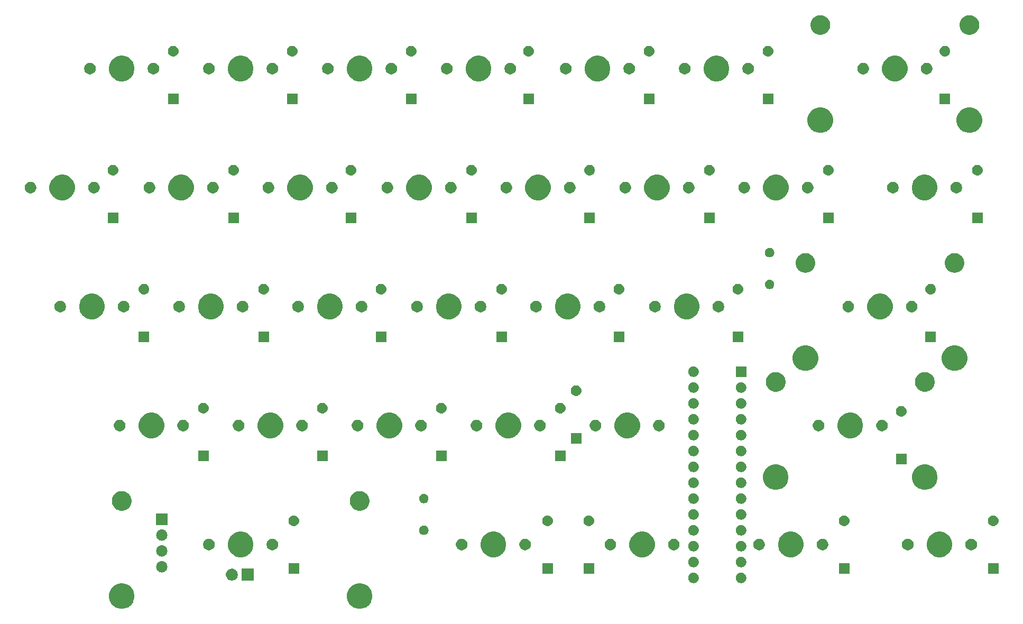
<source format=gts>
G04 #@! TF.GenerationSoftware,KiCad,Pcbnew,(5.1.4-0-10_14)*
G04 #@! TF.CreationDate,2020-10-01T04:07:51-07:00*
G04 #@! TF.ProjectId,mpm62-kb-right,6d706d36-322d-46b6-922d-72696768742e,rev?*
G04 #@! TF.SameCoordinates,Original*
G04 #@! TF.FileFunction,Soldermask,Top*
G04 #@! TF.FilePolarity,Negative*
%FSLAX46Y46*%
G04 Gerber Fmt 4.6, Leading zero omitted, Abs format (unit mm)*
G04 Created by KiCad (PCBNEW (5.1.4-0-10_14)) date 2020-10-01 04:07:51*
%MOMM*%
%LPD*%
G04 APERTURE LIST*
%ADD10C,0.100000*%
G04 APERTURE END LIST*
D10*
G36*
X105371474Y-139638684D02*
G01*
X105589474Y-139728983D01*
X105743623Y-139792833D01*
X106078548Y-140016623D01*
X106363377Y-140301452D01*
X106587167Y-140636377D01*
X106587167Y-140636378D01*
X106741316Y-141008526D01*
X106819900Y-141403594D01*
X106819900Y-141806406D01*
X106741316Y-142201474D01*
X106651017Y-142419474D01*
X106587167Y-142573623D01*
X106363377Y-142908548D01*
X106078548Y-143193377D01*
X105743623Y-143417167D01*
X105589474Y-143481017D01*
X105371474Y-143571316D01*
X104976406Y-143649900D01*
X104573594Y-143649900D01*
X104178526Y-143571316D01*
X103960526Y-143481017D01*
X103806377Y-143417167D01*
X103471452Y-143193377D01*
X103186623Y-142908548D01*
X102962833Y-142573623D01*
X102898983Y-142419474D01*
X102808684Y-142201474D01*
X102730100Y-141806406D01*
X102730100Y-141403594D01*
X102808684Y-141008526D01*
X102962833Y-140636378D01*
X102962833Y-140636377D01*
X103186623Y-140301452D01*
X103471452Y-140016623D01*
X103806377Y-139792833D01*
X103960526Y-139728983D01*
X104178526Y-139638684D01*
X104573594Y-139560100D01*
X104976406Y-139560100D01*
X105371474Y-139638684D01*
X105371474Y-139638684D01*
G37*
G36*
X67271474Y-139638684D02*
G01*
X67489474Y-139728983D01*
X67643623Y-139792833D01*
X67978548Y-140016623D01*
X68263377Y-140301452D01*
X68487167Y-140636377D01*
X68487167Y-140636378D01*
X68641316Y-141008526D01*
X68719900Y-141403594D01*
X68719900Y-141806406D01*
X68641316Y-142201474D01*
X68551017Y-142419474D01*
X68487167Y-142573623D01*
X68263377Y-142908548D01*
X67978548Y-143193377D01*
X67643623Y-143417167D01*
X67489474Y-143481017D01*
X67271474Y-143571316D01*
X66876406Y-143649900D01*
X66473594Y-143649900D01*
X66078526Y-143571316D01*
X65860526Y-143481017D01*
X65706377Y-143417167D01*
X65371452Y-143193377D01*
X65086623Y-142908548D01*
X64862833Y-142573623D01*
X64798983Y-142419474D01*
X64708684Y-142201474D01*
X64630100Y-141806406D01*
X64630100Y-141403594D01*
X64708684Y-141008526D01*
X64862833Y-140636378D01*
X64862833Y-140636377D01*
X65086623Y-140301452D01*
X65371452Y-140016623D01*
X65706377Y-139792833D01*
X65860526Y-139728983D01*
X66078526Y-139638684D01*
X66473594Y-139560100D01*
X66876406Y-139560100D01*
X67271474Y-139638684D01*
X67271474Y-139638684D01*
G37*
G36*
X158490228Y-137865703D02*
G01*
X158645100Y-137929853D01*
X158784481Y-138022985D01*
X158903015Y-138141519D01*
X158996147Y-138280900D01*
X159060297Y-138435772D01*
X159093000Y-138600184D01*
X159093000Y-138767816D01*
X159060297Y-138932228D01*
X158996147Y-139087100D01*
X158903015Y-139226481D01*
X158784481Y-139345015D01*
X158645100Y-139438147D01*
X158490228Y-139502297D01*
X158325816Y-139535000D01*
X158158184Y-139535000D01*
X157993772Y-139502297D01*
X157838900Y-139438147D01*
X157699519Y-139345015D01*
X157580985Y-139226481D01*
X157487853Y-139087100D01*
X157423703Y-138932228D01*
X157391000Y-138767816D01*
X157391000Y-138600184D01*
X157423703Y-138435772D01*
X157487853Y-138280900D01*
X157580985Y-138141519D01*
X157699519Y-138022985D01*
X157838900Y-137929853D01*
X157993772Y-137865703D01*
X158158184Y-137833000D01*
X158325816Y-137833000D01*
X158490228Y-137865703D01*
X158490228Y-137865703D01*
G37*
G36*
X166110228Y-137865703D02*
G01*
X166265100Y-137929853D01*
X166404481Y-138022985D01*
X166523015Y-138141519D01*
X166616147Y-138280900D01*
X166680297Y-138435772D01*
X166713000Y-138600184D01*
X166713000Y-138767816D01*
X166680297Y-138932228D01*
X166616147Y-139087100D01*
X166523015Y-139226481D01*
X166404481Y-139345015D01*
X166265100Y-139438147D01*
X166110228Y-139502297D01*
X165945816Y-139535000D01*
X165778184Y-139535000D01*
X165613772Y-139502297D01*
X165458900Y-139438147D01*
X165319519Y-139345015D01*
X165200985Y-139226481D01*
X165107853Y-139087100D01*
X165043703Y-138932228D01*
X165011000Y-138767816D01*
X165011000Y-138600184D01*
X165043703Y-138435772D01*
X165107853Y-138280900D01*
X165200985Y-138141519D01*
X165319519Y-138022985D01*
X165458900Y-137929853D01*
X165613772Y-137865703D01*
X165778184Y-137833000D01*
X165945816Y-137833000D01*
X166110228Y-137865703D01*
X166110228Y-137865703D01*
G37*
G36*
X87819000Y-139127000D02*
G01*
X85917000Y-139127000D01*
X85917000Y-137225000D01*
X87819000Y-137225000D01*
X87819000Y-139127000D01*
X87819000Y-139127000D01*
G37*
G36*
X84605395Y-137261546D02*
G01*
X84778466Y-137333234D01*
X84778467Y-137333235D01*
X84934227Y-137437310D01*
X85066690Y-137569773D01*
X85066691Y-137569775D01*
X85170766Y-137725534D01*
X85242454Y-137898605D01*
X85279000Y-138082333D01*
X85279000Y-138269667D01*
X85242454Y-138453395D01*
X85170766Y-138626466D01*
X85170765Y-138626467D01*
X85066690Y-138782227D01*
X84934227Y-138914690D01*
X84907979Y-138932228D01*
X84778466Y-139018766D01*
X84605395Y-139090454D01*
X84421667Y-139127000D01*
X84234333Y-139127000D01*
X84050605Y-139090454D01*
X83877534Y-139018766D01*
X83748021Y-138932228D01*
X83721773Y-138914690D01*
X83589310Y-138782227D01*
X83485235Y-138626467D01*
X83485234Y-138626466D01*
X83413546Y-138453395D01*
X83377000Y-138269667D01*
X83377000Y-138082333D01*
X83413546Y-137898605D01*
X83485234Y-137725534D01*
X83589309Y-137569775D01*
X83589310Y-137569773D01*
X83721773Y-137437310D01*
X83877533Y-137333235D01*
X83877534Y-137333234D01*
X84050605Y-137261546D01*
X84234333Y-137225000D01*
X84421667Y-137225000D01*
X84605395Y-137261546D01*
X84605395Y-137261546D01*
G37*
G36*
X207099000Y-138011000D02*
G01*
X205397000Y-138011000D01*
X205397000Y-136309000D01*
X207099000Y-136309000D01*
X207099000Y-138011000D01*
X207099000Y-138011000D01*
G37*
G36*
X142329000Y-138011000D02*
G01*
X140627000Y-138011000D01*
X140627000Y-136309000D01*
X142329000Y-136309000D01*
X142329000Y-138011000D01*
X142329000Y-138011000D01*
G37*
G36*
X95085000Y-138011000D02*
G01*
X93383000Y-138011000D01*
X93383000Y-136309000D01*
X95085000Y-136309000D01*
X95085000Y-138011000D01*
X95085000Y-138011000D01*
G37*
G36*
X135725000Y-138011000D02*
G01*
X134023000Y-138011000D01*
X134023000Y-136309000D01*
X135725000Y-136309000D01*
X135725000Y-138011000D01*
X135725000Y-138011000D01*
G37*
G36*
X183223000Y-138011000D02*
G01*
X181521000Y-138011000D01*
X181521000Y-136309000D01*
X183223000Y-136309000D01*
X183223000Y-138011000D01*
X183223000Y-138011000D01*
G37*
G36*
X73210443Y-136035519D02*
G01*
X73276627Y-136042037D01*
X73446466Y-136093557D01*
X73602991Y-136177222D01*
X73638729Y-136206552D01*
X73740186Y-136289814D01*
X73823448Y-136391271D01*
X73852778Y-136427009D01*
X73852779Y-136427011D01*
X73916969Y-136547100D01*
X73936443Y-136583534D01*
X73987963Y-136753373D01*
X74005359Y-136930000D01*
X73987963Y-137106627D01*
X73936443Y-137276466D01*
X73852778Y-137432991D01*
X73849234Y-137437309D01*
X73740186Y-137570186D01*
X73638729Y-137653448D01*
X73602991Y-137682778D01*
X73446466Y-137766443D01*
X73276627Y-137817963D01*
X73210443Y-137824481D01*
X73144260Y-137831000D01*
X73055740Y-137831000D01*
X72989557Y-137824481D01*
X72923373Y-137817963D01*
X72753534Y-137766443D01*
X72597009Y-137682778D01*
X72561271Y-137653448D01*
X72459814Y-137570186D01*
X72350766Y-137437309D01*
X72347222Y-137432991D01*
X72263557Y-137276466D01*
X72212037Y-137106627D01*
X72194641Y-136930000D01*
X72212037Y-136753373D01*
X72263557Y-136583534D01*
X72283032Y-136547100D01*
X72347221Y-136427011D01*
X72347222Y-136427009D01*
X72376552Y-136391271D01*
X72459814Y-136289814D01*
X72561271Y-136206552D01*
X72597009Y-136177222D01*
X72753534Y-136093557D01*
X72923373Y-136042037D01*
X72989557Y-136035519D01*
X73055740Y-136029000D01*
X73144260Y-136029000D01*
X73210443Y-136035519D01*
X73210443Y-136035519D01*
G37*
G36*
X166110228Y-135325703D02*
G01*
X166265100Y-135389853D01*
X166404481Y-135482985D01*
X166523015Y-135601519D01*
X166616147Y-135740900D01*
X166680297Y-135895772D01*
X166713000Y-136060184D01*
X166713000Y-136227816D01*
X166680297Y-136392228D01*
X166616147Y-136547100D01*
X166523015Y-136686481D01*
X166404481Y-136805015D01*
X166265100Y-136898147D01*
X166110228Y-136962297D01*
X165945816Y-136995000D01*
X165778184Y-136995000D01*
X165613772Y-136962297D01*
X165458900Y-136898147D01*
X165319519Y-136805015D01*
X165200985Y-136686481D01*
X165107853Y-136547100D01*
X165043703Y-136392228D01*
X165011000Y-136227816D01*
X165011000Y-136060184D01*
X165043703Y-135895772D01*
X165107853Y-135740900D01*
X165200985Y-135601519D01*
X165319519Y-135482985D01*
X165458900Y-135389853D01*
X165613772Y-135325703D01*
X165778184Y-135293000D01*
X165945816Y-135293000D01*
X166110228Y-135325703D01*
X166110228Y-135325703D01*
G37*
G36*
X158490228Y-135325703D02*
G01*
X158645100Y-135389853D01*
X158784481Y-135482985D01*
X158903015Y-135601519D01*
X158996147Y-135740900D01*
X159060297Y-135895772D01*
X159093000Y-136060184D01*
X159093000Y-136227816D01*
X159060297Y-136392228D01*
X158996147Y-136547100D01*
X158903015Y-136686481D01*
X158784481Y-136805015D01*
X158645100Y-136898147D01*
X158490228Y-136962297D01*
X158325816Y-136995000D01*
X158158184Y-136995000D01*
X157993772Y-136962297D01*
X157838900Y-136898147D01*
X157699519Y-136805015D01*
X157580985Y-136686481D01*
X157487853Y-136547100D01*
X157423703Y-136392228D01*
X157391000Y-136227816D01*
X157391000Y-136060184D01*
X157423703Y-135895772D01*
X157487853Y-135740900D01*
X157580985Y-135601519D01*
X157699519Y-135482985D01*
X157838900Y-135389853D01*
X157993772Y-135325703D01*
X158158184Y-135293000D01*
X158325816Y-135293000D01*
X158490228Y-135325703D01*
X158490228Y-135325703D01*
G37*
G36*
X86321474Y-131383684D02*
G01*
X86522850Y-131467097D01*
X86693623Y-131537833D01*
X87028548Y-131761623D01*
X87313377Y-132046452D01*
X87537167Y-132381377D01*
X87582237Y-132490186D01*
X87691316Y-132753526D01*
X87769900Y-133148594D01*
X87769900Y-133551406D01*
X87691316Y-133946474D01*
X87640451Y-134069272D01*
X87537167Y-134318623D01*
X87313377Y-134653548D01*
X87028548Y-134938377D01*
X86693623Y-135162167D01*
X86539474Y-135226017D01*
X86321474Y-135316316D01*
X85926406Y-135394900D01*
X85523594Y-135394900D01*
X85128526Y-135316316D01*
X84910526Y-135226017D01*
X84756377Y-135162167D01*
X84421452Y-134938377D01*
X84136623Y-134653548D01*
X83912833Y-134318623D01*
X83809549Y-134069272D01*
X83758684Y-133946474D01*
X83680100Y-133551406D01*
X83680100Y-133148594D01*
X83758684Y-132753526D01*
X83867763Y-132490186D01*
X83912833Y-132381377D01*
X84136623Y-132046452D01*
X84421452Y-131761623D01*
X84756377Y-131537833D01*
X84927150Y-131467097D01*
X85128526Y-131383684D01*
X85523594Y-131305100D01*
X85926406Y-131305100D01*
X86321474Y-131383684D01*
X86321474Y-131383684D01*
G37*
G36*
X126802724Y-131383684D02*
G01*
X127004100Y-131467097D01*
X127174873Y-131537833D01*
X127509798Y-131761623D01*
X127794627Y-132046452D01*
X128018417Y-132381377D01*
X128063487Y-132490186D01*
X128172566Y-132753526D01*
X128251150Y-133148594D01*
X128251150Y-133551406D01*
X128172566Y-133946474D01*
X128121701Y-134069272D01*
X128018417Y-134318623D01*
X127794627Y-134653548D01*
X127509798Y-134938377D01*
X127174873Y-135162167D01*
X127020724Y-135226017D01*
X126802724Y-135316316D01*
X126407656Y-135394900D01*
X126004844Y-135394900D01*
X125609776Y-135316316D01*
X125391776Y-135226017D01*
X125237627Y-135162167D01*
X124902702Y-134938377D01*
X124617873Y-134653548D01*
X124394083Y-134318623D01*
X124290799Y-134069272D01*
X124239934Y-133946474D01*
X124161350Y-133551406D01*
X124161350Y-133148594D01*
X124239934Y-132753526D01*
X124349013Y-132490186D01*
X124394083Y-132381377D01*
X124617873Y-132046452D01*
X124902702Y-131761623D01*
X125237627Y-131537833D01*
X125408400Y-131467097D01*
X125609776Y-131383684D01*
X126004844Y-131305100D01*
X126407656Y-131305100D01*
X126802724Y-131383684D01*
X126802724Y-131383684D01*
G37*
G36*
X150615224Y-131383684D02*
G01*
X150816600Y-131467097D01*
X150987373Y-131537833D01*
X151322298Y-131761623D01*
X151607127Y-132046452D01*
X151830917Y-132381377D01*
X151875987Y-132490186D01*
X151985066Y-132753526D01*
X152063650Y-133148594D01*
X152063650Y-133551406D01*
X151985066Y-133946474D01*
X151934201Y-134069272D01*
X151830917Y-134318623D01*
X151607127Y-134653548D01*
X151322298Y-134938377D01*
X150987373Y-135162167D01*
X150833224Y-135226017D01*
X150615224Y-135316316D01*
X150220156Y-135394900D01*
X149817344Y-135394900D01*
X149422276Y-135316316D01*
X149204276Y-135226017D01*
X149050127Y-135162167D01*
X148715202Y-134938377D01*
X148430373Y-134653548D01*
X148206583Y-134318623D01*
X148103299Y-134069272D01*
X148052434Y-133946474D01*
X147973850Y-133551406D01*
X147973850Y-133148594D01*
X148052434Y-132753526D01*
X148161513Y-132490186D01*
X148206583Y-132381377D01*
X148430373Y-132046452D01*
X148715202Y-131761623D01*
X149050127Y-131537833D01*
X149220900Y-131467097D01*
X149422276Y-131383684D01*
X149817344Y-131305100D01*
X150220156Y-131305100D01*
X150615224Y-131383684D01*
X150615224Y-131383684D01*
G37*
G36*
X174427724Y-131383684D02*
G01*
X174629100Y-131467097D01*
X174799873Y-131537833D01*
X175134798Y-131761623D01*
X175419627Y-132046452D01*
X175643417Y-132381377D01*
X175688487Y-132490186D01*
X175797566Y-132753526D01*
X175876150Y-133148594D01*
X175876150Y-133551406D01*
X175797566Y-133946474D01*
X175746701Y-134069272D01*
X175643417Y-134318623D01*
X175419627Y-134653548D01*
X175134798Y-134938377D01*
X174799873Y-135162167D01*
X174645724Y-135226017D01*
X174427724Y-135316316D01*
X174032656Y-135394900D01*
X173629844Y-135394900D01*
X173234776Y-135316316D01*
X173016776Y-135226017D01*
X172862627Y-135162167D01*
X172527702Y-134938377D01*
X172242873Y-134653548D01*
X172019083Y-134318623D01*
X171915799Y-134069272D01*
X171864934Y-133946474D01*
X171786350Y-133551406D01*
X171786350Y-133148594D01*
X171864934Y-132753526D01*
X171974013Y-132490186D01*
X172019083Y-132381377D01*
X172242873Y-132046452D01*
X172527702Y-131761623D01*
X172862627Y-131537833D01*
X173033400Y-131467097D01*
X173234776Y-131383684D01*
X173629844Y-131305100D01*
X174032656Y-131305100D01*
X174427724Y-131383684D01*
X174427724Y-131383684D01*
G37*
G36*
X198240224Y-131383684D02*
G01*
X198441600Y-131467097D01*
X198612373Y-131537833D01*
X198947298Y-131761623D01*
X199232127Y-132046452D01*
X199455917Y-132381377D01*
X199500987Y-132490186D01*
X199610066Y-132753526D01*
X199688650Y-133148594D01*
X199688650Y-133551406D01*
X199610066Y-133946474D01*
X199559201Y-134069272D01*
X199455917Y-134318623D01*
X199232127Y-134653548D01*
X198947298Y-134938377D01*
X198612373Y-135162167D01*
X198458224Y-135226017D01*
X198240224Y-135316316D01*
X197845156Y-135394900D01*
X197442344Y-135394900D01*
X197047276Y-135316316D01*
X196829276Y-135226017D01*
X196675127Y-135162167D01*
X196340202Y-134938377D01*
X196055373Y-134653548D01*
X195831583Y-134318623D01*
X195728299Y-134069272D01*
X195677434Y-133946474D01*
X195598850Y-133551406D01*
X195598850Y-133148594D01*
X195677434Y-132753526D01*
X195786513Y-132490186D01*
X195831583Y-132381377D01*
X196055373Y-132046452D01*
X196340202Y-131761623D01*
X196675127Y-131537833D01*
X196845900Y-131467097D01*
X197047276Y-131383684D01*
X197442344Y-131305100D01*
X197845156Y-131305100D01*
X198240224Y-131383684D01*
X198240224Y-131383684D01*
G37*
G36*
X73210443Y-133495519D02*
G01*
X73276627Y-133502037D01*
X73446466Y-133553557D01*
X73602991Y-133637222D01*
X73638729Y-133666552D01*
X73740186Y-133749814D01*
X73823448Y-133851271D01*
X73852778Y-133887009D01*
X73881258Y-133940291D01*
X73916969Y-134007100D01*
X73936443Y-134043534D01*
X73987963Y-134213373D01*
X74005359Y-134390000D01*
X73987963Y-134566627D01*
X73936443Y-134736466D01*
X73852778Y-134892991D01*
X73823448Y-134928729D01*
X73740186Y-135030186D01*
X73638729Y-135113448D01*
X73602991Y-135142778D01*
X73446466Y-135226443D01*
X73276627Y-135277963D01*
X73210442Y-135284482D01*
X73144260Y-135291000D01*
X73055740Y-135291000D01*
X72989558Y-135284482D01*
X72923373Y-135277963D01*
X72753534Y-135226443D01*
X72597009Y-135142778D01*
X72561271Y-135113448D01*
X72459814Y-135030186D01*
X72376552Y-134928729D01*
X72347222Y-134892991D01*
X72263557Y-134736466D01*
X72212037Y-134566627D01*
X72194641Y-134390000D01*
X72212037Y-134213373D01*
X72263557Y-134043534D01*
X72283032Y-134007100D01*
X72318742Y-133940291D01*
X72347222Y-133887009D01*
X72376552Y-133851271D01*
X72459814Y-133749814D01*
X72561271Y-133666552D01*
X72597009Y-133637222D01*
X72753534Y-133553557D01*
X72923373Y-133502037D01*
X72989557Y-133495519D01*
X73055740Y-133489000D01*
X73144260Y-133489000D01*
X73210443Y-133495519D01*
X73210443Y-133495519D01*
G37*
G36*
X158490228Y-132785703D02*
G01*
X158645100Y-132849853D01*
X158784481Y-132942985D01*
X158903015Y-133061519D01*
X158996147Y-133200900D01*
X159060297Y-133355772D01*
X159093000Y-133520184D01*
X159093000Y-133687816D01*
X159060297Y-133852228D01*
X158996147Y-134007100D01*
X158903015Y-134146481D01*
X158784481Y-134265015D01*
X158645100Y-134358147D01*
X158490228Y-134422297D01*
X158325816Y-134455000D01*
X158158184Y-134455000D01*
X157993772Y-134422297D01*
X157838900Y-134358147D01*
X157699519Y-134265015D01*
X157580985Y-134146481D01*
X157487853Y-134007100D01*
X157423703Y-133852228D01*
X157391000Y-133687816D01*
X157391000Y-133520184D01*
X157423703Y-133355772D01*
X157487853Y-133200900D01*
X157580985Y-133061519D01*
X157699519Y-132942985D01*
X157838900Y-132849853D01*
X157993772Y-132785703D01*
X158158184Y-132753000D01*
X158325816Y-132753000D01*
X158490228Y-132785703D01*
X158490228Y-132785703D01*
G37*
G36*
X166110228Y-132785703D02*
G01*
X166265100Y-132849853D01*
X166404481Y-132942985D01*
X166523015Y-133061519D01*
X166616147Y-133200900D01*
X166680297Y-133355772D01*
X166713000Y-133520184D01*
X166713000Y-133687816D01*
X166680297Y-133852228D01*
X166616147Y-134007100D01*
X166523015Y-134146481D01*
X166404481Y-134265015D01*
X166265100Y-134358147D01*
X166110228Y-134422297D01*
X165945816Y-134455000D01*
X165778184Y-134455000D01*
X165613772Y-134422297D01*
X165458900Y-134358147D01*
X165319519Y-134265015D01*
X165200985Y-134146481D01*
X165107853Y-134007100D01*
X165043703Y-133852228D01*
X165011000Y-133687816D01*
X165011000Y-133520184D01*
X165043703Y-133355772D01*
X165107853Y-133200900D01*
X165200985Y-133061519D01*
X165319519Y-132942985D01*
X165458900Y-132849853D01*
X165613772Y-132785703D01*
X165778184Y-132753000D01*
X165945816Y-132753000D01*
X166110228Y-132785703D01*
X166110228Y-132785703D01*
G37*
G36*
X145208854Y-132459585D02*
G01*
X145377376Y-132529389D01*
X145529041Y-132630728D01*
X145658022Y-132759709D01*
X145759361Y-132911374D01*
X145829165Y-133079896D01*
X145864750Y-133258797D01*
X145864750Y-133441203D01*
X145829165Y-133620104D01*
X145759361Y-133788626D01*
X145658022Y-133940291D01*
X145529041Y-134069272D01*
X145377376Y-134170611D01*
X145208854Y-134240415D01*
X145029953Y-134276000D01*
X144847547Y-134276000D01*
X144668646Y-134240415D01*
X144500124Y-134170611D01*
X144348459Y-134069272D01*
X144219478Y-133940291D01*
X144118139Y-133788626D01*
X144048335Y-133620104D01*
X144012750Y-133441203D01*
X144012750Y-133258797D01*
X144048335Y-133079896D01*
X144118139Y-132911374D01*
X144219478Y-132759709D01*
X144348459Y-132630728D01*
X144500124Y-132529389D01*
X144668646Y-132459585D01*
X144847547Y-132424000D01*
X145029953Y-132424000D01*
X145208854Y-132459585D01*
X145208854Y-132459585D01*
G37*
G36*
X121396354Y-132459585D02*
G01*
X121564876Y-132529389D01*
X121716541Y-132630728D01*
X121845522Y-132759709D01*
X121946861Y-132911374D01*
X122016665Y-133079896D01*
X122052250Y-133258797D01*
X122052250Y-133441203D01*
X122016665Y-133620104D01*
X121946861Y-133788626D01*
X121845522Y-133940291D01*
X121716541Y-134069272D01*
X121564876Y-134170611D01*
X121396354Y-134240415D01*
X121217453Y-134276000D01*
X121035047Y-134276000D01*
X120856146Y-134240415D01*
X120687624Y-134170611D01*
X120535959Y-134069272D01*
X120406978Y-133940291D01*
X120305639Y-133788626D01*
X120235835Y-133620104D01*
X120200250Y-133441203D01*
X120200250Y-133258797D01*
X120235835Y-133079896D01*
X120305639Y-132911374D01*
X120406978Y-132759709D01*
X120535959Y-132630728D01*
X120687624Y-132529389D01*
X120856146Y-132459585D01*
X121035047Y-132424000D01*
X121217453Y-132424000D01*
X121396354Y-132459585D01*
X121396354Y-132459585D01*
G37*
G36*
X202993854Y-132459585D02*
G01*
X203162376Y-132529389D01*
X203314041Y-132630728D01*
X203443022Y-132759709D01*
X203544361Y-132911374D01*
X203614165Y-133079896D01*
X203649750Y-133258797D01*
X203649750Y-133441203D01*
X203614165Y-133620104D01*
X203544361Y-133788626D01*
X203443022Y-133940291D01*
X203314041Y-134069272D01*
X203162376Y-134170611D01*
X202993854Y-134240415D01*
X202814953Y-134276000D01*
X202632547Y-134276000D01*
X202453646Y-134240415D01*
X202285124Y-134170611D01*
X202133459Y-134069272D01*
X202004478Y-133940291D01*
X201903139Y-133788626D01*
X201833335Y-133620104D01*
X201797750Y-133441203D01*
X201797750Y-133258797D01*
X201833335Y-133079896D01*
X201903139Y-132911374D01*
X202004478Y-132759709D01*
X202133459Y-132630728D01*
X202285124Y-132529389D01*
X202453646Y-132459585D01*
X202632547Y-132424000D01*
X202814953Y-132424000D01*
X202993854Y-132459585D01*
X202993854Y-132459585D01*
G37*
G36*
X91075104Y-132459585D02*
G01*
X91243626Y-132529389D01*
X91395291Y-132630728D01*
X91524272Y-132759709D01*
X91625611Y-132911374D01*
X91695415Y-133079896D01*
X91731000Y-133258797D01*
X91731000Y-133441203D01*
X91695415Y-133620104D01*
X91625611Y-133788626D01*
X91524272Y-133940291D01*
X91395291Y-134069272D01*
X91243626Y-134170611D01*
X91075104Y-134240415D01*
X90896203Y-134276000D01*
X90713797Y-134276000D01*
X90534896Y-134240415D01*
X90366374Y-134170611D01*
X90214709Y-134069272D01*
X90085728Y-133940291D01*
X89984389Y-133788626D01*
X89914585Y-133620104D01*
X89879000Y-133441203D01*
X89879000Y-133258797D01*
X89914585Y-133079896D01*
X89984389Y-132911374D01*
X90085728Y-132759709D01*
X90214709Y-132630728D01*
X90366374Y-132529389D01*
X90534896Y-132459585D01*
X90713797Y-132424000D01*
X90896203Y-132424000D01*
X91075104Y-132459585D01*
X91075104Y-132459585D01*
G37*
G36*
X80915104Y-132459585D02*
G01*
X81083626Y-132529389D01*
X81235291Y-132630728D01*
X81364272Y-132759709D01*
X81465611Y-132911374D01*
X81535415Y-133079896D01*
X81571000Y-133258797D01*
X81571000Y-133441203D01*
X81535415Y-133620104D01*
X81465611Y-133788626D01*
X81364272Y-133940291D01*
X81235291Y-134069272D01*
X81083626Y-134170611D01*
X80915104Y-134240415D01*
X80736203Y-134276000D01*
X80553797Y-134276000D01*
X80374896Y-134240415D01*
X80206374Y-134170611D01*
X80054709Y-134069272D01*
X79925728Y-133940291D01*
X79824389Y-133788626D01*
X79754585Y-133620104D01*
X79719000Y-133441203D01*
X79719000Y-133258797D01*
X79754585Y-133079896D01*
X79824389Y-132911374D01*
X79925728Y-132759709D01*
X80054709Y-132630728D01*
X80206374Y-132529389D01*
X80374896Y-132459585D01*
X80553797Y-132424000D01*
X80736203Y-132424000D01*
X80915104Y-132459585D01*
X80915104Y-132459585D01*
G37*
G36*
X155368854Y-132459585D02*
G01*
X155537376Y-132529389D01*
X155689041Y-132630728D01*
X155818022Y-132759709D01*
X155919361Y-132911374D01*
X155989165Y-133079896D01*
X156024750Y-133258797D01*
X156024750Y-133441203D01*
X155989165Y-133620104D01*
X155919361Y-133788626D01*
X155818022Y-133940291D01*
X155689041Y-134069272D01*
X155537376Y-134170611D01*
X155368854Y-134240415D01*
X155189953Y-134276000D01*
X155007547Y-134276000D01*
X154828646Y-134240415D01*
X154660124Y-134170611D01*
X154508459Y-134069272D01*
X154379478Y-133940291D01*
X154278139Y-133788626D01*
X154208335Y-133620104D01*
X154172750Y-133441203D01*
X154172750Y-133258797D01*
X154208335Y-133079896D01*
X154278139Y-132911374D01*
X154379478Y-132759709D01*
X154508459Y-132630728D01*
X154660124Y-132529389D01*
X154828646Y-132459585D01*
X155007547Y-132424000D01*
X155189953Y-132424000D01*
X155368854Y-132459585D01*
X155368854Y-132459585D01*
G37*
G36*
X192833854Y-132459585D02*
G01*
X193002376Y-132529389D01*
X193154041Y-132630728D01*
X193283022Y-132759709D01*
X193384361Y-132911374D01*
X193454165Y-133079896D01*
X193489750Y-133258797D01*
X193489750Y-133441203D01*
X193454165Y-133620104D01*
X193384361Y-133788626D01*
X193283022Y-133940291D01*
X193154041Y-134069272D01*
X193002376Y-134170611D01*
X192833854Y-134240415D01*
X192654953Y-134276000D01*
X192472547Y-134276000D01*
X192293646Y-134240415D01*
X192125124Y-134170611D01*
X191973459Y-134069272D01*
X191844478Y-133940291D01*
X191743139Y-133788626D01*
X191673335Y-133620104D01*
X191637750Y-133441203D01*
X191637750Y-133258797D01*
X191673335Y-133079896D01*
X191743139Y-132911374D01*
X191844478Y-132759709D01*
X191973459Y-132630728D01*
X192125124Y-132529389D01*
X192293646Y-132459585D01*
X192472547Y-132424000D01*
X192654953Y-132424000D01*
X192833854Y-132459585D01*
X192833854Y-132459585D01*
G37*
G36*
X169021354Y-132459585D02*
G01*
X169189876Y-132529389D01*
X169341541Y-132630728D01*
X169470522Y-132759709D01*
X169571861Y-132911374D01*
X169641665Y-133079896D01*
X169677250Y-133258797D01*
X169677250Y-133441203D01*
X169641665Y-133620104D01*
X169571861Y-133788626D01*
X169470522Y-133940291D01*
X169341541Y-134069272D01*
X169189876Y-134170611D01*
X169021354Y-134240415D01*
X168842453Y-134276000D01*
X168660047Y-134276000D01*
X168481146Y-134240415D01*
X168312624Y-134170611D01*
X168160959Y-134069272D01*
X168031978Y-133940291D01*
X167930639Y-133788626D01*
X167860835Y-133620104D01*
X167825250Y-133441203D01*
X167825250Y-133258797D01*
X167860835Y-133079896D01*
X167930639Y-132911374D01*
X168031978Y-132759709D01*
X168160959Y-132630728D01*
X168312624Y-132529389D01*
X168481146Y-132459585D01*
X168660047Y-132424000D01*
X168842453Y-132424000D01*
X169021354Y-132459585D01*
X169021354Y-132459585D01*
G37*
G36*
X179181354Y-132459585D02*
G01*
X179349876Y-132529389D01*
X179501541Y-132630728D01*
X179630522Y-132759709D01*
X179731861Y-132911374D01*
X179801665Y-133079896D01*
X179837250Y-133258797D01*
X179837250Y-133441203D01*
X179801665Y-133620104D01*
X179731861Y-133788626D01*
X179630522Y-133940291D01*
X179501541Y-134069272D01*
X179349876Y-134170611D01*
X179181354Y-134240415D01*
X179002453Y-134276000D01*
X178820047Y-134276000D01*
X178641146Y-134240415D01*
X178472624Y-134170611D01*
X178320959Y-134069272D01*
X178191978Y-133940291D01*
X178090639Y-133788626D01*
X178020835Y-133620104D01*
X177985250Y-133441203D01*
X177985250Y-133258797D01*
X178020835Y-133079896D01*
X178090639Y-132911374D01*
X178191978Y-132759709D01*
X178320959Y-132630728D01*
X178472624Y-132529389D01*
X178641146Y-132459585D01*
X178820047Y-132424000D01*
X179002453Y-132424000D01*
X179181354Y-132459585D01*
X179181354Y-132459585D01*
G37*
G36*
X131556354Y-132459585D02*
G01*
X131724876Y-132529389D01*
X131876541Y-132630728D01*
X132005522Y-132759709D01*
X132106861Y-132911374D01*
X132176665Y-133079896D01*
X132212250Y-133258797D01*
X132212250Y-133441203D01*
X132176665Y-133620104D01*
X132106861Y-133788626D01*
X132005522Y-133940291D01*
X131876541Y-134069272D01*
X131724876Y-134170611D01*
X131556354Y-134240415D01*
X131377453Y-134276000D01*
X131195047Y-134276000D01*
X131016146Y-134240415D01*
X130847624Y-134170611D01*
X130695959Y-134069272D01*
X130566978Y-133940291D01*
X130465639Y-133788626D01*
X130395835Y-133620104D01*
X130360250Y-133441203D01*
X130360250Y-133258797D01*
X130395835Y-133079896D01*
X130465639Y-132911374D01*
X130566978Y-132759709D01*
X130695959Y-132630728D01*
X130847624Y-132529389D01*
X131016146Y-132459585D01*
X131195047Y-132424000D01*
X131377453Y-132424000D01*
X131556354Y-132459585D01*
X131556354Y-132459585D01*
G37*
G36*
X73210442Y-130955518D02*
G01*
X73276627Y-130962037D01*
X73446466Y-131013557D01*
X73602991Y-131097222D01*
X73638729Y-131126552D01*
X73740186Y-131209814D01*
X73818384Y-131305100D01*
X73852778Y-131347009D01*
X73852779Y-131347011D01*
X73916969Y-131467100D01*
X73936443Y-131503534D01*
X73987963Y-131673373D01*
X74005359Y-131850000D01*
X73987963Y-132026627D01*
X73936443Y-132196466D01*
X73852778Y-132352991D01*
X73829482Y-132381377D01*
X73740186Y-132490186D01*
X73638729Y-132573448D01*
X73602991Y-132602778D01*
X73446466Y-132686443D01*
X73276627Y-132737963D01*
X73210443Y-132744481D01*
X73144260Y-132751000D01*
X73055740Y-132751000D01*
X72989557Y-132744481D01*
X72923373Y-132737963D01*
X72753534Y-132686443D01*
X72597009Y-132602778D01*
X72561271Y-132573448D01*
X72459814Y-132490186D01*
X72370518Y-132381377D01*
X72347222Y-132352991D01*
X72263557Y-132196466D01*
X72212037Y-132026627D01*
X72194641Y-131850000D01*
X72212037Y-131673373D01*
X72263557Y-131503534D01*
X72283032Y-131467100D01*
X72347221Y-131347011D01*
X72347222Y-131347009D01*
X72381616Y-131305100D01*
X72459814Y-131209814D01*
X72561271Y-131126552D01*
X72597009Y-131097222D01*
X72753534Y-131013557D01*
X72923373Y-130962037D01*
X72989558Y-130955518D01*
X73055740Y-130949000D01*
X73144260Y-130949000D01*
X73210442Y-130955518D01*
X73210442Y-130955518D01*
G37*
G36*
X158490228Y-130245703D02*
G01*
X158645100Y-130309853D01*
X158784481Y-130402985D01*
X158903015Y-130521519D01*
X158996147Y-130660900D01*
X159060297Y-130815772D01*
X159093000Y-130980184D01*
X159093000Y-131147816D01*
X159060297Y-131312228D01*
X158996147Y-131467100D01*
X158903015Y-131606481D01*
X158784481Y-131725015D01*
X158645100Y-131818147D01*
X158490228Y-131882297D01*
X158325816Y-131915000D01*
X158158184Y-131915000D01*
X157993772Y-131882297D01*
X157838900Y-131818147D01*
X157699519Y-131725015D01*
X157580985Y-131606481D01*
X157487853Y-131467100D01*
X157423703Y-131312228D01*
X157391000Y-131147816D01*
X157391000Y-130980184D01*
X157423703Y-130815772D01*
X157487853Y-130660900D01*
X157580985Y-130521519D01*
X157699519Y-130402985D01*
X157838900Y-130309853D01*
X157993772Y-130245703D01*
X158158184Y-130213000D01*
X158325816Y-130213000D01*
X158490228Y-130245703D01*
X158490228Y-130245703D01*
G37*
G36*
X166110228Y-130245703D02*
G01*
X166265100Y-130309853D01*
X166404481Y-130402985D01*
X166523015Y-130521519D01*
X166616147Y-130660900D01*
X166680297Y-130815772D01*
X166713000Y-130980184D01*
X166713000Y-131147816D01*
X166680297Y-131312228D01*
X166616147Y-131467100D01*
X166523015Y-131606481D01*
X166404481Y-131725015D01*
X166265100Y-131818147D01*
X166110228Y-131882297D01*
X165945816Y-131915000D01*
X165778184Y-131915000D01*
X165613772Y-131882297D01*
X165458900Y-131818147D01*
X165319519Y-131725015D01*
X165200985Y-131606481D01*
X165107853Y-131467100D01*
X165043703Y-131312228D01*
X165011000Y-131147816D01*
X165011000Y-130980184D01*
X165043703Y-130815772D01*
X165107853Y-130660900D01*
X165200985Y-130521519D01*
X165319519Y-130402985D01*
X165458900Y-130309853D01*
X165613772Y-130245703D01*
X165778184Y-130213000D01*
X165945816Y-130213000D01*
X166110228Y-130245703D01*
X166110228Y-130245703D01*
G37*
G36*
X115135665Y-130316622D02*
G01*
X115209222Y-130323867D01*
X115350786Y-130366810D01*
X115481252Y-130436546D01*
X115511040Y-130460992D01*
X115595607Y-130530393D01*
X115665008Y-130614960D01*
X115689454Y-130644748D01*
X115759190Y-130775214D01*
X115802133Y-130916778D01*
X115816633Y-131064000D01*
X115802133Y-131211222D01*
X115759190Y-131352786D01*
X115689454Y-131483252D01*
X115672809Y-131503534D01*
X115595607Y-131597607D01*
X115511040Y-131667008D01*
X115481252Y-131691454D01*
X115350786Y-131761190D01*
X115209222Y-131804133D01*
X115135665Y-131811378D01*
X115098888Y-131815000D01*
X115025112Y-131815000D01*
X114988335Y-131811378D01*
X114914778Y-131804133D01*
X114773214Y-131761190D01*
X114642748Y-131691454D01*
X114612960Y-131667008D01*
X114528393Y-131597607D01*
X114451191Y-131503534D01*
X114434546Y-131483252D01*
X114364810Y-131352786D01*
X114321867Y-131211222D01*
X114307367Y-131064000D01*
X114321867Y-130916778D01*
X114364810Y-130775214D01*
X114434546Y-130644748D01*
X114458992Y-130614960D01*
X114528393Y-130530393D01*
X114612960Y-130460992D01*
X114642748Y-130436546D01*
X114773214Y-130366810D01*
X114914778Y-130323867D01*
X114988335Y-130316622D01*
X115025112Y-130313000D01*
X115098888Y-130313000D01*
X115135665Y-130316622D01*
X115135665Y-130316622D01*
G37*
G36*
X206414823Y-128701313D02*
G01*
X206575242Y-128749976D01*
X206616874Y-128772229D01*
X206723078Y-128828996D01*
X206852659Y-128935341D01*
X206959004Y-129064922D01*
X206959005Y-129064924D01*
X207038024Y-129212758D01*
X207086687Y-129373177D01*
X207103117Y-129540000D01*
X207086687Y-129706823D01*
X207038024Y-129867242D01*
X206967114Y-129999906D01*
X206959004Y-130015078D01*
X206852659Y-130144659D01*
X206723078Y-130251004D01*
X206723076Y-130251005D01*
X206575242Y-130330024D01*
X206414823Y-130378687D01*
X206289804Y-130391000D01*
X206206196Y-130391000D01*
X206081177Y-130378687D01*
X205920758Y-130330024D01*
X205772924Y-130251005D01*
X205772922Y-130251004D01*
X205643341Y-130144659D01*
X205536996Y-130015078D01*
X205528886Y-129999906D01*
X205457976Y-129867242D01*
X205409313Y-129706823D01*
X205392883Y-129540000D01*
X205409313Y-129373177D01*
X205457976Y-129212758D01*
X205536995Y-129064924D01*
X205536996Y-129064922D01*
X205643341Y-128935341D01*
X205772922Y-128828996D01*
X205879126Y-128772229D01*
X205920758Y-128749976D01*
X206081177Y-128701313D01*
X206206196Y-128689000D01*
X206289804Y-128689000D01*
X206414823Y-128701313D01*
X206414823Y-128701313D01*
G37*
G36*
X182538823Y-128701313D02*
G01*
X182699242Y-128749976D01*
X182740874Y-128772229D01*
X182847078Y-128828996D01*
X182976659Y-128935341D01*
X183083004Y-129064922D01*
X183083005Y-129064924D01*
X183162024Y-129212758D01*
X183210687Y-129373177D01*
X183227117Y-129540000D01*
X183210687Y-129706823D01*
X183162024Y-129867242D01*
X183091114Y-129999906D01*
X183083004Y-130015078D01*
X182976659Y-130144659D01*
X182847078Y-130251004D01*
X182847076Y-130251005D01*
X182699242Y-130330024D01*
X182538823Y-130378687D01*
X182413804Y-130391000D01*
X182330196Y-130391000D01*
X182205177Y-130378687D01*
X182044758Y-130330024D01*
X181896924Y-130251005D01*
X181896922Y-130251004D01*
X181767341Y-130144659D01*
X181660996Y-130015078D01*
X181652886Y-129999906D01*
X181581976Y-129867242D01*
X181533313Y-129706823D01*
X181516883Y-129540000D01*
X181533313Y-129373177D01*
X181581976Y-129212758D01*
X181660995Y-129064924D01*
X181660996Y-129064922D01*
X181767341Y-128935341D01*
X181896922Y-128828996D01*
X182003126Y-128772229D01*
X182044758Y-128749976D01*
X182205177Y-128701313D01*
X182330196Y-128689000D01*
X182413804Y-128689000D01*
X182538823Y-128701313D01*
X182538823Y-128701313D01*
G37*
G36*
X141644823Y-128701313D02*
G01*
X141805242Y-128749976D01*
X141846874Y-128772229D01*
X141953078Y-128828996D01*
X142082659Y-128935341D01*
X142189004Y-129064922D01*
X142189005Y-129064924D01*
X142268024Y-129212758D01*
X142316687Y-129373177D01*
X142333117Y-129540000D01*
X142316687Y-129706823D01*
X142268024Y-129867242D01*
X142197114Y-129999906D01*
X142189004Y-130015078D01*
X142082659Y-130144659D01*
X141953078Y-130251004D01*
X141953076Y-130251005D01*
X141805242Y-130330024D01*
X141644823Y-130378687D01*
X141519804Y-130391000D01*
X141436196Y-130391000D01*
X141311177Y-130378687D01*
X141150758Y-130330024D01*
X141002924Y-130251005D01*
X141002922Y-130251004D01*
X140873341Y-130144659D01*
X140766996Y-130015078D01*
X140758886Y-129999906D01*
X140687976Y-129867242D01*
X140639313Y-129706823D01*
X140622883Y-129540000D01*
X140639313Y-129373177D01*
X140687976Y-129212758D01*
X140766995Y-129064924D01*
X140766996Y-129064922D01*
X140873341Y-128935341D01*
X141002922Y-128828996D01*
X141109126Y-128772229D01*
X141150758Y-128749976D01*
X141311177Y-128701313D01*
X141436196Y-128689000D01*
X141519804Y-128689000D01*
X141644823Y-128701313D01*
X141644823Y-128701313D01*
G37*
G36*
X135040823Y-128701313D02*
G01*
X135201242Y-128749976D01*
X135242874Y-128772229D01*
X135349078Y-128828996D01*
X135478659Y-128935341D01*
X135585004Y-129064922D01*
X135585005Y-129064924D01*
X135664024Y-129212758D01*
X135712687Y-129373177D01*
X135729117Y-129540000D01*
X135712687Y-129706823D01*
X135664024Y-129867242D01*
X135593114Y-129999906D01*
X135585004Y-130015078D01*
X135478659Y-130144659D01*
X135349078Y-130251004D01*
X135349076Y-130251005D01*
X135201242Y-130330024D01*
X135040823Y-130378687D01*
X134915804Y-130391000D01*
X134832196Y-130391000D01*
X134707177Y-130378687D01*
X134546758Y-130330024D01*
X134398924Y-130251005D01*
X134398922Y-130251004D01*
X134269341Y-130144659D01*
X134162996Y-130015078D01*
X134154886Y-129999906D01*
X134083976Y-129867242D01*
X134035313Y-129706823D01*
X134018883Y-129540000D01*
X134035313Y-129373177D01*
X134083976Y-129212758D01*
X134162995Y-129064924D01*
X134162996Y-129064922D01*
X134269341Y-128935341D01*
X134398922Y-128828996D01*
X134505126Y-128772229D01*
X134546758Y-128749976D01*
X134707177Y-128701313D01*
X134832196Y-128689000D01*
X134915804Y-128689000D01*
X135040823Y-128701313D01*
X135040823Y-128701313D01*
G37*
G36*
X94400823Y-128701313D02*
G01*
X94561242Y-128749976D01*
X94602874Y-128772229D01*
X94709078Y-128828996D01*
X94838659Y-128935341D01*
X94945004Y-129064922D01*
X94945005Y-129064924D01*
X95024024Y-129212758D01*
X95072687Y-129373177D01*
X95089117Y-129540000D01*
X95072687Y-129706823D01*
X95024024Y-129867242D01*
X94953114Y-129999906D01*
X94945004Y-130015078D01*
X94838659Y-130144659D01*
X94709078Y-130251004D01*
X94709076Y-130251005D01*
X94561242Y-130330024D01*
X94400823Y-130378687D01*
X94275804Y-130391000D01*
X94192196Y-130391000D01*
X94067177Y-130378687D01*
X93906758Y-130330024D01*
X93758924Y-130251005D01*
X93758922Y-130251004D01*
X93629341Y-130144659D01*
X93522996Y-130015078D01*
X93514886Y-129999906D01*
X93443976Y-129867242D01*
X93395313Y-129706823D01*
X93378883Y-129540000D01*
X93395313Y-129373177D01*
X93443976Y-129212758D01*
X93522995Y-129064924D01*
X93522996Y-129064922D01*
X93629341Y-128935341D01*
X93758922Y-128828996D01*
X93865126Y-128772229D01*
X93906758Y-128749976D01*
X94067177Y-128701313D01*
X94192196Y-128689000D01*
X94275804Y-128689000D01*
X94400823Y-128701313D01*
X94400823Y-128701313D01*
G37*
G36*
X74001000Y-130211000D02*
G01*
X72199000Y-130211000D01*
X72199000Y-128409000D01*
X74001000Y-128409000D01*
X74001000Y-130211000D01*
X74001000Y-130211000D01*
G37*
G36*
X166110228Y-127705703D02*
G01*
X166265100Y-127769853D01*
X166404481Y-127862985D01*
X166523015Y-127981519D01*
X166616147Y-128120900D01*
X166680297Y-128275772D01*
X166713000Y-128440184D01*
X166713000Y-128607816D01*
X166680297Y-128772228D01*
X166616147Y-128927100D01*
X166523015Y-129066481D01*
X166404481Y-129185015D01*
X166265100Y-129278147D01*
X166110228Y-129342297D01*
X165945816Y-129375000D01*
X165778184Y-129375000D01*
X165613772Y-129342297D01*
X165458900Y-129278147D01*
X165319519Y-129185015D01*
X165200985Y-129066481D01*
X165107853Y-128927100D01*
X165043703Y-128772228D01*
X165011000Y-128607816D01*
X165011000Y-128440184D01*
X165043703Y-128275772D01*
X165107853Y-128120900D01*
X165200985Y-127981519D01*
X165319519Y-127862985D01*
X165458900Y-127769853D01*
X165613772Y-127705703D01*
X165778184Y-127673000D01*
X165945816Y-127673000D01*
X166110228Y-127705703D01*
X166110228Y-127705703D01*
G37*
G36*
X158490228Y-127705703D02*
G01*
X158645100Y-127769853D01*
X158784481Y-127862985D01*
X158903015Y-127981519D01*
X158996147Y-128120900D01*
X159060297Y-128275772D01*
X159093000Y-128440184D01*
X159093000Y-128607816D01*
X159060297Y-128772228D01*
X158996147Y-128927100D01*
X158903015Y-129066481D01*
X158784481Y-129185015D01*
X158645100Y-129278147D01*
X158490228Y-129342297D01*
X158325816Y-129375000D01*
X158158184Y-129375000D01*
X157993772Y-129342297D01*
X157838900Y-129278147D01*
X157699519Y-129185015D01*
X157580985Y-129066481D01*
X157487853Y-128927100D01*
X157423703Y-128772228D01*
X157391000Y-128607816D01*
X157391000Y-128440184D01*
X157423703Y-128275772D01*
X157487853Y-128120900D01*
X157580985Y-127981519D01*
X157699519Y-127862985D01*
X157838900Y-127769853D01*
X157993772Y-127705703D01*
X158158184Y-127673000D01*
X158325816Y-127673000D01*
X158490228Y-127705703D01*
X158490228Y-127705703D01*
G37*
G36*
X105234411Y-124850526D02*
G01*
X105353137Y-124899704D01*
X105521041Y-124969252D01*
X105521042Y-124969253D01*
X105779004Y-125141617D01*
X105998383Y-125360996D01*
X106052187Y-125441520D01*
X106170748Y-125618959D01*
X106219133Y-125735771D01*
X106289474Y-125905589D01*
X106350000Y-126209876D01*
X106350000Y-126520124D01*
X106289474Y-126824411D01*
X106240296Y-126943137D01*
X106170748Y-127111041D01*
X106170747Y-127111042D01*
X105998383Y-127369004D01*
X105779004Y-127588383D01*
X105652365Y-127673000D01*
X105521041Y-127760748D01*
X105353137Y-127830296D01*
X105234411Y-127879474D01*
X104930125Y-127940000D01*
X104619875Y-127940000D01*
X104315589Y-127879474D01*
X104196863Y-127830296D01*
X104028959Y-127760748D01*
X103897635Y-127673000D01*
X103770996Y-127588383D01*
X103551617Y-127369004D01*
X103379253Y-127111042D01*
X103379252Y-127111041D01*
X103309704Y-126943137D01*
X103260526Y-126824411D01*
X103200000Y-126520124D01*
X103200000Y-126209876D01*
X103260526Y-125905589D01*
X103330867Y-125735771D01*
X103379252Y-125618959D01*
X103497813Y-125441520D01*
X103551617Y-125360996D01*
X103770996Y-125141617D01*
X104028958Y-124969253D01*
X104028959Y-124969252D01*
X104196863Y-124899704D01*
X104315589Y-124850526D01*
X104619875Y-124790000D01*
X104930125Y-124790000D01*
X105234411Y-124850526D01*
X105234411Y-124850526D01*
G37*
G36*
X67134411Y-124850526D02*
G01*
X67253137Y-124899704D01*
X67421041Y-124969252D01*
X67421042Y-124969253D01*
X67679004Y-125141617D01*
X67898383Y-125360996D01*
X67952187Y-125441520D01*
X68070748Y-125618959D01*
X68119133Y-125735771D01*
X68189474Y-125905589D01*
X68250000Y-126209876D01*
X68250000Y-126520124D01*
X68189474Y-126824411D01*
X68140296Y-126943137D01*
X68070748Y-127111041D01*
X68070747Y-127111042D01*
X67898383Y-127369004D01*
X67679004Y-127588383D01*
X67552365Y-127673000D01*
X67421041Y-127760748D01*
X67253137Y-127830296D01*
X67134411Y-127879474D01*
X66830125Y-127940000D01*
X66519875Y-127940000D01*
X66215589Y-127879474D01*
X66096863Y-127830296D01*
X65928959Y-127760748D01*
X65797635Y-127673000D01*
X65670996Y-127588383D01*
X65451617Y-127369004D01*
X65279253Y-127111042D01*
X65279252Y-127111041D01*
X65209704Y-126943137D01*
X65160526Y-126824411D01*
X65100000Y-126520124D01*
X65100000Y-126209876D01*
X65160526Y-125905589D01*
X65230867Y-125735771D01*
X65279252Y-125618959D01*
X65397813Y-125441520D01*
X65451617Y-125360996D01*
X65670996Y-125141617D01*
X65928958Y-124969253D01*
X65928959Y-124969252D01*
X66096863Y-124899704D01*
X66215589Y-124850526D01*
X66519875Y-124790000D01*
X66830125Y-124790000D01*
X67134411Y-124850526D01*
X67134411Y-124850526D01*
G37*
G36*
X158490228Y-125165703D02*
G01*
X158645100Y-125229853D01*
X158784481Y-125322985D01*
X158903015Y-125441519D01*
X158996147Y-125580900D01*
X159060297Y-125735772D01*
X159093000Y-125900184D01*
X159093000Y-126067816D01*
X159060297Y-126232228D01*
X158996147Y-126387100D01*
X158903015Y-126526481D01*
X158784481Y-126645015D01*
X158645100Y-126738147D01*
X158490228Y-126802297D01*
X158325816Y-126835000D01*
X158158184Y-126835000D01*
X157993772Y-126802297D01*
X157838900Y-126738147D01*
X157699519Y-126645015D01*
X157580985Y-126526481D01*
X157487853Y-126387100D01*
X157423703Y-126232228D01*
X157391000Y-126067816D01*
X157391000Y-125900184D01*
X157423703Y-125735772D01*
X157487853Y-125580900D01*
X157580985Y-125441519D01*
X157699519Y-125322985D01*
X157838900Y-125229853D01*
X157993772Y-125165703D01*
X158158184Y-125133000D01*
X158325816Y-125133000D01*
X158490228Y-125165703D01*
X158490228Y-125165703D01*
G37*
G36*
X166110228Y-125165703D02*
G01*
X166265100Y-125229853D01*
X166404481Y-125322985D01*
X166523015Y-125441519D01*
X166616147Y-125580900D01*
X166680297Y-125735772D01*
X166713000Y-125900184D01*
X166713000Y-126067816D01*
X166680297Y-126232228D01*
X166616147Y-126387100D01*
X166523015Y-126526481D01*
X166404481Y-126645015D01*
X166265100Y-126738147D01*
X166110228Y-126802297D01*
X165945816Y-126835000D01*
X165778184Y-126835000D01*
X165613772Y-126802297D01*
X165458900Y-126738147D01*
X165319519Y-126645015D01*
X165200985Y-126526481D01*
X165107853Y-126387100D01*
X165043703Y-126232228D01*
X165011000Y-126067816D01*
X165011000Y-125900184D01*
X165043703Y-125735772D01*
X165107853Y-125580900D01*
X165200985Y-125441519D01*
X165319519Y-125322985D01*
X165458900Y-125229853D01*
X165613772Y-125165703D01*
X165778184Y-125133000D01*
X165945816Y-125133000D01*
X166110228Y-125165703D01*
X166110228Y-125165703D01*
G37*
G36*
X115281059Y-125261860D02*
G01*
X115417732Y-125318472D01*
X115540735Y-125400660D01*
X115645340Y-125505265D01*
X115727528Y-125628268D01*
X115784140Y-125764941D01*
X115813000Y-125910033D01*
X115813000Y-126057967D01*
X115784140Y-126203059D01*
X115727528Y-126339732D01*
X115645340Y-126462735D01*
X115540735Y-126567340D01*
X115417732Y-126649528D01*
X115417731Y-126649529D01*
X115417730Y-126649529D01*
X115281059Y-126706140D01*
X115135968Y-126735000D01*
X114988032Y-126735000D01*
X114842941Y-126706140D01*
X114706270Y-126649529D01*
X114706269Y-126649529D01*
X114706268Y-126649528D01*
X114583265Y-126567340D01*
X114478660Y-126462735D01*
X114396472Y-126339732D01*
X114339860Y-126203059D01*
X114311000Y-126057967D01*
X114311000Y-125910033D01*
X114339860Y-125764941D01*
X114396472Y-125628268D01*
X114478660Y-125505265D01*
X114583265Y-125400660D01*
X114706268Y-125318472D01*
X114842941Y-125261860D01*
X114988032Y-125233000D01*
X115135968Y-125233000D01*
X115281059Y-125261860D01*
X115281059Y-125261860D01*
G37*
G36*
X195890724Y-120588684D02*
G01*
X196052686Y-120655771D01*
X196262873Y-120742833D01*
X196597798Y-120966623D01*
X196882627Y-121251452D01*
X197106417Y-121586377D01*
X197106417Y-121586378D01*
X197260566Y-121958526D01*
X197339150Y-122353594D01*
X197339150Y-122756406D01*
X197260566Y-123151474D01*
X197242217Y-123195772D01*
X197106417Y-123523623D01*
X196882627Y-123858548D01*
X196597798Y-124143377D01*
X196262873Y-124367167D01*
X196108724Y-124431017D01*
X195890724Y-124521316D01*
X195495656Y-124599900D01*
X195092844Y-124599900D01*
X194697776Y-124521316D01*
X194479776Y-124431017D01*
X194325627Y-124367167D01*
X193990702Y-124143377D01*
X193705873Y-123858548D01*
X193482083Y-123523623D01*
X193346283Y-123195772D01*
X193327934Y-123151474D01*
X193249350Y-122756406D01*
X193249350Y-122353594D01*
X193327934Y-121958526D01*
X193482083Y-121586378D01*
X193482083Y-121586377D01*
X193705873Y-121251452D01*
X193990702Y-120966623D01*
X194325627Y-120742833D01*
X194535814Y-120655771D01*
X194697776Y-120588684D01*
X195092844Y-120510100D01*
X195495656Y-120510100D01*
X195890724Y-120588684D01*
X195890724Y-120588684D01*
G37*
G36*
X172014724Y-120588684D02*
G01*
X172176686Y-120655771D01*
X172386873Y-120742833D01*
X172721798Y-120966623D01*
X173006627Y-121251452D01*
X173230417Y-121586377D01*
X173230417Y-121586378D01*
X173384566Y-121958526D01*
X173463150Y-122353594D01*
X173463150Y-122756406D01*
X173384566Y-123151474D01*
X173366217Y-123195772D01*
X173230417Y-123523623D01*
X173006627Y-123858548D01*
X172721798Y-124143377D01*
X172386873Y-124367167D01*
X172232724Y-124431017D01*
X172014724Y-124521316D01*
X171619656Y-124599900D01*
X171216844Y-124599900D01*
X170821776Y-124521316D01*
X170603776Y-124431017D01*
X170449627Y-124367167D01*
X170114702Y-124143377D01*
X169829873Y-123858548D01*
X169606083Y-123523623D01*
X169470283Y-123195772D01*
X169451934Y-123151474D01*
X169373350Y-122756406D01*
X169373350Y-122353594D01*
X169451934Y-121958526D01*
X169606083Y-121586378D01*
X169606083Y-121586377D01*
X169829873Y-121251452D01*
X170114702Y-120966623D01*
X170449627Y-120742833D01*
X170659814Y-120655771D01*
X170821776Y-120588684D01*
X171216844Y-120510100D01*
X171619656Y-120510100D01*
X172014724Y-120588684D01*
X172014724Y-120588684D01*
G37*
G36*
X158490228Y-122625703D02*
G01*
X158645100Y-122689853D01*
X158784481Y-122782985D01*
X158903015Y-122901519D01*
X158996147Y-123040900D01*
X159060297Y-123195772D01*
X159093000Y-123360184D01*
X159093000Y-123527816D01*
X159060297Y-123692228D01*
X158996147Y-123847100D01*
X158903015Y-123986481D01*
X158784481Y-124105015D01*
X158645100Y-124198147D01*
X158490228Y-124262297D01*
X158325816Y-124295000D01*
X158158184Y-124295000D01*
X157993772Y-124262297D01*
X157838900Y-124198147D01*
X157699519Y-124105015D01*
X157580985Y-123986481D01*
X157487853Y-123847100D01*
X157423703Y-123692228D01*
X157391000Y-123527816D01*
X157391000Y-123360184D01*
X157423703Y-123195772D01*
X157487853Y-123040900D01*
X157580985Y-122901519D01*
X157699519Y-122782985D01*
X157838900Y-122689853D01*
X157993772Y-122625703D01*
X158158184Y-122593000D01*
X158325816Y-122593000D01*
X158490228Y-122625703D01*
X158490228Y-122625703D01*
G37*
G36*
X166110228Y-122625703D02*
G01*
X166265100Y-122689853D01*
X166404481Y-122782985D01*
X166523015Y-122901519D01*
X166616147Y-123040900D01*
X166680297Y-123195772D01*
X166713000Y-123360184D01*
X166713000Y-123527816D01*
X166680297Y-123692228D01*
X166616147Y-123847100D01*
X166523015Y-123986481D01*
X166404481Y-124105015D01*
X166265100Y-124198147D01*
X166110228Y-124262297D01*
X165945816Y-124295000D01*
X165778184Y-124295000D01*
X165613772Y-124262297D01*
X165458900Y-124198147D01*
X165319519Y-124105015D01*
X165200985Y-123986481D01*
X165107853Y-123847100D01*
X165043703Y-123692228D01*
X165011000Y-123527816D01*
X165011000Y-123360184D01*
X165043703Y-123195772D01*
X165107853Y-123040900D01*
X165200985Y-122901519D01*
X165319519Y-122782985D01*
X165458900Y-122689853D01*
X165613772Y-122625703D01*
X165778184Y-122593000D01*
X165945816Y-122593000D01*
X166110228Y-122625703D01*
X166110228Y-122625703D01*
G37*
G36*
X166110228Y-120085703D02*
G01*
X166265100Y-120149853D01*
X166404481Y-120242985D01*
X166523015Y-120361519D01*
X166616147Y-120500900D01*
X166680297Y-120655772D01*
X166713000Y-120820184D01*
X166713000Y-120987816D01*
X166680297Y-121152228D01*
X166616147Y-121307100D01*
X166523015Y-121446481D01*
X166404481Y-121565015D01*
X166265100Y-121658147D01*
X166110228Y-121722297D01*
X165945816Y-121755000D01*
X165778184Y-121755000D01*
X165613772Y-121722297D01*
X165458900Y-121658147D01*
X165319519Y-121565015D01*
X165200985Y-121446481D01*
X165107853Y-121307100D01*
X165043703Y-121152228D01*
X165011000Y-120987816D01*
X165011000Y-120820184D01*
X165043703Y-120655772D01*
X165107853Y-120500900D01*
X165200985Y-120361519D01*
X165319519Y-120242985D01*
X165458900Y-120149853D01*
X165613772Y-120085703D01*
X165778184Y-120053000D01*
X165945816Y-120053000D01*
X166110228Y-120085703D01*
X166110228Y-120085703D01*
G37*
G36*
X158490228Y-120085703D02*
G01*
X158645100Y-120149853D01*
X158784481Y-120242985D01*
X158903015Y-120361519D01*
X158996147Y-120500900D01*
X159060297Y-120655772D01*
X159093000Y-120820184D01*
X159093000Y-120987816D01*
X159060297Y-121152228D01*
X158996147Y-121307100D01*
X158903015Y-121446481D01*
X158784481Y-121565015D01*
X158645100Y-121658147D01*
X158490228Y-121722297D01*
X158325816Y-121755000D01*
X158158184Y-121755000D01*
X157993772Y-121722297D01*
X157838900Y-121658147D01*
X157699519Y-121565015D01*
X157580985Y-121446481D01*
X157487853Y-121307100D01*
X157423703Y-121152228D01*
X157391000Y-120987816D01*
X157391000Y-120820184D01*
X157423703Y-120655772D01*
X157487853Y-120500900D01*
X157580985Y-120361519D01*
X157699519Y-120242985D01*
X157838900Y-120149853D01*
X157993772Y-120085703D01*
X158158184Y-120053000D01*
X158325816Y-120053000D01*
X158490228Y-120085703D01*
X158490228Y-120085703D01*
G37*
G36*
X192367000Y-120485000D02*
G01*
X190665000Y-120485000D01*
X190665000Y-118783000D01*
X192367000Y-118783000D01*
X192367000Y-120485000D01*
X192367000Y-120485000D01*
G37*
G36*
X80607000Y-119977000D02*
G01*
X78905000Y-119977000D01*
X78905000Y-118275000D01*
X80607000Y-118275000D01*
X80607000Y-119977000D01*
X80607000Y-119977000D01*
G37*
G36*
X99657000Y-119977000D02*
G01*
X97955000Y-119977000D01*
X97955000Y-118275000D01*
X99657000Y-118275000D01*
X99657000Y-119977000D01*
X99657000Y-119977000D01*
G37*
G36*
X137757000Y-119977000D02*
G01*
X136055000Y-119977000D01*
X136055000Y-118275000D01*
X137757000Y-118275000D01*
X137757000Y-119977000D01*
X137757000Y-119977000D01*
G37*
G36*
X118707000Y-119977000D02*
G01*
X117005000Y-119977000D01*
X117005000Y-118275000D01*
X118707000Y-118275000D01*
X118707000Y-119977000D01*
X118707000Y-119977000D01*
G37*
G36*
X166110228Y-117545703D02*
G01*
X166265100Y-117609853D01*
X166404481Y-117702985D01*
X166523015Y-117821519D01*
X166616147Y-117960900D01*
X166680297Y-118115772D01*
X166713000Y-118280184D01*
X166713000Y-118447816D01*
X166680297Y-118612228D01*
X166616147Y-118767100D01*
X166523015Y-118906481D01*
X166404481Y-119025015D01*
X166265100Y-119118147D01*
X166110228Y-119182297D01*
X165945816Y-119215000D01*
X165778184Y-119215000D01*
X165613772Y-119182297D01*
X165458900Y-119118147D01*
X165319519Y-119025015D01*
X165200985Y-118906481D01*
X165107853Y-118767100D01*
X165043703Y-118612228D01*
X165011000Y-118447816D01*
X165011000Y-118280184D01*
X165043703Y-118115772D01*
X165107853Y-117960900D01*
X165200985Y-117821519D01*
X165319519Y-117702985D01*
X165458900Y-117609853D01*
X165613772Y-117545703D01*
X165778184Y-117513000D01*
X165945816Y-117513000D01*
X166110228Y-117545703D01*
X166110228Y-117545703D01*
G37*
G36*
X158490228Y-117545703D02*
G01*
X158645100Y-117609853D01*
X158784481Y-117702985D01*
X158903015Y-117821519D01*
X158996147Y-117960900D01*
X159060297Y-118115772D01*
X159093000Y-118280184D01*
X159093000Y-118447816D01*
X159060297Y-118612228D01*
X158996147Y-118767100D01*
X158903015Y-118906481D01*
X158784481Y-119025015D01*
X158645100Y-119118147D01*
X158490228Y-119182297D01*
X158325816Y-119215000D01*
X158158184Y-119215000D01*
X157993772Y-119182297D01*
X157838900Y-119118147D01*
X157699519Y-119025015D01*
X157580985Y-118906481D01*
X157487853Y-118767100D01*
X157423703Y-118612228D01*
X157391000Y-118447816D01*
X157391000Y-118280184D01*
X157423703Y-118115772D01*
X157487853Y-117960900D01*
X157580985Y-117821519D01*
X157699519Y-117702985D01*
X157838900Y-117609853D01*
X157993772Y-117545703D01*
X158158184Y-117513000D01*
X158325816Y-117513000D01*
X158490228Y-117545703D01*
X158490228Y-117545703D01*
G37*
G36*
X140297000Y-117183000D02*
G01*
X138595000Y-117183000D01*
X138595000Y-115481000D01*
X140297000Y-115481000D01*
X140297000Y-117183000D01*
X140297000Y-117183000D01*
G37*
G36*
X158490228Y-115005703D02*
G01*
X158645100Y-115069853D01*
X158784481Y-115162985D01*
X158903015Y-115281519D01*
X158996147Y-115420900D01*
X159060297Y-115575772D01*
X159093000Y-115740184D01*
X159093000Y-115907816D01*
X159060297Y-116072228D01*
X158996147Y-116227100D01*
X158903015Y-116366481D01*
X158784481Y-116485015D01*
X158645100Y-116578147D01*
X158490228Y-116642297D01*
X158325816Y-116675000D01*
X158158184Y-116675000D01*
X157993772Y-116642297D01*
X157838900Y-116578147D01*
X157699519Y-116485015D01*
X157580985Y-116366481D01*
X157487853Y-116227100D01*
X157423703Y-116072228D01*
X157391000Y-115907816D01*
X157391000Y-115740184D01*
X157423703Y-115575772D01*
X157487853Y-115420900D01*
X157580985Y-115281519D01*
X157699519Y-115162985D01*
X157838900Y-115069853D01*
X157993772Y-115005703D01*
X158158184Y-114973000D01*
X158325816Y-114973000D01*
X158490228Y-115005703D01*
X158490228Y-115005703D01*
G37*
G36*
X166110228Y-115005703D02*
G01*
X166265100Y-115069853D01*
X166404481Y-115162985D01*
X166523015Y-115281519D01*
X166616147Y-115420900D01*
X166680297Y-115575772D01*
X166713000Y-115740184D01*
X166713000Y-115907816D01*
X166680297Y-116072228D01*
X166616147Y-116227100D01*
X166523015Y-116366481D01*
X166404481Y-116485015D01*
X166265100Y-116578147D01*
X166110228Y-116642297D01*
X165945816Y-116675000D01*
X165778184Y-116675000D01*
X165613772Y-116642297D01*
X165458900Y-116578147D01*
X165319519Y-116485015D01*
X165200985Y-116366481D01*
X165107853Y-116227100D01*
X165043703Y-116072228D01*
X165011000Y-115907816D01*
X165011000Y-115740184D01*
X165043703Y-115575772D01*
X165107853Y-115420900D01*
X165200985Y-115281519D01*
X165319519Y-115162985D01*
X165458900Y-115069853D01*
X165613772Y-115005703D01*
X165778184Y-114973000D01*
X165945816Y-114973000D01*
X166110228Y-115005703D01*
X166110228Y-115005703D01*
G37*
G36*
X148233974Y-112333684D02*
G01*
X148451974Y-112423983D01*
X148606123Y-112487833D01*
X148941048Y-112711623D01*
X149225877Y-112996452D01*
X149449667Y-113331377D01*
X149482062Y-113409586D01*
X149603816Y-113703526D01*
X149682400Y-114098594D01*
X149682400Y-114501406D01*
X149603816Y-114896474D01*
X149552951Y-115019272D01*
X149449667Y-115268623D01*
X149225877Y-115603548D01*
X148941048Y-115888377D01*
X148606123Y-116112167D01*
X148451974Y-116176017D01*
X148233974Y-116266316D01*
X147838906Y-116344900D01*
X147436094Y-116344900D01*
X147041026Y-116266316D01*
X146823026Y-116176017D01*
X146668877Y-116112167D01*
X146333952Y-115888377D01*
X146049123Y-115603548D01*
X145825333Y-115268623D01*
X145722049Y-115019272D01*
X145671184Y-114896474D01*
X145592600Y-114501406D01*
X145592600Y-114098594D01*
X145671184Y-113703526D01*
X145792938Y-113409586D01*
X145825333Y-113331377D01*
X146049123Y-112996452D01*
X146333952Y-112711623D01*
X146668877Y-112487833D01*
X146823026Y-112423983D01*
X147041026Y-112333684D01*
X147436094Y-112255100D01*
X147838906Y-112255100D01*
X148233974Y-112333684D01*
X148233974Y-112333684D01*
G37*
G36*
X91083974Y-112333684D02*
G01*
X91301974Y-112423983D01*
X91456123Y-112487833D01*
X91791048Y-112711623D01*
X92075877Y-112996452D01*
X92299667Y-113331377D01*
X92332062Y-113409586D01*
X92453816Y-113703526D01*
X92532400Y-114098594D01*
X92532400Y-114501406D01*
X92453816Y-114896474D01*
X92402951Y-115019272D01*
X92299667Y-115268623D01*
X92075877Y-115603548D01*
X91791048Y-115888377D01*
X91456123Y-116112167D01*
X91301974Y-116176017D01*
X91083974Y-116266316D01*
X90688906Y-116344900D01*
X90286094Y-116344900D01*
X89891026Y-116266316D01*
X89673026Y-116176017D01*
X89518877Y-116112167D01*
X89183952Y-115888377D01*
X88899123Y-115603548D01*
X88675333Y-115268623D01*
X88572049Y-115019272D01*
X88521184Y-114896474D01*
X88442600Y-114501406D01*
X88442600Y-114098594D01*
X88521184Y-113703526D01*
X88642938Y-113409586D01*
X88675333Y-113331377D01*
X88899123Y-112996452D01*
X89183952Y-112711623D01*
X89518877Y-112487833D01*
X89673026Y-112423983D01*
X89891026Y-112333684D01*
X90286094Y-112255100D01*
X90688906Y-112255100D01*
X91083974Y-112333684D01*
X91083974Y-112333684D01*
G37*
G36*
X129183974Y-112333684D02*
G01*
X129401974Y-112423983D01*
X129556123Y-112487833D01*
X129891048Y-112711623D01*
X130175877Y-112996452D01*
X130399667Y-113331377D01*
X130432062Y-113409586D01*
X130553816Y-113703526D01*
X130632400Y-114098594D01*
X130632400Y-114501406D01*
X130553816Y-114896474D01*
X130502951Y-115019272D01*
X130399667Y-115268623D01*
X130175877Y-115603548D01*
X129891048Y-115888377D01*
X129556123Y-116112167D01*
X129401974Y-116176017D01*
X129183974Y-116266316D01*
X128788906Y-116344900D01*
X128386094Y-116344900D01*
X127991026Y-116266316D01*
X127773026Y-116176017D01*
X127618877Y-116112167D01*
X127283952Y-115888377D01*
X126999123Y-115603548D01*
X126775333Y-115268623D01*
X126672049Y-115019272D01*
X126621184Y-114896474D01*
X126542600Y-114501406D01*
X126542600Y-114098594D01*
X126621184Y-113703526D01*
X126742938Y-113409586D01*
X126775333Y-113331377D01*
X126999123Y-112996452D01*
X127283952Y-112711623D01*
X127618877Y-112487833D01*
X127773026Y-112423983D01*
X127991026Y-112333684D01*
X128386094Y-112255100D01*
X128788906Y-112255100D01*
X129183974Y-112333684D01*
X129183974Y-112333684D01*
G37*
G36*
X183952724Y-112333684D02*
G01*
X184170724Y-112423983D01*
X184324873Y-112487833D01*
X184659798Y-112711623D01*
X184944627Y-112996452D01*
X185168417Y-113331377D01*
X185200812Y-113409586D01*
X185322566Y-113703526D01*
X185401150Y-114098594D01*
X185401150Y-114501406D01*
X185322566Y-114896474D01*
X185271701Y-115019272D01*
X185168417Y-115268623D01*
X184944627Y-115603548D01*
X184659798Y-115888377D01*
X184324873Y-116112167D01*
X184170724Y-116176017D01*
X183952724Y-116266316D01*
X183557656Y-116344900D01*
X183154844Y-116344900D01*
X182759776Y-116266316D01*
X182541776Y-116176017D01*
X182387627Y-116112167D01*
X182052702Y-115888377D01*
X181767873Y-115603548D01*
X181544083Y-115268623D01*
X181440799Y-115019272D01*
X181389934Y-114896474D01*
X181311350Y-114501406D01*
X181311350Y-114098594D01*
X181389934Y-113703526D01*
X181511688Y-113409586D01*
X181544083Y-113331377D01*
X181767873Y-112996452D01*
X182052702Y-112711623D01*
X182387627Y-112487833D01*
X182541776Y-112423983D01*
X182759776Y-112333684D01*
X183154844Y-112255100D01*
X183557656Y-112255100D01*
X183952724Y-112333684D01*
X183952724Y-112333684D01*
G37*
G36*
X110133974Y-112333684D02*
G01*
X110351974Y-112423983D01*
X110506123Y-112487833D01*
X110841048Y-112711623D01*
X111125877Y-112996452D01*
X111349667Y-113331377D01*
X111382062Y-113409586D01*
X111503816Y-113703526D01*
X111582400Y-114098594D01*
X111582400Y-114501406D01*
X111503816Y-114896474D01*
X111452951Y-115019272D01*
X111349667Y-115268623D01*
X111125877Y-115603548D01*
X110841048Y-115888377D01*
X110506123Y-116112167D01*
X110351974Y-116176017D01*
X110133974Y-116266316D01*
X109738906Y-116344900D01*
X109336094Y-116344900D01*
X108941026Y-116266316D01*
X108723026Y-116176017D01*
X108568877Y-116112167D01*
X108233952Y-115888377D01*
X107949123Y-115603548D01*
X107725333Y-115268623D01*
X107622049Y-115019272D01*
X107571184Y-114896474D01*
X107492600Y-114501406D01*
X107492600Y-114098594D01*
X107571184Y-113703526D01*
X107692938Y-113409586D01*
X107725333Y-113331377D01*
X107949123Y-112996452D01*
X108233952Y-112711623D01*
X108568877Y-112487833D01*
X108723026Y-112423983D01*
X108941026Y-112333684D01*
X109336094Y-112255100D01*
X109738906Y-112255100D01*
X110133974Y-112333684D01*
X110133974Y-112333684D01*
G37*
G36*
X72033974Y-112333684D02*
G01*
X72251974Y-112423983D01*
X72406123Y-112487833D01*
X72741048Y-112711623D01*
X73025877Y-112996452D01*
X73249667Y-113331377D01*
X73282062Y-113409586D01*
X73403816Y-113703526D01*
X73482400Y-114098594D01*
X73482400Y-114501406D01*
X73403816Y-114896474D01*
X73352951Y-115019272D01*
X73249667Y-115268623D01*
X73025877Y-115603548D01*
X72741048Y-115888377D01*
X72406123Y-116112167D01*
X72251974Y-116176017D01*
X72033974Y-116266316D01*
X71638906Y-116344900D01*
X71236094Y-116344900D01*
X70841026Y-116266316D01*
X70623026Y-116176017D01*
X70468877Y-116112167D01*
X70133952Y-115888377D01*
X69849123Y-115603548D01*
X69625333Y-115268623D01*
X69522049Y-115019272D01*
X69471184Y-114896474D01*
X69392600Y-114501406D01*
X69392600Y-114098594D01*
X69471184Y-113703526D01*
X69592938Y-113409586D01*
X69625333Y-113331377D01*
X69849123Y-112996452D01*
X70133952Y-112711623D01*
X70468877Y-112487833D01*
X70623026Y-112423983D01*
X70841026Y-112333684D01*
X71236094Y-112255100D01*
X71638906Y-112255100D01*
X72033974Y-112333684D01*
X72033974Y-112333684D01*
G37*
G36*
X188706354Y-113409585D02*
G01*
X188874876Y-113479389D01*
X189026541Y-113580728D01*
X189155522Y-113709709D01*
X189256861Y-113861374D01*
X189326665Y-114029896D01*
X189362250Y-114208797D01*
X189362250Y-114391203D01*
X189326665Y-114570104D01*
X189256861Y-114738626D01*
X189155522Y-114890291D01*
X189026541Y-115019272D01*
X188874876Y-115120611D01*
X188706354Y-115190415D01*
X188527453Y-115226000D01*
X188345047Y-115226000D01*
X188166146Y-115190415D01*
X187997624Y-115120611D01*
X187845959Y-115019272D01*
X187716978Y-114890291D01*
X187615639Y-114738626D01*
X187545835Y-114570104D01*
X187510250Y-114391203D01*
X187510250Y-114208797D01*
X187545835Y-114029896D01*
X187615639Y-113861374D01*
X187716978Y-113709709D01*
X187845959Y-113580728D01*
X187997624Y-113479389D01*
X188166146Y-113409585D01*
X188345047Y-113374000D01*
X188527453Y-113374000D01*
X188706354Y-113409585D01*
X188706354Y-113409585D01*
G37*
G36*
X133937604Y-113409585D02*
G01*
X134106126Y-113479389D01*
X134257791Y-113580728D01*
X134386772Y-113709709D01*
X134488111Y-113861374D01*
X134557915Y-114029896D01*
X134593500Y-114208797D01*
X134593500Y-114391203D01*
X134557915Y-114570104D01*
X134488111Y-114738626D01*
X134386772Y-114890291D01*
X134257791Y-115019272D01*
X134106126Y-115120611D01*
X133937604Y-115190415D01*
X133758703Y-115226000D01*
X133576297Y-115226000D01*
X133397396Y-115190415D01*
X133228874Y-115120611D01*
X133077209Y-115019272D01*
X132948228Y-114890291D01*
X132846889Y-114738626D01*
X132777085Y-114570104D01*
X132741500Y-114391203D01*
X132741500Y-114208797D01*
X132777085Y-114029896D01*
X132846889Y-113861374D01*
X132948228Y-113709709D01*
X133077209Y-113580728D01*
X133228874Y-113479389D01*
X133397396Y-113409585D01*
X133576297Y-113374000D01*
X133758703Y-113374000D01*
X133937604Y-113409585D01*
X133937604Y-113409585D01*
G37*
G36*
X123777604Y-113409585D02*
G01*
X123946126Y-113479389D01*
X124097791Y-113580728D01*
X124226772Y-113709709D01*
X124328111Y-113861374D01*
X124397915Y-114029896D01*
X124433500Y-114208797D01*
X124433500Y-114391203D01*
X124397915Y-114570104D01*
X124328111Y-114738626D01*
X124226772Y-114890291D01*
X124097791Y-115019272D01*
X123946126Y-115120611D01*
X123777604Y-115190415D01*
X123598703Y-115226000D01*
X123416297Y-115226000D01*
X123237396Y-115190415D01*
X123068874Y-115120611D01*
X122917209Y-115019272D01*
X122788228Y-114890291D01*
X122686889Y-114738626D01*
X122617085Y-114570104D01*
X122581500Y-114391203D01*
X122581500Y-114208797D01*
X122617085Y-114029896D01*
X122686889Y-113861374D01*
X122788228Y-113709709D01*
X122917209Y-113580728D01*
X123068874Y-113479389D01*
X123237396Y-113409585D01*
X123416297Y-113374000D01*
X123598703Y-113374000D01*
X123777604Y-113409585D01*
X123777604Y-113409585D01*
G37*
G36*
X76787604Y-113409585D02*
G01*
X76956126Y-113479389D01*
X77107791Y-113580728D01*
X77236772Y-113709709D01*
X77338111Y-113861374D01*
X77407915Y-114029896D01*
X77443500Y-114208797D01*
X77443500Y-114391203D01*
X77407915Y-114570104D01*
X77338111Y-114738626D01*
X77236772Y-114890291D01*
X77107791Y-115019272D01*
X76956126Y-115120611D01*
X76787604Y-115190415D01*
X76608703Y-115226000D01*
X76426297Y-115226000D01*
X76247396Y-115190415D01*
X76078874Y-115120611D01*
X75927209Y-115019272D01*
X75798228Y-114890291D01*
X75696889Y-114738626D01*
X75627085Y-114570104D01*
X75591500Y-114391203D01*
X75591500Y-114208797D01*
X75627085Y-114029896D01*
X75696889Y-113861374D01*
X75798228Y-113709709D01*
X75927209Y-113580728D01*
X76078874Y-113479389D01*
X76247396Y-113409585D01*
X76426297Y-113374000D01*
X76608703Y-113374000D01*
X76787604Y-113409585D01*
X76787604Y-113409585D01*
G37*
G36*
X114887604Y-113409585D02*
G01*
X115056126Y-113479389D01*
X115207791Y-113580728D01*
X115336772Y-113709709D01*
X115438111Y-113861374D01*
X115507915Y-114029896D01*
X115543500Y-114208797D01*
X115543500Y-114391203D01*
X115507915Y-114570104D01*
X115438111Y-114738626D01*
X115336772Y-114890291D01*
X115207791Y-115019272D01*
X115056126Y-115120611D01*
X114887604Y-115190415D01*
X114708703Y-115226000D01*
X114526297Y-115226000D01*
X114347396Y-115190415D01*
X114178874Y-115120611D01*
X114027209Y-115019272D01*
X113898228Y-114890291D01*
X113796889Y-114738626D01*
X113727085Y-114570104D01*
X113691500Y-114391203D01*
X113691500Y-114208797D01*
X113727085Y-114029896D01*
X113796889Y-113861374D01*
X113898228Y-113709709D01*
X114027209Y-113580728D01*
X114178874Y-113479389D01*
X114347396Y-113409585D01*
X114526297Y-113374000D01*
X114708703Y-113374000D01*
X114887604Y-113409585D01*
X114887604Y-113409585D01*
G37*
G36*
X178546354Y-113409585D02*
G01*
X178714876Y-113479389D01*
X178866541Y-113580728D01*
X178995522Y-113709709D01*
X179096861Y-113861374D01*
X179166665Y-114029896D01*
X179202250Y-114208797D01*
X179202250Y-114391203D01*
X179166665Y-114570104D01*
X179096861Y-114738626D01*
X178995522Y-114890291D01*
X178866541Y-115019272D01*
X178714876Y-115120611D01*
X178546354Y-115190415D01*
X178367453Y-115226000D01*
X178185047Y-115226000D01*
X178006146Y-115190415D01*
X177837624Y-115120611D01*
X177685959Y-115019272D01*
X177556978Y-114890291D01*
X177455639Y-114738626D01*
X177385835Y-114570104D01*
X177350250Y-114391203D01*
X177350250Y-114208797D01*
X177385835Y-114029896D01*
X177455639Y-113861374D01*
X177556978Y-113709709D01*
X177685959Y-113580728D01*
X177837624Y-113479389D01*
X178006146Y-113409585D01*
X178185047Y-113374000D01*
X178367453Y-113374000D01*
X178546354Y-113409585D01*
X178546354Y-113409585D01*
G37*
G36*
X152987604Y-113409585D02*
G01*
X153156126Y-113479389D01*
X153307791Y-113580728D01*
X153436772Y-113709709D01*
X153538111Y-113861374D01*
X153607915Y-114029896D01*
X153643500Y-114208797D01*
X153643500Y-114391203D01*
X153607915Y-114570104D01*
X153538111Y-114738626D01*
X153436772Y-114890291D01*
X153307791Y-115019272D01*
X153156126Y-115120611D01*
X152987604Y-115190415D01*
X152808703Y-115226000D01*
X152626297Y-115226000D01*
X152447396Y-115190415D01*
X152278874Y-115120611D01*
X152127209Y-115019272D01*
X151998228Y-114890291D01*
X151896889Y-114738626D01*
X151827085Y-114570104D01*
X151791500Y-114391203D01*
X151791500Y-114208797D01*
X151827085Y-114029896D01*
X151896889Y-113861374D01*
X151998228Y-113709709D01*
X152127209Y-113580728D01*
X152278874Y-113479389D01*
X152447396Y-113409585D01*
X152626297Y-113374000D01*
X152808703Y-113374000D01*
X152987604Y-113409585D01*
X152987604Y-113409585D01*
G37*
G36*
X142827604Y-113409585D02*
G01*
X142996126Y-113479389D01*
X143147791Y-113580728D01*
X143276772Y-113709709D01*
X143378111Y-113861374D01*
X143447915Y-114029896D01*
X143483500Y-114208797D01*
X143483500Y-114391203D01*
X143447915Y-114570104D01*
X143378111Y-114738626D01*
X143276772Y-114890291D01*
X143147791Y-115019272D01*
X142996126Y-115120611D01*
X142827604Y-115190415D01*
X142648703Y-115226000D01*
X142466297Y-115226000D01*
X142287396Y-115190415D01*
X142118874Y-115120611D01*
X141967209Y-115019272D01*
X141838228Y-114890291D01*
X141736889Y-114738626D01*
X141667085Y-114570104D01*
X141631500Y-114391203D01*
X141631500Y-114208797D01*
X141667085Y-114029896D01*
X141736889Y-113861374D01*
X141838228Y-113709709D01*
X141967209Y-113580728D01*
X142118874Y-113479389D01*
X142287396Y-113409585D01*
X142466297Y-113374000D01*
X142648703Y-113374000D01*
X142827604Y-113409585D01*
X142827604Y-113409585D01*
G37*
G36*
X104727604Y-113409585D02*
G01*
X104896126Y-113479389D01*
X105047791Y-113580728D01*
X105176772Y-113709709D01*
X105278111Y-113861374D01*
X105347915Y-114029896D01*
X105383500Y-114208797D01*
X105383500Y-114391203D01*
X105347915Y-114570104D01*
X105278111Y-114738626D01*
X105176772Y-114890291D01*
X105047791Y-115019272D01*
X104896126Y-115120611D01*
X104727604Y-115190415D01*
X104548703Y-115226000D01*
X104366297Y-115226000D01*
X104187396Y-115190415D01*
X104018874Y-115120611D01*
X103867209Y-115019272D01*
X103738228Y-114890291D01*
X103636889Y-114738626D01*
X103567085Y-114570104D01*
X103531500Y-114391203D01*
X103531500Y-114208797D01*
X103567085Y-114029896D01*
X103636889Y-113861374D01*
X103738228Y-113709709D01*
X103867209Y-113580728D01*
X104018874Y-113479389D01*
X104187396Y-113409585D01*
X104366297Y-113374000D01*
X104548703Y-113374000D01*
X104727604Y-113409585D01*
X104727604Y-113409585D01*
G37*
G36*
X95837604Y-113409585D02*
G01*
X96006126Y-113479389D01*
X96157791Y-113580728D01*
X96286772Y-113709709D01*
X96388111Y-113861374D01*
X96457915Y-114029896D01*
X96493500Y-114208797D01*
X96493500Y-114391203D01*
X96457915Y-114570104D01*
X96388111Y-114738626D01*
X96286772Y-114890291D01*
X96157791Y-115019272D01*
X96006126Y-115120611D01*
X95837604Y-115190415D01*
X95658703Y-115226000D01*
X95476297Y-115226000D01*
X95297396Y-115190415D01*
X95128874Y-115120611D01*
X94977209Y-115019272D01*
X94848228Y-114890291D01*
X94746889Y-114738626D01*
X94677085Y-114570104D01*
X94641500Y-114391203D01*
X94641500Y-114208797D01*
X94677085Y-114029896D01*
X94746889Y-113861374D01*
X94848228Y-113709709D01*
X94977209Y-113580728D01*
X95128874Y-113479389D01*
X95297396Y-113409585D01*
X95476297Y-113374000D01*
X95658703Y-113374000D01*
X95837604Y-113409585D01*
X95837604Y-113409585D01*
G37*
G36*
X85677604Y-113409585D02*
G01*
X85846126Y-113479389D01*
X85997791Y-113580728D01*
X86126772Y-113709709D01*
X86228111Y-113861374D01*
X86297915Y-114029896D01*
X86333500Y-114208797D01*
X86333500Y-114391203D01*
X86297915Y-114570104D01*
X86228111Y-114738626D01*
X86126772Y-114890291D01*
X85997791Y-115019272D01*
X85846126Y-115120611D01*
X85677604Y-115190415D01*
X85498703Y-115226000D01*
X85316297Y-115226000D01*
X85137396Y-115190415D01*
X84968874Y-115120611D01*
X84817209Y-115019272D01*
X84688228Y-114890291D01*
X84586889Y-114738626D01*
X84517085Y-114570104D01*
X84481500Y-114391203D01*
X84481500Y-114208797D01*
X84517085Y-114029896D01*
X84586889Y-113861374D01*
X84688228Y-113709709D01*
X84817209Y-113580728D01*
X84968874Y-113479389D01*
X85137396Y-113409585D01*
X85316297Y-113374000D01*
X85498703Y-113374000D01*
X85677604Y-113409585D01*
X85677604Y-113409585D01*
G37*
G36*
X66627604Y-113409585D02*
G01*
X66796126Y-113479389D01*
X66947791Y-113580728D01*
X67076772Y-113709709D01*
X67178111Y-113861374D01*
X67247915Y-114029896D01*
X67283500Y-114208797D01*
X67283500Y-114391203D01*
X67247915Y-114570104D01*
X67178111Y-114738626D01*
X67076772Y-114890291D01*
X66947791Y-115019272D01*
X66796126Y-115120611D01*
X66627604Y-115190415D01*
X66448703Y-115226000D01*
X66266297Y-115226000D01*
X66087396Y-115190415D01*
X65918874Y-115120611D01*
X65767209Y-115019272D01*
X65638228Y-114890291D01*
X65536889Y-114738626D01*
X65467085Y-114570104D01*
X65431500Y-114391203D01*
X65431500Y-114208797D01*
X65467085Y-114029896D01*
X65536889Y-113861374D01*
X65638228Y-113709709D01*
X65767209Y-113580728D01*
X65918874Y-113479389D01*
X66087396Y-113409585D01*
X66266297Y-113374000D01*
X66448703Y-113374000D01*
X66627604Y-113409585D01*
X66627604Y-113409585D01*
G37*
G36*
X166110228Y-112465703D02*
G01*
X166265100Y-112529853D01*
X166404481Y-112622985D01*
X166523015Y-112741519D01*
X166616147Y-112880900D01*
X166680297Y-113035772D01*
X166713000Y-113200184D01*
X166713000Y-113367816D01*
X166680297Y-113532228D01*
X166616147Y-113687100D01*
X166523015Y-113826481D01*
X166404481Y-113945015D01*
X166265100Y-114038147D01*
X166110228Y-114102297D01*
X165945816Y-114135000D01*
X165778184Y-114135000D01*
X165613772Y-114102297D01*
X165458900Y-114038147D01*
X165319519Y-113945015D01*
X165200985Y-113826481D01*
X165107853Y-113687100D01*
X165043703Y-113532228D01*
X165011000Y-113367816D01*
X165011000Y-113200184D01*
X165043703Y-113035772D01*
X165107853Y-112880900D01*
X165200985Y-112741519D01*
X165319519Y-112622985D01*
X165458900Y-112529853D01*
X165613772Y-112465703D01*
X165778184Y-112433000D01*
X165945816Y-112433000D01*
X166110228Y-112465703D01*
X166110228Y-112465703D01*
G37*
G36*
X158490228Y-112465703D02*
G01*
X158645100Y-112529853D01*
X158784481Y-112622985D01*
X158903015Y-112741519D01*
X158996147Y-112880900D01*
X159060297Y-113035772D01*
X159093000Y-113200184D01*
X159093000Y-113367816D01*
X159060297Y-113532228D01*
X158996147Y-113687100D01*
X158903015Y-113826481D01*
X158784481Y-113945015D01*
X158645100Y-114038147D01*
X158490228Y-114102297D01*
X158325816Y-114135000D01*
X158158184Y-114135000D01*
X157993772Y-114102297D01*
X157838900Y-114038147D01*
X157699519Y-113945015D01*
X157580985Y-113826481D01*
X157487853Y-113687100D01*
X157423703Y-113532228D01*
X157391000Y-113367816D01*
X157391000Y-113200184D01*
X157423703Y-113035772D01*
X157487853Y-112880900D01*
X157580985Y-112741519D01*
X157699519Y-112622985D01*
X157838900Y-112529853D01*
X157993772Y-112465703D01*
X158158184Y-112433000D01*
X158325816Y-112433000D01*
X158490228Y-112465703D01*
X158490228Y-112465703D01*
G37*
G36*
X191682823Y-111175313D02*
G01*
X191843242Y-111223976D01*
X191975906Y-111294886D01*
X191991078Y-111302996D01*
X192120659Y-111409341D01*
X192227004Y-111538922D01*
X192227005Y-111538924D01*
X192306024Y-111686758D01*
X192354687Y-111847177D01*
X192371117Y-112014000D01*
X192354687Y-112180823D01*
X192306024Y-112341242D01*
X192297601Y-112357000D01*
X192227004Y-112489078D01*
X192120659Y-112618659D01*
X191991078Y-112725004D01*
X191991076Y-112725005D01*
X191843242Y-112804024D01*
X191682823Y-112852687D01*
X191557804Y-112865000D01*
X191474196Y-112865000D01*
X191349177Y-112852687D01*
X191188758Y-112804024D01*
X191040924Y-112725005D01*
X191040922Y-112725004D01*
X190911341Y-112618659D01*
X190804996Y-112489078D01*
X190734399Y-112357000D01*
X190725976Y-112341242D01*
X190677313Y-112180823D01*
X190660883Y-112014000D01*
X190677313Y-111847177D01*
X190725976Y-111686758D01*
X190804995Y-111538924D01*
X190804996Y-111538922D01*
X190911341Y-111409341D01*
X191040922Y-111302996D01*
X191056094Y-111294886D01*
X191188758Y-111223976D01*
X191349177Y-111175313D01*
X191474196Y-111163000D01*
X191557804Y-111163000D01*
X191682823Y-111175313D01*
X191682823Y-111175313D01*
G37*
G36*
X79922823Y-110667313D02*
G01*
X80083242Y-110715976D01*
X80215906Y-110786886D01*
X80231078Y-110794996D01*
X80360659Y-110901341D01*
X80467004Y-111030922D01*
X80467005Y-111030924D01*
X80546024Y-111178758D01*
X80594687Y-111339177D01*
X80611117Y-111506000D01*
X80594687Y-111672823D01*
X80546024Y-111833242D01*
X80475114Y-111965906D01*
X80467004Y-111981078D01*
X80360659Y-112110659D01*
X80231078Y-112217004D01*
X80231076Y-112217005D01*
X80083242Y-112296024D01*
X79922823Y-112344687D01*
X79797804Y-112357000D01*
X79714196Y-112357000D01*
X79589177Y-112344687D01*
X79428758Y-112296024D01*
X79280924Y-112217005D01*
X79280922Y-112217004D01*
X79151341Y-112110659D01*
X79044996Y-111981078D01*
X79036886Y-111965906D01*
X78965976Y-111833242D01*
X78917313Y-111672823D01*
X78900883Y-111506000D01*
X78917313Y-111339177D01*
X78965976Y-111178758D01*
X79044995Y-111030924D01*
X79044996Y-111030922D01*
X79151341Y-110901341D01*
X79280922Y-110794996D01*
X79296094Y-110786886D01*
X79428758Y-110715976D01*
X79589177Y-110667313D01*
X79714196Y-110655000D01*
X79797804Y-110655000D01*
X79922823Y-110667313D01*
X79922823Y-110667313D01*
G37*
G36*
X137072823Y-110667313D02*
G01*
X137233242Y-110715976D01*
X137365906Y-110786886D01*
X137381078Y-110794996D01*
X137510659Y-110901341D01*
X137617004Y-111030922D01*
X137617005Y-111030924D01*
X137696024Y-111178758D01*
X137744687Y-111339177D01*
X137761117Y-111506000D01*
X137744687Y-111672823D01*
X137696024Y-111833242D01*
X137625114Y-111965906D01*
X137617004Y-111981078D01*
X137510659Y-112110659D01*
X137381078Y-112217004D01*
X137381076Y-112217005D01*
X137233242Y-112296024D01*
X137072823Y-112344687D01*
X136947804Y-112357000D01*
X136864196Y-112357000D01*
X136739177Y-112344687D01*
X136578758Y-112296024D01*
X136430924Y-112217005D01*
X136430922Y-112217004D01*
X136301341Y-112110659D01*
X136194996Y-111981078D01*
X136186886Y-111965906D01*
X136115976Y-111833242D01*
X136067313Y-111672823D01*
X136050883Y-111506000D01*
X136067313Y-111339177D01*
X136115976Y-111178758D01*
X136194995Y-111030924D01*
X136194996Y-111030922D01*
X136301341Y-110901341D01*
X136430922Y-110794996D01*
X136446094Y-110786886D01*
X136578758Y-110715976D01*
X136739177Y-110667313D01*
X136864196Y-110655000D01*
X136947804Y-110655000D01*
X137072823Y-110667313D01*
X137072823Y-110667313D01*
G37*
G36*
X118022823Y-110667313D02*
G01*
X118183242Y-110715976D01*
X118315906Y-110786886D01*
X118331078Y-110794996D01*
X118460659Y-110901341D01*
X118567004Y-111030922D01*
X118567005Y-111030924D01*
X118646024Y-111178758D01*
X118694687Y-111339177D01*
X118711117Y-111506000D01*
X118694687Y-111672823D01*
X118646024Y-111833242D01*
X118575114Y-111965906D01*
X118567004Y-111981078D01*
X118460659Y-112110659D01*
X118331078Y-112217004D01*
X118331076Y-112217005D01*
X118183242Y-112296024D01*
X118022823Y-112344687D01*
X117897804Y-112357000D01*
X117814196Y-112357000D01*
X117689177Y-112344687D01*
X117528758Y-112296024D01*
X117380924Y-112217005D01*
X117380922Y-112217004D01*
X117251341Y-112110659D01*
X117144996Y-111981078D01*
X117136886Y-111965906D01*
X117065976Y-111833242D01*
X117017313Y-111672823D01*
X117000883Y-111506000D01*
X117017313Y-111339177D01*
X117065976Y-111178758D01*
X117144995Y-111030924D01*
X117144996Y-111030922D01*
X117251341Y-110901341D01*
X117380922Y-110794996D01*
X117396094Y-110786886D01*
X117528758Y-110715976D01*
X117689177Y-110667313D01*
X117814196Y-110655000D01*
X117897804Y-110655000D01*
X118022823Y-110667313D01*
X118022823Y-110667313D01*
G37*
G36*
X98972823Y-110667313D02*
G01*
X99133242Y-110715976D01*
X99265906Y-110786886D01*
X99281078Y-110794996D01*
X99410659Y-110901341D01*
X99517004Y-111030922D01*
X99517005Y-111030924D01*
X99596024Y-111178758D01*
X99644687Y-111339177D01*
X99661117Y-111506000D01*
X99644687Y-111672823D01*
X99596024Y-111833242D01*
X99525114Y-111965906D01*
X99517004Y-111981078D01*
X99410659Y-112110659D01*
X99281078Y-112217004D01*
X99281076Y-112217005D01*
X99133242Y-112296024D01*
X98972823Y-112344687D01*
X98847804Y-112357000D01*
X98764196Y-112357000D01*
X98639177Y-112344687D01*
X98478758Y-112296024D01*
X98330924Y-112217005D01*
X98330922Y-112217004D01*
X98201341Y-112110659D01*
X98094996Y-111981078D01*
X98086886Y-111965906D01*
X98015976Y-111833242D01*
X97967313Y-111672823D01*
X97950883Y-111506000D01*
X97967313Y-111339177D01*
X98015976Y-111178758D01*
X98094995Y-111030924D01*
X98094996Y-111030922D01*
X98201341Y-110901341D01*
X98330922Y-110794996D01*
X98346094Y-110786886D01*
X98478758Y-110715976D01*
X98639177Y-110667313D01*
X98764196Y-110655000D01*
X98847804Y-110655000D01*
X98972823Y-110667313D01*
X98972823Y-110667313D01*
G37*
G36*
X166110228Y-109925703D02*
G01*
X166265100Y-109989853D01*
X166404481Y-110082985D01*
X166523015Y-110201519D01*
X166616147Y-110340900D01*
X166680297Y-110495772D01*
X166713000Y-110660184D01*
X166713000Y-110827816D01*
X166680297Y-110992228D01*
X166616147Y-111147100D01*
X166523015Y-111286481D01*
X166404481Y-111405015D01*
X166265100Y-111498147D01*
X166110228Y-111562297D01*
X165945816Y-111595000D01*
X165778184Y-111595000D01*
X165613772Y-111562297D01*
X165458900Y-111498147D01*
X165319519Y-111405015D01*
X165200985Y-111286481D01*
X165107853Y-111147100D01*
X165043703Y-110992228D01*
X165011000Y-110827816D01*
X165011000Y-110660184D01*
X165043703Y-110495772D01*
X165107853Y-110340900D01*
X165200985Y-110201519D01*
X165319519Y-110082985D01*
X165458900Y-109989853D01*
X165613772Y-109925703D01*
X165778184Y-109893000D01*
X165945816Y-109893000D01*
X166110228Y-109925703D01*
X166110228Y-109925703D01*
G37*
G36*
X158490228Y-109925703D02*
G01*
X158645100Y-109989853D01*
X158784481Y-110082985D01*
X158903015Y-110201519D01*
X158996147Y-110340900D01*
X159060297Y-110495772D01*
X159093000Y-110660184D01*
X159093000Y-110827816D01*
X159060297Y-110992228D01*
X158996147Y-111147100D01*
X158903015Y-111286481D01*
X158784481Y-111405015D01*
X158645100Y-111498147D01*
X158490228Y-111562297D01*
X158325816Y-111595000D01*
X158158184Y-111595000D01*
X157993772Y-111562297D01*
X157838900Y-111498147D01*
X157699519Y-111405015D01*
X157580985Y-111286481D01*
X157487853Y-111147100D01*
X157423703Y-110992228D01*
X157391000Y-110827816D01*
X157391000Y-110660184D01*
X157423703Y-110495772D01*
X157487853Y-110340900D01*
X157580985Y-110201519D01*
X157699519Y-110082985D01*
X157838900Y-109989853D01*
X157993772Y-109925703D01*
X158158184Y-109893000D01*
X158325816Y-109893000D01*
X158490228Y-109925703D01*
X158490228Y-109925703D01*
G37*
G36*
X139612823Y-107873313D02*
G01*
X139773242Y-107921976D01*
X139905906Y-107992886D01*
X139921078Y-108000996D01*
X140050659Y-108107341D01*
X140157004Y-108236922D01*
X140157005Y-108236924D01*
X140236024Y-108384758D01*
X140284687Y-108545177D01*
X140301117Y-108712000D01*
X140284687Y-108878823D01*
X140236024Y-109039242D01*
X140227601Y-109055000D01*
X140157004Y-109187078D01*
X140050659Y-109316659D01*
X139921078Y-109423004D01*
X139921076Y-109423005D01*
X139773242Y-109502024D01*
X139612823Y-109550687D01*
X139487804Y-109563000D01*
X139404196Y-109563000D01*
X139279177Y-109550687D01*
X139118758Y-109502024D01*
X138970924Y-109423005D01*
X138970922Y-109423004D01*
X138841341Y-109316659D01*
X138734996Y-109187078D01*
X138664399Y-109055000D01*
X138655976Y-109039242D01*
X138607313Y-108878823D01*
X138590883Y-108712000D01*
X138607313Y-108545177D01*
X138655976Y-108384758D01*
X138734995Y-108236924D01*
X138734996Y-108236922D01*
X138841341Y-108107341D01*
X138970922Y-108000996D01*
X138986094Y-107992886D01*
X139118758Y-107921976D01*
X139279177Y-107873313D01*
X139404196Y-107861000D01*
X139487804Y-107861000D01*
X139612823Y-107873313D01*
X139612823Y-107873313D01*
G37*
G36*
X166110228Y-107385703D02*
G01*
X166265100Y-107449853D01*
X166404481Y-107542985D01*
X166523015Y-107661519D01*
X166616147Y-107800900D01*
X166680297Y-107955772D01*
X166713000Y-108120184D01*
X166713000Y-108287816D01*
X166680297Y-108452228D01*
X166616147Y-108607100D01*
X166523015Y-108746481D01*
X166404481Y-108865015D01*
X166265100Y-108958147D01*
X166110228Y-109022297D01*
X165945816Y-109055000D01*
X165778184Y-109055000D01*
X165613772Y-109022297D01*
X165458900Y-108958147D01*
X165319519Y-108865015D01*
X165200985Y-108746481D01*
X165107853Y-108607100D01*
X165043703Y-108452228D01*
X165011000Y-108287816D01*
X165011000Y-108120184D01*
X165043703Y-107955772D01*
X165107853Y-107800900D01*
X165200985Y-107661519D01*
X165319519Y-107542985D01*
X165458900Y-107449853D01*
X165613772Y-107385703D01*
X165778184Y-107353000D01*
X165945816Y-107353000D01*
X166110228Y-107385703D01*
X166110228Y-107385703D01*
G37*
G36*
X158490228Y-107385703D02*
G01*
X158645100Y-107449853D01*
X158784481Y-107542985D01*
X158903015Y-107661519D01*
X158996147Y-107800900D01*
X159060297Y-107955772D01*
X159093000Y-108120184D01*
X159093000Y-108287816D01*
X159060297Y-108452228D01*
X158996147Y-108607100D01*
X158903015Y-108746481D01*
X158784481Y-108865015D01*
X158645100Y-108958147D01*
X158490228Y-109022297D01*
X158325816Y-109055000D01*
X158158184Y-109055000D01*
X157993772Y-109022297D01*
X157838900Y-108958147D01*
X157699519Y-108865015D01*
X157580985Y-108746481D01*
X157487853Y-108607100D01*
X157423703Y-108452228D01*
X157391000Y-108287816D01*
X157391000Y-108120184D01*
X157423703Y-107955772D01*
X157487853Y-107800900D01*
X157580985Y-107661519D01*
X157699519Y-107542985D01*
X157838900Y-107449853D01*
X157993772Y-107385703D01*
X158158184Y-107353000D01*
X158325816Y-107353000D01*
X158490228Y-107385703D01*
X158490228Y-107385703D01*
G37*
G36*
X171725517Y-105770263D02*
G01*
X171877661Y-105800526D01*
X171996387Y-105849704D01*
X172164291Y-105919252D01*
X172164292Y-105919253D01*
X172422254Y-106091617D01*
X172641633Y-106310996D01*
X172713229Y-106418148D01*
X172813998Y-106568959D01*
X172883546Y-106736863D01*
X172932724Y-106855589D01*
X172993250Y-107159876D01*
X172993250Y-107470124D01*
X172932724Y-107774411D01*
X172896857Y-107861000D01*
X172813998Y-108061041D01*
X172813997Y-108061042D01*
X172641633Y-108319004D01*
X172422254Y-108538383D01*
X172319411Y-108607100D01*
X172164291Y-108710748D01*
X171996387Y-108780296D01*
X171877661Y-108829474D01*
X171573375Y-108890000D01*
X171263125Y-108890000D01*
X170958839Y-108829474D01*
X170840113Y-108780296D01*
X170672209Y-108710748D01*
X170517089Y-108607100D01*
X170414246Y-108538383D01*
X170194867Y-108319004D01*
X170022503Y-108061042D01*
X170022502Y-108061041D01*
X169939643Y-107861000D01*
X169903776Y-107774411D01*
X169843250Y-107470124D01*
X169843250Y-107159876D01*
X169903776Y-106855589D01*
X169952954Y-106736863D01*
X170022502Y-106568959D01*
X170123271Y-106418148D01*
X170194867Y-106310996D01*
X170414246Y-106091617D01*
X170672208Y-105919253D01*
X170672209Y-105919252D01*
X170840113Y-105849704D01*
X170958839Y-105800526D01*
X171263125Y-105740000D01*
X171573375Y-105740000D01*
X171725517Y-105770263D01*
X171725517Y-105770263D01*
G37*
G36*
X195601517Y-105770263D02*
G01*
X195753661Y-105800526D01*
X195872387Y-105849704D01*
X196040291Y-105919252D01*
X196040292Y-105919253D01*
X196298254Y-106091617D01*
X196517633Y-106310996D01*
X196589229Y-106418148D01*
X196689998Y-106568959D01*
X196759546Y-106736863D01*
X196808724Y-106855589D01*
X196869250Y-107159876D01*
X196869250Y-107470124D01*
X196808724Y-107774411D01*
X196772857Y-107861000D01*
X196689998Y-108061041D01*
X196689997Y-108061042D01*
X196517633Y-108319004D01*
X196298254Y-108538383D01*
X196195411Y-108607100D01*
X196040291Y-108710748D01*
X195872387Y-108780296D01*
X195753661Y-108829474D01*
X195449375Y-108890000D01*
X195139125Y-108890000D01*
X194834839Y-108829474D01*
X194716113Y-108780296D01*
X194548209Y-108710748D01*
X194393089Y-108607100D01*
X194290246Y-108538383D01*
X194070867Y-108319004D01*
X193898503Y-108061042D01*
X193898502Y-108061041D01*
X193815643Y-107861000D01*
X193779776Y-107774411D01*
X193719250Y-107470124D01*
X193719250Y-107159876D01*
X193779776Y-106855589D01*
X193828954Y-106736863D01*
X193898502Y-106568959D01*
X193999271Y-106418148D01*
X194070867Y-106310996D01*
X194290246Y-106091617D01*
X194548208Y-105919253D01*
X194548209Y-105919252D01*
X194716113Y-105849704D01*
X194834839Y-105800526D01*
X195139125Y-105740000D01*
X195449375Y-105740000D01*
X195601517Y-105770263D01*
X195601517Y-105770263D01*
G37*
G36*
X166713000Y-106515000D02*
G01*
X165011000Y-106515000D01*
X165011000Y-104813000D01*
X166713000Y-104813000D01*
X166713000Y-106515000D01*
X166713000Y-106515000D01*
G37*
G36*
X158490228Y-104845703D02*
G01*
X158645100Y-104909853D01*
X158784481Y-105002985D01*
X158903015Y-105121519D01*
X158996147Y-105260900D01*
X159060297Y-105415772D01*
X159093000Y-105580184D01*
X159093000Y-105747816D01*
X159060297Y-105912228D01*
X158996147Y-106067100D01*
X158903015Y-106206481D01*
X158784481Y-106325015D01*
X158645100Y-106418147D01*
X158490228Y-106482297D01*
X158325816Y-106515000D01*
X158158184Y-106515000D01*
X157993772Y-106482297D01*
X157838900Y-106418147D01*
X157699519Y-106325015D01*
X157580985Y-106206481D01*
X157487853Y-106067100D01*
X157423703Y-105912228D01*
X157391000Y-105747816D01*
X157391000Y-105580184D01*
X157423703Y-105415772D01*
X157487853Y-105260900D01*
X157580985Y-105121519D01*
X157699519Y-105002985D01*
X157838900Y-104909853D01*
X157993772Y-104845703D01*
X158158184Y-104813000D01*
X158325816Y-104813000D01*
X158490228Y-104845703D01*
X158490228Y-104845703D01*
G37*
G36*
X200653224Y-101538684D02*
G01*
X200871224Y-101628983D01*
X201025373Y-101692833D01*
X201360298Y-101916623D01*
X201645127Y-102201452D01*
X201868917Y-102536377D01*
X201868917Y-102536378D01*
X202023066Y-102908526D01*
X202101650Y-103303594D01*
X202101650Y-103706406D01*
X202023066Y-104101474D01*
X201932767Y-104319474D01*
X201868917Y-104473623D01*
X201645127Y-104808548D01*
X201360298Y-105093377D01*
X201025373Y-105317167D01*
X200871224Y-105381017D01*
X200653224Y-105471316D01*
X200258156Y-105549900D01*
X199855344Y-105549900D01*
X199460276Y-105471316D01*
X199242276Y-105381017D01*
X199088127Y-105317167D01*
X198753202Y-105093377D01*
X198468373Y-104808548D01*
X198244583Y-104473623D01*
X198180733Y-104319474D01*
X198090434Y-104101474D01*
X198011850Y-103706406D01*
X198011850Y-103303594D01*
X198090434Y-102908526D01*
X198244583Y-102536378D01*
X198244583Y-102536377D01*
X198468373Y-102201452D01*
X198753202Y-101916623D01*
X199088127Y-101692833D01*
X199242276Y-101628983D01*
X199460276Y-101538684D01*
X199855344Y-101460100D01*
X200258156Y-101460100D01*
X200653224Y-101538684D01*
X200653224Y-101538684D01*
G37*
G36*
X176777224Y-101538684D02*
G01*
X176995224Y-101628983D01*
X177149373Y-101692833D01*
X177484298Y-101916623D01*
X177769127Y-102201452D01*
X177992917Y-102536377D01*
X177992917Y-102536378D01*
X178147066Y-102908526D01*
X178225650Y-103303594D01*
X178225650Y-103706406D01*
X178147066Y-104101474D01*
X178056767Y-104319474D01*
X177992917Y-104473623D01*
X177769127Y-104808548D01*
X177484298Y-105093377D01*
X177149373Y-105317167D01*
X176995224Y-105381017D01*
X176777224Y-105471316D01*
X176382156Y-105549900D01*
X175979344Y-105549900D01*
X175584276Y-105471316D01*
X175366276Y-105381017D01*
X175212127Y-105317167D01*
X174877202Y-105093377D01*
X174592373Y-104808548D01*
X174368583Y-104473623D01*
X174304733Y-104319474D01*
X174214434Y-104101474D01*
X174135850Y-103706406D01*
X174135850Y-103303594D01*
X174214434Y-102908526D01*
X174368583Y-102536378D01*
X174368583Y-102536377D01*
X174592373Y-102201452D01*
X174877202Y-101916623D01*
X175212127Y-101692833D01*
X175366276Y-101628983D01*
X175584276Y-101538684D01*
X175979344Y-101460100D01*
X176382156Y-101460100D01*
X176777224Y-101538684D01*
X176777224Y-101538684D01*
G37*
G36*
X147155000Y-100927000D02*
G01*
X145453000Y-100927000D01*
X145453000Y-99225000D01*
X147155000Y-99225000D01*
X147155000Y-100927000D01*
X147155000Y-100927000D01*
G37*
G36*
X166205000Y-100927000D02*
G01*
X164503000Y-100927000D01*
X164503000Y-99225000D01*
X166205000Y-99225000D01*
X166205000Y-100927000D01*
X166205000Y-100927000D01*
G37*
G36*
X128359000Y-100927000D02*
G01*
X126657000Y-100927000D01*
X126657000Y-99225000D01*
X128359000Y-99225000D01*
X128359000Y-100927000D01*
X128359000Y-100927000D01*
G37*
G36*
X109055000Y-100927000D02*
G01*
X107353000Y-100927000D01*
X107353000Y-99225000D01*
X109055000Y-99225000D01*
X109055000Y-100927000D01*
X109055000Y-100927000D01*
G37*
G36*
X90259000Y-100927000D02*
G01*
X88557000Y-100927000D01*
X88557000Y-99225000D01*
X90259000Y-99225000D01*
X90259000Y-100927000D01*
X90259000Y-100927000D01*
G37*
G36*
X71082000Y-100927000D02*
G01*
X69380000Y-100927000D01*
X69380000Y-99225000D01*
X71082000Y-99225000D01*
X71082000Y-100927000D01*
X71082000Y-100927000D01*
G37*
G36*
X197066000Y-100927000D02*
G01*
X195364000Y-100927000D01*
X195364000Y-99225000D01*
X197066000Y-99225000D01*
X197066000Y-100927000D01*
X197066000Y-100927000D01*
G37*
G36*
X62508974Y-93283684D02*
G01*
X62726974Y-93373983D01*
X62881123Y-93437833D01*
X63216048Y-93661623D01*
X63500877Y-93946452D01*
X63724667Y-94281377D01*
X63757062Y-94359586D01*
X63878816Y-94653526D01*
X63957400Y-95048594D01*
X63957400Y-95451406D01*
X63878816Y-95846474D01*
X63827951Y-95969272D01*
X63724667Y-96218623D01*
X63500877Y-96553548D01*
X63216048Y-96838377D01*
X62881123Y-97062167D01*
X62726974Y-97126017D01*
X62508974Y-97216316D01*
X62113906Y-97294900D01*
X61711094Y-97294900D01*
X61316026Y-97216316D01*
X61098026Y-97126017D01*
X60943877Y-97062167D01*
X60608952Y-96838377D01*
X60324123Y-96553548D01*
X60100333Y-96218623D01*
X59997049Y-95969272D01*
X59946184Y-95846474D01*
X59867600Y-95451406D01*
X59867600Y-95048594D01*
X59946184Y-94653526D01*
X60067938Y-94359586D01*
X60100333Y-94281377D01*
X60324123Y-93946452D01*
X60608952Y-93661623D01*
X60943877Y-93437833D01*
X61098026Y-93373983D01*
X61316026Y-93283684D01*
X61711094Y-93205100D01*
X62113906Y-93205100D01*
X62508974Y-93283684D01*
X62508974Y-93283684D01*
G37*
G36*
X188715224Y-93283684D02*
G01*
X188933224Y-93373983D01*
X189087373Y-93437833D01*
X189422298Y-93661623D01*
X189707127Y-93946452D01*
X189930917Y-94281377D01*
X189963312Y-94359586D01*
X190085066Y-94653526D01*
X190163650Y-95048594D01*
X190163650Y-95451406D01*
X190085066Y-95846474D01*
X190034201Y-95969272D01*
X189930917Y-96218623D01*
X189707127Y-96553548D01*
X189422298Y-96838377D01*
X189087373Y-97062167D01*
X188933224Y-97126017D01*
X188715224Y-97216316D01*
X188320156Y-97294900D01*
X187917344Y-97294900D01*
X187522276Y-97216316D01*
X187304276Y-97126017D01*
X187150127Y-97062167D01*
X186815202Y-96838377D01*
X186530373Y-96553548D01*
X186306583Y-96218623D01*
X186203299Y-95969272D01*
X186152434Y-95846474D01*
X186073850Y-95451406D01*
X186073850Y-95048594D01*
X186152434Y-94653526D01*
X186274188Y-94359586D01*
X186306583Y-94281377D01*
X186530373Y-93946452D01*
X186815202Y-93661623D01*
X187150127Y-93437833D01*
X187304276Y-93373983D01*
X187522276Y-93283684D01*
X187917344Y-93205100D01*
X188320156Y-93205100D01*
X188715224Y-93283684D01*
X188715224Y-93283684D01*
G37*
G36*
X157758974Y-93283684D02*
G01*
X157976974Y-93373983D01*
X158131123Y-93437833D01*
X158466048Y-93661623D01*
X158750877Y-93946452D01*
X158974667Y-94281377D01*
X159007062Y-94359586D01*
X159128816Y-94653526D01*
X159207400Y-95048594D01*
X159207400Y-95451406D01*
X159128816Y-95846474D01*
X159077951Y-95969272D01*
X158974667Y-96218623D01*
X158750877Y-96553548D01*
X158466048Y-96838377D01*
X158131123Y-97062167D01*
X157976974Y-97126017D01*
X157758974Y-97216316D01*
X157363906Y-97294900D01*
X156961094Y-97294900D01*
X156566026Y-97216316D01*
X156348026Y-97126017D01*
X156193877Y-97062167D01*
X155858952Y-96838377D01*
X155574123Y-96553548D01*
X155350333Y-96218623D01*
X155247049Y-95969272D01*
X155196184Y-95846474D01*
X155117600Y-95451406D01*
X155117600Y-95048594D01*
X155196184Y-94653526D01*
X155317938Y-94359586D01*
X155350333Y-94281377D01*
X155574123Y-93946452D01*
X155858952Y-93661623D01*
X156193877Y-93437833D01*
X156348026Y-93373983D01*
X156566026Y-93283684D01*
X156961094Y-93205100D01*
X157363906Y-93205100D01*
X157758974Y-93283684D01*
X157758974Y-93283684D01*
G37*
G36*
X138708974Y-93283684D02*
G01*
X138926974Y-93373983D01*
X139081123Y-93437833D01*
X139416048Y-93661623D01*
X139700877Y-93946452D01*
X139924667Y-94281377D01*
X139957062Y-94359586D01*
X140078816Y-94653526D01*
X140157400Y-95048594D01*
X140157400Y-95451406D01*
X140078816Y-95846474D01*
X140027951Y-95969272D01*
X139924667Y-96218623D01*
X139700877Y-96553548D01*
X139416048Y-96838377D01*
X139081123Y-97062167D01*
X138926974Y-97126017D01*
X138708974Y-97216316D01*
X138313906Y-97294900D01*
X137911094Y-97294900D01*
X137516026Y-97216316D01*
X137298026Y-97126017D01*
X137143877Y-97062167D01*
X136808952Y-96838377D01*
X136524123Y-96553548D01*
X136300333Y-96218623D01*
X136197049Y-95969272D01*
X136146184Y-95846474D01*
X136067600Y-95451406D01*
X136067600Y-95048594D01*
X136146184Y-94653526D01*
X136267938Y-94359586D01*
X136300333Y-94281377D01*
X136524123Y-93946452D01*
X136808952Y-93661623D01*
X137143877Y-93437833D01*
X137298026Y-93373983D01*
X137516026Y-93283684D01*
X137911094Y-93205100D01*
X138313906Y-93205100D01*
X138708974Y-93283684D01*
X138708974Y-93283684D01*
G37*
G36*
X81558974Y-93283684D02*
G01*
X81776974Y-93373983D01*
X81931123Y-93437833D01*
X82266048Y-93661623D01*
X82550877Y-93946452D01*
X82774667Y-94281377D01*
X82807062Y-94359586D01*
X82928816Y-94653526D01*
X83007400Y-95048594D01*
X83007400Y-95451406D01*
X82928816Y-95846474D01*
X82877951Y-95969272D01*
X82774667Y-96218623D01*
X82550877Y-96553548D01*
X82266048Y-96838377D01*
X81931123Y-97062167D01*
X81776974Y-97126017D01*
X81558974Y-97216316D01*
X81163906Y-97294900D01*
X80761094Y-97294900D01*
X80366026Y-97216316D01*
X80148026Y-97126017D01*
X79993877Y-97062167D01*
X79658952Y-96838377D01*
X79374123Y-96553548D01*
X79150333Y-96218623D01*
X79047049Y-95969272D01*
X78996184Y-95846474D01*
X78917600Y-95451406D01*
X78917600Y-95048594D01*
X78996184Y-94653526D01*
X79117938Y-94359586D01*
X79150333Y-94281377D01*
X79374123Y-93946452D01*
X79658952Y-93661623D01*
X79993877Y-93437833D01*
X80148026Y-93373983D01*
X80366026Y-93283684D01*
X80761094Y-93205100D01*
X81163906Y-93205100D01*
X81558974Y-93283684D01*
X81558974Y-93283684D01*
G37*
G36*
X100608974Y-93283684D02*
G01*
X100826974Y-93373983D01*
X100981123Y-93437833D01*
X101316048Y-93661623D01*
X101600877Y-93946452D01*
X101824667Y-94281377D01*
X101857062Y-94359586D01*
X101978816Y-94653526D01*
X102057400Y-95048594D01*
X102057400Y-95451406D01*
X101978816Y-95846474D01*
X101927951Y-95969272D01*
X101824667Y-96218623D01*
X101600877Y-96553548D01*
X101316048Y-96838377D01*
X100981123Y-97062167D01*
X100826974Y-97126017D01*
X100608974Y-97216316D01*
X100213906Y-97294900D01*
X99811094Y-97294900D01*
X99416026Y-97216316D01*
X99198026Y-97126017D01*
X99043877Y-97062167D01*
X98708952Y-96838377D01*
X98424123Y-96553548D01*
X98200333Y-96218623D01*
X98097049Y-95969272D01*
X98046184Y-95846474D01*
X97967600Y-95451406D01*
X97967600Y-95048594D01*
X98046184Y-94653526D01*
X98167938Y-94359586D01*
X98200333Y-94281377D01*
X98424123Y-93946452D01*
X98708952Y-93661623D01*
X99043877Y-93437833D01*
X99198026Y-93373983D01*
X99416026Y-93283684D01*
X99811094Y-93205100D01*
X100213906Y-93205100D01*
X100608974Y-93283684D01*
X100608974Y-93283684D01*
G37*
G36*
X119658974Y-93283684D02*
G01*
X119876974Y-93373983D01*
X120031123Y-93437833D01*
X120366048Y-93661623D01*
X120650877Y-93946452D01*
X120874667Y-94281377D01*
X120907062Y-94359586D01*
X121028816Y-94653526D01*
X121107400Y-95048594D01*
X121107400Y-95451406D01*
X121028816Y-95846474D01*
X120977951Y-95969272D01*
X120874667Y-96218623D01*
X120650877Y-96553548D01*
X120366048Y-96838377D01*
X120031123Y-97062167D01*
X119876974Y-97126017D01*
X119658974Y-97216316D01*
X119263906Y-97294900D01*
X118861094Y-97294900D01*
X118466026Y-97216316D01*
X118248026Y-97126017D01*
X118093877Y-97062167D01*
X117758952Y-96838377D01*
X117474123Y-96553548D01*
X117250333Y-96218623D01*
X117147049Y-95969272D01*
X117096184Y-95846474D01*
X117017600Y-95451406D01*
X117017600Y-95048594D01*
X117096184Y-94653526D01*
X117217938Y-94359586D01*
X117250333Y-94281377D01*
X117474123Y-93946452D01*
X117758952Y-93661623D01*
X118093877Y-93437833D01*
X118248026Y-93373983D01*
X118466026Y-93283684D01*
X118861094Y-93205100D01*
X119263906Y-93205100D01*
X119658974Y-93283684D01*
X119658974Y-93283684D01*
G37*
G36*
X124412604Y-94359585D02*
G01*
X124581126Y-94429389D01*
X124732791Y-94530728D01*
X124861772Y-94659709D01*
X124963111Y-94811374D01*
X125032915Y-94979896D01*
X125068500Y-95158797D01*
X125068500Y-95341203D01*
X125032915Y-95520104D01*
X124963111Y-95688626D01*
X124861772Y-95840291D01*
X124732791Y-95969272D01*
X124581126Y-96070611D01*
X124412604Y-96140415D01*
X124233703Y-96176000D01*
X124051297Y-96176000D01*
X123872396Y-96140415D01*
X123703874Y-96070611D01*
X123552209Y-95969272D01*
X123423228Y-95840291D01*
X123321889Y-95688626D01*
X123252085Y-95520104D01*
X123216500Y-95341203D01*
X123216500Y-95158797D01*
X123252085Y-94979896D01*
X123321889Y-94811374D01*
X123423228Y-94659709D01*
X123552209Y-94530728D01*
X123703874Y-94429389D01*
X123872396Y-94359585D01*
X124051297Y-94324000D01*
X124233703Y-94324000D01*
X124412604Y-94359585D01*
X124412604Y-94359585D01*
G37*
G36*
X114252604Y-94359585D02*
G01*
X114421126Y-94429389D01*
X114572791Y-94530728D01*
X114701772Y-94659709D01*
X114803111Y-94811374D01*
X114872915Y-94979896D01*
X114908500Y-95158797D01*
X114908500Y-95341203D01*
X114872915Y-95520104D01*
X114803111Y-95688626D01*
X114701772Y-95840291D01*
X114572791Y-95969272D01*
X114421126Y-96070611D01*
X114252604Y-96140415D01*
X114073703Y-96176000D01*
X113891297Y-96176000D01*
X113712396Y-96140415D01*
X113543874Y-96070611D01*
X113392209Y-95969272D01*
X113263228Y-95840291D01*
X113161889Y-95688626D01*
X113092085Y-95520104D01*
X113056500Y-95341203D01*
X113056500Y-95158797D01*
X113092085Y-94979896D01*
X113161889Y-94811374D01*
X113263228Y-94659709D01*
X113392209Y-94530728D01*
X113543874Y-94429389D01*
X113712396Y-94359585D01*
X113891297Y-94324000D01*
X114073703Y-94324000D01*
X114252604Y-94359585D01*
X114252604Y-94359585D01*
G37*
G36*
X193468854Y-94359585D02*
G01*
X193637376Y-94429389D01*
X193789041Y-94530728D01*
X193918022Y-94659709D01*
X194019361Y-94811374D01*
X194089165Y-94979896D01*
X194124750Y-95158797D01*
X194124750Y-95341203D01*
X194089165Y-95520104D01*
X194019361Y-95688626D01*
X193918022Y-95840291D01*
X193789041Y-95969272D01*
X193637376Y-96070611D01*
X193468854Y-96140415D01*
X193289953Y-96176000D01*
X193107547Y-96176000D01*
X192928646Y-96140415D01*
X192760124Y-96070611D01*
X192608459Y-95969272D01*
X192479478Y-95840291D01*
X192378139Y-95688626D01*
X192308335Y-95520104D01*
X192272750Y-95341203D01*
X192272750Y-95158797D01*
X192308335Y-94979896D01*
X192378139Y-94811374D01*
X192479478Y-94659709D01*
X192608459Y-94530728D01*
X192760124Y-94429389D01*
X192928646Y-94359585D01*
X193107547Y-94324000D01*
X193289953Y-94324000D01*
X193468854Y-94359585D01*
X193468854Y-94359585D01*
G37*
G36*
X183308854Y-94359585D02*
G01*
X183477376Y-94429389D01*
X183629041Y-94530728D01*
X183758022Y-94659709D01*
X183859361Y-94811374D01*
X183929165Y-94979896D01*
X183964750Y-95158797D01*
X183964750Y-95341203D01*
X183929165Y-95520104D01*
X183859361Y-95688626D01*
X183758022Y-95840291D01*
X183629041Y-95969272D01*
X183477376Y-96070611D01*
X183308854Y-96140415D01*
X183129953Y-96176000D01*
X182947547Y-96176000D01*
X182768646Y-96140415D01*
X182600124Y-96070611D01*
X182448459Y-95969272D01*
X182319478Y-95840291D01*
X182218139Y-95688626D01*
X182148335Y-95520104D01*
X182112750Y-95341203D01*
X182112750Y-95158797D01*
X182148335Y-94979896D01*
X182218139Y-94811374D01*
X182319478Y-94659709D01*
X182448459Y-94530728D01*
X182600124Y-94429389D01*
X182768646Y-94359585D01*
X182947547Y-94324000D01*
X183129953Y-94324000D01*
X183308854Y-94359585D01*
X183308854Y-94359585D01*
G37*
G36*
X152352604Y-94359585D02*
G01*
X152521126Y-94429389D01*
X152672791Y-94530728D01*
X152801772Y-94659709D01*
X152903111Y-94811374D01*
X152972915Y-94979896D01*
X153008500Y-95158797D01*
X153008500Y-95341203D01*
X152972915Y-95520104D01*
X152903111Y-95688626D01*
X152801772Y-95840291D01*
X152672791Y-95969272D01*
X152521126Y-96070611D01*
X152352604Y-96140415D01*
X152173703Y-96176000D01*
X151991297Y-96176000D01*
X151812396Y-96140415D01*
X151643874Y-96070611D01*
X151492209Y-95969272D01*
X151363228Y-95840291D01*
X151261889Y-95688626D01*
X151192085Y-95520104D01*
X151156500Y-95341203D01*
X151156500Y-95158797D01*
X151192085Y-94979896D01*
X151261889Y-94811374D01*
X151363228Y-94659709D01*
X151492209Y-94530728D01*
X151643874Y-94429389D01*
X151812396Y-94359585D01*
X151991297Y-94324000D01*
X152173703Y-94324000D01*
X152352604Y-94359585D01*
X152352604Y-94359585D01*
G37*
G36*
X105362604Y-94359585D02*
G01*
X105531126Y-94429389D01*
X105682791Y-94530728D01*
X105811772Y-94659709D01*
X105913111Y-94811374D01*
X105982915Y-94979896D01*
X106018500Y-95158797D01*
X106018500Y-95341203D01*
X105982915Y-95520104D01*
X105913111Y-95688626D01*
X105811772Y-95840291D01*
X105682791Y-95969272D01*
X105531126Y-96070611D01*
X105362604Y-96140415D01*
X105183703Y-96176000D01*
X105001297Y-96176000D01*
X104822396Y-96140415D01*
X104653874Y-96070611D01*
X104502209Y-95969272D01*
X104373228Y-95840291D01*
X104271889Y-95688626D01*
X104202085Y-95520104D01*
X104166500Y-95341203D01*
X104166500Y-95158797D01*
X104202085Y-94979896D01*
X104271889Y-94811374D01*
X104373228Y-94659709D01*
X104502209Y-94530728D01*
X104653874Y-94429389D01*
X104822396Y-94359585D01*
X105001297Y-94324000D01*
X105183703Y-94324000D01*
X105362604Y-94359585D01*
X105362604Y-94359585D01*
G37*
G36*
X162512604Y-94359585D02*
G01*
X162681126Y-94429389D01*
X162832791Y-94530728D01*
X162961772Y-94659709D01*
X163063111Y-94811374D01*
X163132915Y-94979896D01*
X163168500Y-95158797D01*
X163168500Y-95341203D01*
X163132915Y-95520104D01*
X163063111Y-95688626D01*
X162961772Y-95840291D01*
X162832791Y-95969272D01*
X162681126Y-96070611D01*
X162512604Y-96140415D01*
X162333703Y-96176000D01*
X162151297Y-96176000D01*
X161972396Y-96140415D01*
X161803874Y-96070611D01*
X161652209Y-95969272D01*
X161523228Y-95840291D01*
X161421889Y-95688626D01*
X161352085Y-95520104D01*
X161316500Y-95341203D01*
X161316500Y-95158797D01*
X161352085Y-94979896D01*
X161421889Y-94811374D01*
X161523228Y-94659709D01*
X161652209Y-94530728D01*
X161803874Y-94429389D01*
X161972396Y-94359585D01*
X162151297Y-94324000D01*
X162333703Y-94324000D01*
X162512604Y-94359585D01*
X162512604Y-94359585D01*
G37*
G36*
X143462604Y-94359585D02*
G01*
X143631126Y-94429389D01*
X143782791Y-94530728D01*
X143911772Y-94659709D01*
X144013111Y-94811374D01*
X144082915Y-94979896D01*
X144118500Y-95158797D01*
X144118500Y-95341203D01*
X144082915Y-95520104D01*
X144013111Y-95688626D01*
X143911772Y-95840291D01*
X143782791Y-95969272D01*
X143631126Y-96070611D01*
X143462604Y-96140415D01*
X143283703Y-96176000D01*
X143101297Y-96176000D01*
X142922396Y-96140415D01*
X142753874Y-96070611D01*
X142602209Y-95969272D01*
X142473228Y-95840291D01*
X142371889Y-95688626D01*
X142302085Y-95520104D01*
X142266500Y-95341203D01*
X142266500Y-95158797D01*
X142302085Y-94979896D01*
X142371889Y-94811374D01*
X142473228Y-94659709D01*
X142602209Y-94530728D01*
X142753874Y-94429389D01*
X142922396Y-94359585D01*
X143101297Y-94324000D01*
X143283703Y-94324000D01*
X143462604Y-94359585D01*
X143462604Y-94359585D01*
G37*
G36*
X133302604Y-94359585D02*
G01*
X133471126Y-94429389D01*
X133622791Y-94530728D01*
X133751772Y-94659709D01*
X133853111Y-94811374D01*
X133922915Y-94979896D01*
X133958500Y-95158797D01*
X133958500Y-95341203D01*
X133922915Y-95520104D01*
X133853111Y-95688626D01*
X133751772Y-95840291D01*
X133622791Y-95969272D01*
X133471126Y-96070611D01*
X133302604Y-96140415D01*
X133123703Y-96176000D01*
X132941297Y-96176000D01*
X132762396Y-96140415D01*
X132593874Y-96070611D01*
X132442209Y-95969272D01*
X132313228Y-95840291D01*
X132211889Y-95688626D01*
X132142085Y-95520104D01*
X132106500Y-95341203D01*
X132106500Y-95158797D01*
X132142085Y-94979896D01*
X132211889Y-94811374D01*
X132313228Y-94659709D01*
X132442209Y-94530728D01*
X132593874Y-94429389D01*
X132762396Y-94359585D01*
X132941297Y-94324000D01*
X133123703Y-94324000D01*
X133302604Y-94359585D01*
X133302604Y-94359585D01*
G37*
G36*
X86312604Y-94359585D02*
G01*
X86481126Y-94429389D01*
X86632791Y-94530728D01*
X86761772Y-94659709D01*
X86863111Y-94811374D01*
X86932915Y-94979896D01*
X86968500Y-95158797D01*
X86968500Y-95341203D01*
X86932915Y-95520104D01*
X86863111Y-95688626D01*
X86761772Y-95840291D01*
X86632791Y-95969272D01*
X86481126Y-96070611D01*
X86312604Y-96140415D01*
X86133703Y-96176000D01*
X85951297Y-96176000D01*
X85772396Y-96140415D01*
X85603874Y-96070611D01*
X85452209Y-95969272D01*
X85323228Y-95840291D01*
X85221889Y-95688626D01*
X85152085Y-95520104D01*
X85116500Y-95341203D01*
X85116500Y-95158797D01*
X85152085Y-94979896D01*
X85221889Y-94811374D01*
X85323228Y-94659709D01*
X85452209Y-94530728D01*
X85603874Y-94429389D01*
X85772396Y-94359585D01*
X85951297Y-94324000D01*
X86133703Y-94324000D01*
X86312604Y-94359585D01*
X86312604Y-94359585D01*
G37*
G36*
X67262604Y-94359585D02*
G01*
X67431126Y-94429389D01*
X67582791Y-94530728D01*
X67711772Y-94659709D01*
X67813111Y-94811374D01*
X67882915Y-94979896D01*
X67918500Y-95158797D01*
X67918500Y-95341203D01*
X67882915Y-95520104D01*
X67813111Y-95688626D01*
X67711772Y-95840291D01*
X67582791Y-95969272D01*
X67431126Y-96070611D01*
X67262604Y-96140415D01*
X67083703Y-96176000D01*
X66901297Y-96176000D01*
X66722396Y-96140415D01*
X66553874Y-96070611D01*
X66402209Y-95969272D01*
X66273228Y-95840291D01*
X66171889Y-95688626D01*
X66102085Y-95520104D01*
X66066500Y-95341203D01*
X66066500Y-95158797D01*
X66102085Y-94979896D01*
X66171889Y-94811374D01*
X66273228Y-94659709D01*
X66402209Y-94530728D01*
X66553874Y-94429389D01*
X66722396Y-94359585D01*
X66901297Y-94324000D01*
X67083703Y-94324000D01*
X67262604Y-94359585D01*
X67262604Y-94359585D01*
G37*
G36*
X95202604Y-94359585D02*
G01*
X95371126Y-94429389D01*
X95522791Y-94530728D01*
X95651772Y-94659709D01*
X95753111Y-94811374D01*
X95822915Y-94979896D01*
X95858500Y-95158797D01*
X95858500Y-95341203D01*
X95822915Y-95520104D01*
X95753111Y-95688626D01*
X95651772Y-95840291D01*
X95522791Y-95969272D01*
X95371126Y-96070611D01*
X95202604Y-96140415D01*
X95023703Y-96176000D01*
X94841297Y-96176000D01*
X94662396Y-96140415D01*
X94493874Y-96070611D01*
X94342209Y-95969272D01*
X94213228Y-95840291D01*
X94111889Y-95688626D01*
X94042085Y-95520104D01*
X94006500Y-95341203D01*
X94006500Y-95158797D01*
X94042085Y-94979896D01*
X94111889Y-94811374D01*
X94213228Y-94659709D01*
X94342209Y-94530728D01*
X94493874Y-94429389D01*
X94662396Y-94359585D01*
X94841297Y-94324000D01*
X95023703Y-94324000D01*
X95202604Y-94359585D01*
X95202604Y-94359585D01*
G37*
G36*
X57102604Y-94359585D02*
G01*
X57271126Y-94429389D01*
X57422791Y-94530728D01*
X57551772Y-94659709D01*
X57653111Y-94811374D01*
X57722915Y-94979896D01*
X57758500Y-95158797D01*
X57758500Y-95341203D01*
X57722915Y-95520104D01*
X57653111Y-95688626D01*
X57551772Y-95840291D01*
X57422791Y-95969272D01*
X57271126Y-96070611D01*
X57102604Y-96140415D01*
X56923703Y-96176000D01*
X56741297Y-96176000D01*
X56562396Y-96140415D01*
X56393874Y-96070611D01*
X56242209Y-95969272D01*
X56113228Y-95840291D01*
X56011889Y-95688626D01*
X55942085Y-95520104D01*
X55906500Y-95341203D01*
X55906500Y-95158797D01*
X55942085Y-94979896D01*
X56011889Y-94811374D01*
X56113228Y-94659709D01*
X56242209Y-94530728D01*
X56393874Y-94429389D01*
X56562396Y-94359585D01*
X56741297Y-94324000D01*
X56923703Y-94324000D01*
X57102604Y-94359585D01*
X57102604Y-94359585D01*
G37*
G36*
X76152604Y-94359585D02*
G01*
X76321126Y-94429389D01*
X76472791Y-94530728D01*
X76601772Y-94659709D01*
X76703111Y-94811374D01*
X76772915Y-94979896D01*
X76808500Y-95158797D01*
X76808500Y-95341203D01*
X76772915Y-95520104D01*
X76703111Y-95688626D01*
X76601772Y-95840291D01*
X76472791Y-95969272D01*
X76321126Y-96070611D01*
X76152604Y-96140415D01*
X75973703Y-96176000D01*
X75791297Y-96176000D01*
X75612396Y-96140415D01*
X75443874Y-96070611D01*
X75292209Y-95969272D01*
X75163228Y-95840291D01*
X75061889Y-95688626D01*
X74992085Y-95520104D01*
X74956500Y-95341203D01*
X74956500Y-95158797D01*
X74992085Y-94979896D01*
X75061889Y-94811374D01*
X75163228Y-94659709D01*
X75292209Y-94530728D01*
X75443874Y-94429389D01*
X75612396Y-94359585D01*
X75791297Y-94324000D01*
X75973703Y-94324000D01*
X76152604Y-94359585D01*
X76152604Y-94359585D01*
G37*
G36*
X196381823Y-91617313D02*
G01*
X196542242Y-91665976D01*
X196674906Y-91736886D01*
X196690078Y-91744996D01*
X196819659Y-91851341D01*
X196926004Y-91980922D01*
X196926005Y-91980924D01*
X197005024Y-92128758D01*
X197053687Y-92289177D01*
X197070117Y-92456000D01*
X197053687Y-92622823D01*
X197005024Y-92783242D01*
X196934114Y-92915906D01*
X196926004Y-92931078D01*
X196819659Y-93060659D01*
X196690078Y-93167004D01*
X196690076Y-93167005D01*
X196542242Y-93246024D01*
X196381823Y-93294687D01*
X196256804Y-93307000D01*
X196173196Y-93307000D01*
X196048177Y-93294687D01*
X195887758Y-93246024D01*
X195739924Y-93167005D01*
X195739922Y-93167004D01*
X195610341Y-93060659D01*
X195503996Y-92931078D01*
X195495886Y-92915906D01*
X195424976Y-92783242D01*
X195376313Y-92622823D01*
X195359883Y-92456000D01*
X195376313Y-92289177D01*
X195424976Y-92128758D01*
X195503995Y-91980924D01*
X195503996Y-91980922D01*
X195610341Y-91851341D01*
X195739922Y-91744996D01*
X195755094Y-91736886D01*
X195887758Y-91665976D01*
X196048177Y-91617313D01*
X196173196Y-91605000D01*
X196256804Y-91605000D01*
X196381823Y-91617313D01*
X196381823Y-91617313D01*
G37*
G36*
X89574823Y-91617313D02*
G01*
X89735242Y-91665976D01*
X89867906Y-91736886D01*
X89883078Y-91744996D01*
X90012659Y-91851341D01*
X90119004Y-91980922D01*
X90119005Y-91980924D01*
X90198024Y-92128758D01*
X90246687Y-92289177D01*
X90263117Y-92456000D01*
X90246687Y-92622823D01*
X90198024Y-92783242D01*
X90127114Y-92915906D01*
X90119004Y-92931078D01*
X90012659Y-93060659D01*
X89883078Y-93167004D01*
X89883076Y-93167005D01*
X89735242Y-93246024D01*
X89574823Y-93294687D01*
X89449804Y-93307000D01*
X89366196Y-93307000D01*
X89241177Y-93294687D01*
X89080758Y-93246024D01*
X88932924Y-93167005D01*
X88932922Y-93167004D01*
X88803341Y-93060659D01*
X88696996Y-92931078D01*
X88688886Y-92915906D01*
X88617976Y-92783242D01*
X88569313Y-92622823D01*
X88552883Y-92456000D01*
X88569313Y-92289177D01*
X88617976Y-92128758D01*
X88696995Y-91980924D01*
X88696996Y-91980922D01*
X88803341Y-91851341D01*
X88932922Y-91744996D01*
X88948094Y-91736886D01*
X89080758Y-91665976D01*
X89241177Y-91617313D01*
X89366196Y-91605000D01*
X89449804Y-91605000D01*
X89574823Y-91617313D01*
X89574823Y-91617313D01*
G37*
G36*
X165520823Y-91617313D02*
G01*
X165681242Y-91665976D01*
X165813906Y-91736886D01*
X165829078Y-91744996D01*
X165958659Y-91851341D01*
X166065004Y-91980922D01*
X166065005Y-91980924D01*
X166144024Y-92128758D01*
X166192687Y-92289177D01*
X166209117Y-92456000D01*
X166192687Y-92622823D01*
X166144024Y-92783242D01*
X166073114Y-92915906D01*
X166065004Y-92931078D01*
X165958659Y-93060659D01*
X165829078Y-93167004D01*
X165829076Y-93167005D01*
X165681242Y-93246024D01*
X165520823Y-93294687D01*
X165395804Y-93307000D01*
X165312196Y-93307000D01*
X165187177Y-93294687D01*
X165026758Y-93246024D01*
X164878924Y-93167005D01*
X164878922Y-93167004D01*
X164749341Y-93060659D01*
X164642996Y-92931078D01*
X164634886Y-92915906D01*
X164563976Y-92783242D01*
X164515313Y-92622823D01*
X164498883Y-92456000D01*
X164515313Y-92289177D01*
X164563976Y-92128758D01*
X164642995Y-91980924D01*
X164642996Y-91980922D01*
X164749341Y-91851341D01*
X164878922Y-91744996D01*
X164894094Y-91736886D01*
X165026758Y-91665976D01*
X165187177Y-91617313D01*
X165312196Y-91605000D01*
X165395804Y-91605000D01*
X165520823Y-91617313D01*
X165520823Y-91617313D01*
G37*
G36*
X70397823Y-91617313D02*
G01*
X70558242Y-91665976D01*
X70690906Y-91736886D01*
X70706078Y-91744996D01*
X70835659Y-91851341D01*
X70942004Y-91980922D01*
X70942005Y-91980924D01*
X71021024Y-92128758D01*
X71069687Y-92289177D01*
X71086117Y-92456000D01*
X71069687Y-92622823D01*
X71021024Y-92783242D01*
X70950114Y-92915906D01*
X70942004Y-92931078D01*
X70835659Y-93060659D01*
X70706078Y-93167004D01*
X70706076Y-93167005D01*
X70558242Y-93246024D01*
X70397823Y-93294687D01*
X70272804Y-93307000D01*
X70189196Y-93307000D01*
X70064177Y-93294687D01*
X69903758Y-93246024D01*
X69755924Y-93167005D01*
X69755922Y-93167004D01*
X69626341Y-93060659D01*
X69519996Y-92931078D01*
X69511886Y-92915906D01*
X69440976Y-92783242D01*
X69392313Y-92622823D01*
X69375883Y-92456000D01*
X69392313Y-92289177D01*
X69440976Y-92128758D01*
X69519995Y-91980924D01*
X69519996Y-91980922D01*
X69626341Y-91851341D01*
X69755922Y-91744996D01*
X69771094Y-91736886D01*
X69903758Y-91665976D01*
X70064177Y-91617313D01*
X70189196Y-91605000D01*
X70272804Y-91605000D01*
X70397823Y-91617313D01*
X70397823Y-91617313D01*
G37*
G36*
X146470823Y-91617313D02*
G01*
X146631242Y-91665976D01*
X146763906Y-91736886D01*
X146779078Y-91744996D01*
X146908659Y-91851341D01*
X147015004Y-91980922D01*
X147015005Y-91980924D01*
X147094024Y-92128758D01*
X147142687Y-92289177D01*
X147159117Y-92456000D01*
X147142687Y-92622823D01*
X147094024Y-92783242D01*
X147023114Y-92915906D01*
X147015004Y-92931078D01*
X146908659Y-93060659D01*
X146779078Y-93167004D01*
X146779076Y-93167005D01*
X146631242Y-93246024D01*
X146470823Y-93294687D01*
X146345804Y-93307000D01*
X146262196Y-93307000D01*
X146137177Y-93294687D01*
X145976758Y-93246024D01*
X145828924Y-93167005D01*
X145828922Y-93167004D01*
X145699341Y-93060659D01*
X145592996Y-92931078D01*
X145584886Y-92915906D01*
X145513976Y-92783242D01*
X145465313Y-92622823D01*
X145448883Y-92456000D01*
X145465313Y-92289177D01*
X145513976Y-92128758D01*
X145592995Y-91980924D01*
X145592996Y-91980922D01*
X145699341Y-91851341D01*
X145828922Y-91744996D01*
X145844094Y-91736886D01*
X145976758Y-91665976D01*
X146137177Y-91617313D01*
X146262196Y-91605000D01*
X146345804Y-91605000D01*
X146470823Y-91617313D01*
X146470823Y-91617313D01*
G37*
G36*
X108370823Y-91617313D02*
G01*
X108531242Y-91665976D01*
X108663906Y-91736886D01*
X108679078Y-91744996D01*
X108808659Y-91851341D01*
X108915004Y-91980922D01*
X108915005Y-91980924D01*
X108994024Y-92128758D01*
X109042687Y-92289177D01*
X109059117Y-92456000D01*
X109042687Y-92622823D01*
X108994024Y-92783242D01*
X108923114Y-92915906D01*
X108915004Y-92931078D01*
X108808659Y-93060659D01*
X108679078Y-93167004D01*
X108679076Y-93167005D01*
X108531242Y-93246024D01*
X108370823Y-93294687D01*
X108245804Y-93307000D01*
X108162196Y-93307000D01*
X108037177Y-93294687D01*
X107876758Y-93246024D01*
X107728924Y-93167005D01*
X107728922Y-93167004D01*
X107599341Y-93060659D01*
X107492996Y-92931078D01*
X107484886Y-92915906D01*
X107413976Y-92783242D01*
X107365313Y-92622823D01*
X107348883Y-92456000D01*
X107365313Y-92289177D01*
X107413976Y-92128758D01*
X107492995Y-91980924D01*
X107492996Y-91980922D01*
X107599341Y-91851341D01*
X107728922Y-91744996D01*
X107744094Y-91736886D01*
X107876758Y-91665976D01*
X108037177Y-91617313D01*
X108162196Y-91605000D01*
X108245804Y-91605000D01*
X108370823Y-91617313D01*
X108370823Y-91617313D01*
G37*
G36*
X127674823Y-91617313D02*
G01*
X127835242Y-91665976D01*
X127967906Y-91736886D01*
X127983078Y-91744996D01*
X128112659Y-91851341D01*
X128219004Y-91980922D01*
X128219005Y-91980924D01*
X128298024Y-92128758D01*
X128346687Y-92289177D01*
X128363117Y-92456000D01*
X128346687Y-92622823D01*
X128298024Y-92783242D01*
X128227114Y-92915906D01*
X128219004Y-92931078D01*
X128112659Y-93060659D01*
X127983078Y-93167004D01*
X127983076Y-93167005D01*
X127835242Y-93246024D01*
X127674823Y-93294687D01*
X127549804Y-93307000D01*
X127466196Y-93307000D01*
X127341177Y-93294687D01*
X127180758Y-93246024D01*
X127032924Y-93167005D01*
X127032922Y-93167004D01*
X126903341Y-93060659D01*
X126796996Y-92931078D01*
X126788886Y-92915906D01*
X126717976Y-92783242D01*
X126669313Y-92622823D01*
X126652883Y-92456000D01*
X126669313Y-92289177D01*
X126717976Y-92128758D01*
X126796995Y-91980924D01*
X126796996Y-91980922D01*
X126903341Y-91851341D01*
X127032922Y-91744996D01*
X127048094Y-91736886D01*
X127180758Y-91665976D01*
X127341177Y-91617313D01*
X127466196Y-91605000D01*
X127549804Y-91605000D01*
X127674823Y-91617313D01*
X127674823Y-91617313D01*
G37*
G36*
X170653059Y-90971860D02*
G01*
X170789732Y-91028472D01*
X170912735Y-91110660D01*
X171017340Y-91215265D01*
X171099528Y-91338268D01*
X171156140Y-91474941D01*
X171185000Y-91620033D01*
X171185000Y-91767967D01*
X171156140Y-91913059D01*
X171099528Y-92049732D01*
X171017340Y-92172735D01*
X170912735Y-92277340D01*
X170789732Y-92359528D01*
X170789731Y-92359529D01*
X170789730Y-92359529D01*
X170653059Y-92416140D01*
X170507968Y-92445000D01*
X170360032Y-92445000D01*
X170214941Y-92416140D01*
X170078270Y-92359529D01*
X170078269Y-92359529D01*
X170078268Y-92359528D01*
X169955265Y-92277340D01*
X169850660Y-92172735D01*
X169768472Y-92049732D01*
X169711860Y-91913059D01*
X169683000Y-91767967D01*
X169683000Y-91620033D01*
X169711860Y-91474941D01*
X169768472Y-91338268D01*
X169850660Y-91215265D01*
X169955265Y-91110660D01*
X170078268Y-91028472D01*
X170214941Y-90971860D01*
X170360032Y-90943000D01*
X170507968Y-90943000D01*
X170653059Y-90971860D01*
X170653059Y-90971860D01*
G37*
G36*
X176488017Y-86720263D02*
G01*
X176640161Y-86750526D01*
X176665978Y-86761220D01*
X176926791Y-86869252D01*
X176926792Y-86869253D01*
X177184754Y-87041617D01*
X177404133Y-87260996D01*
X177437671Y-87311190D01*
X177576498Y-87518959D01*
X177695224Y-87805590D01*
X177755750Y-88109875D01*
X177755750Y-88420125D01*
X177695224Y-88724410D01*
X177576498Y-89011041D01*
X177576497Y-89011042D01*
X177404133Y-89269004D01*
X177184754Y-89488383D01*
X177012389Y-89603553D01*
X176926791Y-89660748D01*
X176758887Y-89730296D01*
X176640161Y-89779474D01*
X176488017Y-89809737D01*
X176335875Y-89840000D01*
X176025625Y-89840000D01*
X175873483Y-89809737D01*
X175721339Y-89779474D01*
X175602613Y-89730296D01*
X175434709Y-89660748D01*
X175349111Y-89603553D01*
X175176746Y-89488383D01*
X174957367Y-89269004D01*
X174785003Y-89011042D01*
X174785002Y-89011041D01*
X174666276Y-88724410D01*
X174605750Y-88420125D01*
X174605750Y-88109875D01*
X174666276Y-87805590D01*
X174785002Y-87518959D01*
X174923829Y-87311190D01*
X174957367Y-87260996D01*
X175176746Y-87041617D01*
X175434708Y-86869253D01*
X175434709Y-86869252D01*
X175695522Y-86761220D01*
X175721339Y-86750526D01*
X175873483Y-86720263D01*
X176025625Y-86690000D01*
X176335875Y-86690000D01*
X176488017Y-86720263D01*
X176488017Y-86720263D01*
G37*
G36*
X200364017Y-86720263D02*
G01*
X200516161Y-86750526D01*
X200541978Y-86761220D01*
X200802791Y-86869252D01*
X200802792Y-86869253D01*
X201060754Y-87041617D01*
X201280133Y-87260996D01*
X201313671Y-87311190D01*
X201452498Y-87518959D01*
X201571224Y-87805590D01*
X201631750Y-88109875D01*
X201631750Y-88420125D01*
X201571224Y-88724410D01*
X201452498Y-89011041D01*
X201452497Y-89011042D01*
X201280133Y-89269004D01*
X201060754Y-89488383D01*
X200888389Y-89603553D01*
X200802791Y-89660748D01*
X200634887Y-89730296D01*
X200516161Y-89779474D01*
X200364017Y-89809737D01*
X200211875Y-89840000D01*
X199901625Y-89840000D01*
X199749483Y-89809737D01*
X199597339Y-89779474D01*
X199478613Y-89730296D01*
X199310709Y-89660748D01*
X199225111Y-89603553D01*
X199052746Y-89488383D01*
X198833367Y-89269004D01*
X198661003Y-89011042D01*
X198661002Y-89011041D01*
X198542276Y-88724410D01*
X198481750Y-88420125D01*
X198481750Y-88109875D01*
X198542276Y-87805590D01*
X198661002Y-87518959D01*
X198799829Y-87311190D01*
X198833367Y-87260996D01*
X199052746Y-87041617D01*
X199310708Y-86869253D01*
X199310709Y-86869252D01*
X199571522Y-86761220D01*
X199597339Y-86750526D01*
X199749483Y-86720263D01*
X199901625Y-86690000D01*
X200211875Y-86690000D01*
X200364017Y-86720263D01*
X200364017Y-86720263D01*
G37*
G36*
X170507665Y-85866622D02*
G01*
X170581222Y-85873867D01*
X170722786Y-85916810D01*
X170853252Y-85986546D01*
X170883040Y-86010992D01*
X170967607Y-86080393D01*
X171037008Y-86164960D01*
X171061454Y-86194748D01*
X171131190Y-86325214D01*
X171174133Y-86466778D01*
X171188633Y-86614000D01*
X171174133Y-86761222D01*
X171131190Y-86902786D01*
X171061454Y-87033252D01*
X171054589Y-87041617D01*
X170967607Y-87147607D01*
X170883040Y-87217008D01*
X170853252Y-87241454D01*
X170722786Y-87311190D01*
X170581222Y-87354133D01*
X170507665Y-87361378D01*
X170470888Y-87365000D01*
X170397112Y-87365000D01*
X170360335Y-87361378D01*
X170286778Y-87354133D01*
X170145214Y-87311190D01*
X170014748Y-87241454D01*
X169984960Y-87217008D01*
X169900393Y-87147607D01*
X169813411Y-87041617D01*
X169806546Y-87033252D01*
X169736810Y-86902786D01*
X169693867Y-86761222D01*
X169679367Y-86614000D01*
X169693867Y-86466778D01*
X169736810Y-86325214D01*
X169806546Y-86194748D01*
X169830992Y-86164960D01*
X169900393Y-86080393D01*
X169984960Y-86010992D01*
X170014748Y-85986546D01*
X170145214Y-85916810D01*
X170286778Y-85873867D01*
X170360335Y-85866622D01*
X170397112Y-85863000D01*
X170470888Y-85863000D01*
X170507665Y-85866622D01*
X170507665Y-85866622D01*
G37*
G36*
X180683000Y-81877000D02*
G01*
X178981000Y-81877000D01*
X178981000Y-80175000D01*
X180683000Y-80175000D01*
X180683000Y-81877000D01*
X180683000Y-81877000D01*
G37*
G36*
X204559000Y-81877000D02*
G01*
X202857000Y-81877000D01*
X202857000Y-80175000D01*
X204559000Y-80175000D01*
X204559000Y-81877000D01*
X204559000Y-81877000D01*
G37*
G36*
X104229000Y-81877000D02*
G01*
X102527000Y-81877000D01*
X102527000Y-80175000D01*
X104229000Y-80175000D01*
X104229000Y-81877000D01*
X104229000Y-81877000D01*
G37*
G36*
X161633000Y-81877000D02*
G01*
X159931000Y-81877000D01*
X159931000Y-80175000D01*
X161633000Y-80175000D01*
X161633000Y-81877000D01*
X161633000Y-81877000D01*
G37*
G36*
X142456000Y-81877000D02*
G01*
X140754000Y-81877000D01*
X140754000Y-80175000D01*
X142456000Y-80175000D01*
X142456000Y-81877000D01*
X142456000Y-81877000D01*
G37*
G36*
X123533000Y-81877000D02*
G01*
X121831000Y-81877000D01*
X121831000Y-80175000D01*
X123533000Y-80175000D01*
X123533000Y-81877000D01*
X123533000Y-81877000D01*
G37*
G36*
X85433000Y-81877000D02*
G01*
X83731000Y-81877000D01*
X83731000Y-80175000D01*
X85433000Y-80175000D01*
X85433000Y-81877000D01*
X85433000Y-81877000D01*
G37*
G36*
X66129000Y-81877000D02*
G01*
X64427000Y-81877000D01*
X64427000Y-80175000D01*
X66129000Y-80175000D01*
X66129000Y-81877000D01*
X66129000Y-81877000D01*
G37*
G36*
X57746474Y-74233684D02*
G01*
X57964474Y-74323983D01*
X58118623Y-74387833D01*
X58453548Y-74611623D01*
X58738377Y-74896452D01*
X58962167Y-75231377D01*
X58994562Y-75309586D01*
X59116316Y-75603526D01*
X59194900Y-75998594D01*
X59194900Y-76401406D01*
X59116316Y-76796474D01*
X59065451Y-76919272D01*
X58962167Y-77168623D01*
X58738377Y-77503548D01*
X58453548Y-77788377D01*
X58118623Y-78012167D01*
X57964474Y-78076017D01*
X57746474Y-78166316D01*
X57351406Y-78244900D01*
X56948594Y-78244900D01*
X56553526Y-78166316D01*
X56335526Y-78076017D01*
X56181377Y-78012167D01*
X55846452Y-77788377D01*
X55561623Y-77503548D01*
X55337833Y-77168623D01*
X55234549Y-76919272D01*
X55183684Y-76796474D01*
X55105100Y-76401406D01*
X55105100Y-75998594D01*
X55183684Y-75603526D01*
X55305438Y-75309586D01*
X55337833Y-75231377D01*
X55561623Y-74896452D01*
X55846452Y-74611623D01*
X56181377Y-74387833D01*
X56335526Y-74323983D01*
X56553526Y-74233684D01*
X56948594Y-74155100D01*
X57351406Y-74155100D01*
X57746474Y-74233684D01*
X57746474Y-74233684D01*
G37*
G36*
X172046474Y-74233684D02*
G01*
X172264474Y-74323983D01*
X172418623Y-74387833D01*
X172753548Y-74611623D01*
X173038377Y-74896452D01*
X173262167Y-75231377D01*
X173294562Y-75309586D01*
X173416316Y-75603526D01*
X173494900Y-75998594D01*
X173494900Y-76401406D01*
X173416316Y-76796474D01*
X173365451Y-76919272D01*
X173262167Y-77168623D01*
X173038377Y-77503548D01*
X172753548Y-77788377D01*
X172418623Y-78012167D01*
X172264474Y-78076017D01*
X172046474Y-78166316D01*
X171651406Y-78244900D01*
X171248594Y-78244900D01*
X170853526Y-78166316D01*
X170635526Y-78076017D01*
X170481377Y-78012167D01*
X170146452Y-77788377D01*
X169861623Y-77503548D01*
X169637833Y-77168623D01*
X169534549Y-76919272D01*
X169483684Y-76796474D01*
X169405100Y-76401406D01*
X169405100Y-75998594D01*
X169483684Y-75603526D01*
X169605438Y-75309586D01*
X169637833Y-75231377D01*
X169861623Y-74896452D01*
X170146452Y-74611623D01*
X170481377Y-74387833D01*
X170635526Y-74323983D01*
X170853526Y-74233684D01*
X171248594Y-74155100D01*
X171651406Y-74155100D01*
X172046474Y-74233684D01*
X172046474Y-74233684D01*
G37*
G36*
X152996474Y-74233684D02*
G01*
X153214474Y-74323983D01*
X153368623Y-74387833D01*
X153703548Y-74611623D01*
X153988377Y-74896452D01*
X154212167Y-75231377D01*
X154244562Y-75309586D01*
X154366316Y-75603526D01*
X154444900Y-75998594D01*
X154444900Y-76401406D01*
X154366316Y-76796474D01*
X154315451Y-76919272D01*
X154212167Y-77168623D01*
X153988377Y-77503548D01*
X153703548Y-77788377D01*
X153368623Y-78012167D01*
X153214474Y-78076017D01*
X152996474Y-78166316D01*
X152601406Y-78244900D01*
X152198594Y-78244900D01*
X151803526Y-78166316D01*
X151585526Y-78076017D01*
X151431377Y-78012167D01*
X151096452Y-77788377D01*
X150811623Y-77503548D01*
X150587833Y-77168623D01*
X150484549Y-76919272D01*
X150433684Y-76796474D01*
X150355100Y-76401406D01*
X150355100Y-75998594D01*
X150433684Y-75603526D01*
X150555438Y-75309586D01*
X150587833Y-75231377D01*
X150811623Y-74896452D01*
X151096452Y-74611623D01*
X151431377Y-74387833D01*
X151585526Y-74323983D01*
X151803526Y-74233684D01*
X152198594Y-74155100D01*
X152601406Y-74155100D01*
X152996474Y-74233684D01*
X152996474Y-74233684D01*
G37*
G36*
X133946474Y-74233684D02*
G01*
X134164474Y-74323983D01*
X134318623Y-74387833D01*
X134653548Y-74611623D01*
X134938377Y-74896452D01*
X135162167Y-75231377D01*
X135194562Y-75309586D01*
X135316316Y-75603526D01*
X135394900Y-75998594D01*
X135394900Y-76401406D01*
X135316316Y-76796474D01*
X135265451Y-76919272D01*
X135162167Y-77168623D01*
X134938377Y-77503548D01*
X134653548Y-77788377D01*
X134318623Y-78012167D01*
X134164474Y-78076017D01*
X133946474Y-78166316D01*
X133551406Y-78244900D01*
X133148594Y-78244900D01*
X132753526Y-78166316D01*
X132535526Y-78076017D01*
X132381377Y-78012167D01*
X132046452Y-77788377D01*
X131761623Y-77503548D01*
X131537833Y-77168623D01*
X131434549Y-76919272D01*
X131383684Y-76796474D01*
X131305100Y-76401406D01*
X131305100Y-75998594D01*
X131383684Y-75603526D01*
X131505438Y-75309586D01*
X131537833Y-75231377D01*
X131761623Y-74896452D01*
X132046452Y-74611623D01*
X132381377Y-74387833D01*
X132535526Y-74323983D01*
X132753526Y-74233684D01*
X133148594Y-74155100D01*
X133551406Y-74155100D01*
X133946474Y-74233684D01*
X133946474Y-74233684D01*
G37*
G36*
X195858974Y-74233684D02*
G01*
X196076974Y-74323983D01*
X196231123Y-74387833D01*
X196566048Y-74611623D01*
X196850877Y-74896452D01*
X197074667Y-75231377D01*
X197107062Y-75309586D01*
X197228816Y-75603526D01*
X197307400Y-75998594D01*
X197307400Y-76401406D01*
X197228816Y-76796474D01*
X197177951Y-76919272D01*
X197074667Y-77168623D01*
X196850877Y-77503548D01*
X196566048Y-77788377D01*
X196231123Y-78012167D01*
X196076974Y-78076017D01*
X195858974Y-78166316D01*
X195463906Y-78244900D01*
X195061094Y-78244900D01*
X194666026Y-78166316D01*
X194448026Y-78076017D01*
X194293877Y-78012167D01*
X193958952Y-77788377D01*
X193674123Y-77503548D01*
X193450333Y-77168623D01*
X193347049Y-76919272D01*
X193296184Y-76796474D01*
X193217600Y-76401406D01*
X193217600Y-75998594D01*
X193296184Y-75603526D01*
X193417938Y-75309586D01*
X193450333Y-75231377D01*
X193674123Y-74896452D01*
X193958952Y-74611623D01*
X194293877Y-74387833D01*
X194448026Y-74323983D01*
X194666026Y-74233684D01*
X195061094Y-74155100D01*
X195463906Y-74155100D01*
X195858974Y-74233684D01*
X195858974Y-74233684D01*
G37*
G36*
X114896474Y-74233684D02*
G01*
X115114474Y-74323983D01*
X115268623Y-74387833D01*
X115603548Y-74611623D01*
X115888377Y-74896452D01*
X116112167Y-75231377D01*
X116144562Y-75309586D01*
X116266316Y-75603526D01*
X116344900Y-75998594D01*
X116344900Y-76401406D01*
X116266316Y-76796474D01*
X116215451Y-76919272D01*
X116112167Y-77168623D01*
X115888377Y-77503548D01*
X115603548Y-77788377D01*
X115268623Y-78012167D01*
X115114474Y-78076017D01*
X114896474Y-78166316D01*
X114501406Y-78244900D01*
X114098594Y-78244900D01*
X113703526Y-78166316D01*
X113485526Y-78076017D01*
X113331377Y-78012167D01*
X112996452Y-77788377D01*
X112711623Y-77503548D01*
X112487833Y-77168623D01*
X112384549Y-76919272D01*
X112333684Y-76796474D01*
X112255100Y-76401406D01*
X112255100Y-75998594D01*
X112333684Y-75603526D01*
X112455438Y-75309586D01*
X112487833Y-75231377D01*
X112711623Y-74896452D01*
X112996452Y-74611623D01*
X113331377Y-74387833D01*
X113485526Y-74323983D01*
X113703526Y-74233684D01*
X114098594Y-74155100D01*
X114501406Y-74155100D01*
X114896474Y-74233684D01*
X114896474Y-74233684D01*
G37*
G36*
X95846474Y-74233684D02*
G01*
X96064474Y-74323983D01*
X96218623Y-74387833D01*
X96553548Y-74611623D01*
X96838377Y-74896452D01*
X97062167Y-75231377D01*
X97094562Y-75309586D01*
X97216316Y-75603526D01*
X97294900Y-75998594D01*
X97294900Y-76401406D01*
X97216316Y-76796474D01*
X97165451Y-76919272D01*
X97062167Y-77168623D01*
X96838377Y-77503548D01*
X96553548Y-77788377D01*
X96218623Y-78012167D01*
X96064474Y-78076017D01*
X95846474Y-78166316D01*
X95451406Y-78244900D01*
X95048594Y-78244900D01*
X94653526Y-78166316D01*
X94435526Y-78076017D01*
X94281377Y-78012167D01*
X93946452Y-77788377D01*
X93661623Y-77503548D01*
X93437833Y-77168623D01*
X93334549Y-76919272D01*
X93283684Y-76796474D01*
X93205100Y-76401406D01*
X93205100Y-75998594D01*
X93283684Y-75603526D01*
X93405438Y-75309586D01*
X93437833Y-75231377D01*
X93661623Y-74896452D01*
X93946452Y-74611623D01*
X94281377Y-74387833D01*
X94435526Y-74323983D01*
X94653526Y-74233684D01*
X95048594Y-74155100D01*
X95451406Y-74155100D01*
X95846474Y-74233684D01*
X95846474Y-74233684D01*
G37*
G36*
X76796474Y-74233684D02*
G01*
X77014474Y-74323983D01*
X77168623Y-74387833D01*
X77503548Y-74611623D01*
X77788377Y-74896452D01*
X78012167Y-75231377D01*
X78044562Y-75309586D01*
X78166316Y-75603526D01*
X78244900Y-75998594D01*
X78244900Y-76401406D01*
X78166316Y-76796474D01*
X78115451Y-76919272D01*
X78012167Y-77168623D01*
X77788377Y-77503548D01*
X77503548Y-77788377D01*
X77168623Y-78012167D01*
X77014474Y-78076017D01*
X76796474Y-78166316D01*
X76401406Y-78244900D01*
X75998594Y-78244900D01*
X75603526Y-78166316D01*
X75385526Y-78076017D01*
X75231377Y-78012167D01*
X74896452Y-77788377D01*
X74611623Y-77503548D01*
X74387833Y-77168623D01*
X74284549Y-76919272D01*
X74233684Y-76796474D01*
X74155100Y-76401406D01*
X74155100Y-75998594D01*
X74233684Y-75603526D01*
X74355438Y-75309586D01*
X74387833Y-75231377D01*
X74611623Y-74896452D01*
X74896452Y-74611623D01*
X75231377Y-74387833D01*
X75385526Y-74323983D01*
X75603526Y-74233684D01*
X75998594Y-74155100D01*
X76401406Y-74155100D01*
X76796474Y-74233684D01*
X76796474Y-74233684D01*
G37*
G36*
X176800104Y-75309585D02*
G01*
X176968626Y-75379389D01*
X177120291Y-75480728D01*
X177249272Y-75609709D01*
X177350611Y-75761374D01*
X177420415Y-75929896D01*
X177456000Y-76108797D01*
X177456000Y-76291203D01*
X177420415Y-76470104D01*
X177350611Y-76638626D01*
X177249272Y-76790291D01*
X177120291Y-76919272D01*
X176968626Y-77020611D01*
X176800104Y-77090415D01*
X176621203Y-77126000D01*
X176438797Y-77126000D01*
X176259896Y-77090415D01*
X176091374Y-77020611D01*
X175939709Y-76919272D01*
X175810728Y-76790291D01*
X175709389Y-76638626D01*
X175639585Y-76470104D01*
X175604000Y-76291203D01*
X175604000Y-76108797D01*
X175639585Y-75929896D01*
X175709389Y-75761374D01*
X175810728Y-75609709D01*
X175939709Y-75480728D01*
X176091374Y-75379389D01*
X176259896Y-75309585D01*
X176438797Y-75274000D01*
X176621203Y-75274000D01*
X176800104Y-75309585D01*
X176800104Y-75309585D01*
G37*
G36*
X100600104Y-75309585D02*
G01*
X100768626Y-75379389D01*
X100920291Y-75480728D01*
X101049272Y-75609709D01*
X101150611Y-75761374D01*
X101220415Y-75929896D01*
X101256000Y-76108797D01*
X101256000Y-76291203D01*
X101220415Y-76470104D01*
X101150611Y-76638626D01*
X101049272Y-76790291D01*
X100920291Y-76919272D01*
X100768626Y-77020611D01*
X100600104Y-77090415D01*
X100421203Y-77126000D01*
X100238797Y-77126000D01*
X100059896Y-77090415D01*
X99891374Y-77020611D01*
X99739709Y-76919272D01*
X99610728Y-76790291D01*
X99509389Y-76638626D01*
X99439585Y-76470104D01*
X99404000Y-76291203D01*
X99404000Y-76108797D01*
X99439585Y-75929896D01*
X99509389Y-75761374D01*
X99610728Y-75609709D01*
X99739709Y-75480728D01*
X99891374Y-75379389D01*
X100059896Y-75309585D01*
X100238797Y-75274000D01*
X100421203Y-75274000D01*
X100600104Y-75309585D01*
X100600104Y-75309585D01*
G37*
G36*
X166640104Y-75309585D02*
G01*
X166808626Y-75379389D01*
X166960291Y-75480728D01*
X167089272Y-75609709D01*
X167190611Y-75761374D01*
X167260415Y-75929896D01*
X167296000Y-76108797D01*
X167296000Y-76291203D01*
X167260415Y-76470104D01*
X167190611Y-76638626D01*
X167089272Y-76790291D01*
X166960291Y-76919272D01*
X166808626Y-77020611D01*
X166640104Y-77090415D01*
X166461203Y-77126000D01*
X166278797Y-77126000D01*
X166099896Y-77090415D01*
X165931374Y-77020611D01*
X165779709Y-76919272D01*
X165650728Y-76790291D01*
X165549389Y-76638626D01*
X165479585Y-76470104D01*
X165444000Y-76291203D01*
X165444000Y-76108797D01*
X165479585Y-75929896D01*
X165549389Y-75761374D01*
X165650728Y-75609709D01*
X165779709Y-75480728D01*
X165931374Y-75379389D01*
X166099896Y-75309585D01*
X166278797Y-75274000D01*
X166461203Y-75274000D01*
X166640104Y-75309585D01*
X166640104Y-75309585D01*
G37*
G36*
X157750104Y-75309585D02*
G01*
X157918626Y-75379389D01*
X158070291Y-75480728D01*
X158199272Y-75609709D01*
X158300611Y-75761374D01*
X158370415Y-75929896D01*
X158406000Y-76108797D01*
X158406000Y-76291203D01*
X158370415Y-76470104D01*
X158300611Y-76638626D01*
X158199272Y-76790291D01*
X158070291Y-76919272D01*
X157918626Y-77020611D01*
X157750104Y-77090415D01*
X157571203Y-77126000D01*
X157388797Y-77126000D01*
X157209896Y-77090415D01*
X157041374Y-77020611D01*
X156889709Y-76919272D01*
X156760728Y-76790291D01*
X156659389Y-76638626D01*
X156589585Y-76470104D01*
X156554000Y-76291203D01*
X156554000Y-76108797D01*
X156589585Y-75929896D01*
X156659389Y-75761374D01*
X156760728Y-75609709D01*
X156889709Y-75480728D01*
X157041374Y-75379389D01*
X157209896Y-75309585D01*
X157388797Y-75274000D01*
X157571203Y-75274000D01*
X157750104Y-75309585D01*
X157750104Y-75309585D01*
G37*
G36*
X147590104Y-75309585D02*
G01*
X147758626Y-75379389D01*
X147910291Y-75480728D01*
X148039272Y-75609709D01*
X148140611Y-75761374D01*
X148210415Y-75929896D01*
X148246000Y-76108797D01*
X148246000Y-76291203D01*
X148210415Y-76470104D01*
X148140611Y-76638626D01*
X148039272Y-76790291D01*
X147910291Y-76919272D01*
X147758626Y-77020611D01*
X147590104Y-77090415D01*
X147411203Y-77126000D01*
X147228797Y-77126000D01*
X147049896Y-77090415D01*
X146881374Y-77020611D01*
X146729709Y-76919272D01*
X146600728Y-76790291D01*
X146499389Y-76638626D01*
X146429585Y-76470104D01*
X146394000Y-76291203D01*
X146394000Y-76108797D01*
X146429585Y-75929896D01*
X146499389Y-75761374D01*
X146600728Y-75609709D01*
X146729709Y-75480728D01*
X146881374Y-75379389D01*
X147049896Y-75309585D01*
X147228797Y-75274000D01*
X147411203Y-75274000D01*
X147590104Y-75309585D01*
X147590104Y-75309585D01*
G37*
G36*
X81550104Y-75309585D02*
G01*
X81718626Y-75379389D01*
X81870291Y-75480728D01*
X81999272Y-75609709D01*
X82100611Y-75761374D01*
X82170415Y-75929896D01*
X82206000Y-76108797D01*
X82206000Y-76291203D01*
X82170415Y-76470104D01*
X82100611Y-76638626D01*
X81999272Y-76790291D01*
X81870291Y-76919272D01*
X81718626Y-77020611D01*
X81550104Y-77090415D01*
X81371203Y-77126000D01*
X81188797Y-77126000D01*
X81009896Y-77090415D01*
X80841374Y-77020611D01*
X80689709Y-76919272D01*
X80560728Y-76790291D01*
X80459389Y-76638626D01*
X80389585Y-76470104D01*
X80354000Y-76291203D01*
X80354000Y-76108797D01*
X80389585Y-75929896D01*
X80459389Y-75761374D01*
X80560728Y-75609709D01*
X80689709Y-75480728D01*
X80841374Y-75379389D01*
X81009896Y-75309585D01*
X81188797Y-75274000D01*
X81371203Y-75274000D01*
X81550104Y-75309585D01*
X81550104Y-75309585D01*
G37*
G36*
X52340104Y-75309585D02*
G01*
X52508626Y-75379389D01*
X52660291Y-75480728D01*
X52789272Y-75609709D01*
X52890611Y-75761374D01*
X52960415Y-75929896D01*
X52996000Y-76108797D01*
X52996000Y-76291203D01*
X52960415Y-76470104D01*
X52890611Y-76638626D01*
X52789272Y-76790291D01*
X52660291Y-76919272D01*
X52508626Y-77020611D01*
X52340104Y-77090415D01*
X52161203Y-77126000D01*
X51978797Y-77126000D01*
X51799896Y-77090415D01*
X51631374Y-77020611D01*
X51479709Y-76919272D01*
X51350728Y-76790291D01*
X51249389Y-76638626D01*
X51179585Y-76470104D01*
X51144000Y-76291203D01*
X51144000Y-76108797D01*
X51179585Y-75929896D01*
X51249389Y-75761374D01*
X51350728Y-75609709D01*
X51479709Y-75480728D01*
X51631374Y-75379389D01*
X51799896Y-75309585D01*
X51978797Y-75274000D01*
X52161203Y-75274000D01*
X52340104Y-75309585D01*
X52340104Y-75309585D01*
G37*
G36*
X71390104Y-75309585D02*
G01*
X71558626Y-75379389D01*
X71710291Y-75480728D01*
X71839272Y-75609709D01*
X71940611Y-75761374D01*
X72010415Y-75929896D01*
X72046000Y-76108797D01*
X72046000Y-76291203D01*
X72010415Y-76470104D01*
X71940611Y-76638626D01*
X71839272Y-76790291D01*
X71710291Y-76919272D01*
X71558626Y-77020611D01*
X71390104Y-77090415D01*
X71211203Y-77126000D01*
X71028797Y-77126000D01*
X70849896Y-77090415D01*
X70681374Y-77020611D01*
X70529709Y-76919272D01*
X70400728Y-76790291D01*
X70299389Y-76638626D01*
X70229585Y-76470104D01*
X70194000Y-76291203D01*
X70194000Y-76108797D01*
X70229585Y-75929896D01*
X70299389Y-75761374D01*
X70400728Y-75609709D01*
X70529709Y-75480728D01*
X70681374Y-75379389D01*
X70849896Y-75309585D01*
X71028797Y-75274000D01*
X71211203Y-75274000D01*
X71390104Y-75309585D01*
X71390104Y-75309585D01*
G37*
G36*
X138700104Y-75309585D02*
G01*
X138868626Y-75379389D01*
X139020291Y-75480728D01*
X139149272Y-75609709D01*
X139250611Y-75761374D01*
X139320415Y-75929896D01*
X139356000Y-76108797D01*
X139356000Y-76291203D01*
X139320415Y-76470104D01*
X139250611Y-76638626D01*
X139149272Y-76790291D01*
X139020291Y-76919272D01*
X138868626Y-77020611D01*
X138700104Y-77090415D01*
X138521203Y-77126000D01*
X138338797Y-77126000D01*
X138159896Y-77090415D01*
X137991374Y-77020611D01*
X137839709Y-76919272D01*
X137710728Y-76790291D01*
X137609389Y-76638626D01*
X137539585Y-76470104D01*
X137504000Y-76291203D01*
X137504000Y-76108797D01*
X137539585Y-75929896D01*
X137609389Y-75761374D01*
X137710728Y-75609709D01*
X137839709Y-75480728D01*
X137991374Y-75379389D01*
X138159896Y-75309585D01*
X138338797Y-75274000D01*
X138521203Y-75274000D01*
X138700104Y-75309585D01*
X138700104Y-75309585D01*
G37*
G36*
X128540104Y-75309585D02*
G01*
X128708626Y-75379389D01*
X128860291Y-75480728D01*
X128989272Y-75609709D01*
X129090611Y-75761374D01*
X129160415Y-75929896D01*
X129196000Y-76108797D01*
X129196000Y-76291203D01*
X129160415Y-76470104D01*
X129090611Y-76638626D01*
X128989272Y-76790291D01*
X128860291Y-76919272D01*
X128708626Y-77020611D01*
X128540104Y-77090415D01*
X128361203Y-77126000D01*
X128178797Y-77126000D01*
X127999896Y-77090415D01*
X127831374Y-77020611D01*
X127679709Y-76919272D01*
X127550728Y-76790291D01*
X127449389Y-76638626D01*
X127379585Y-76470104D01*
X127344000Y-76291203D01*
X127344000Y-76108797D01*
X127379585Y-75929896D01*
X127449389Y-75761374D01*
X127550728Y-75609709D01*
X127679709Y-75480728D01*
X127831374Y-75379389D01*
X127999896Y-75309585D01*
X128178797Y-75274000D01*
X128361203Y-75274000D01*
X128540104Y-75309585D01*
X128540104Y-75309585D01*
G37*
G36*
X62500104Y-75309585D02*
G01*
X62668626Y-75379389D01*
X62820291Y-75480728D01*
X62949272Y-75609709D01*
X63050611Y-75761374D01*
X63120415Y-75929896D01*
X63156000Y-76108797D01*
X63156000Y-76291203D01*
X63120415Y-76470104D01*
X63050611Y-76638626D01*
X62949272Y-76790291D01*
X62820291Y-76919272D01*
X62668626Y-77020611D01*
X62500104Y-77090415D01*
X62321203Y-77126000D01*
X62138797Y-77126000D01*
X61959896Y-77090415D01*
X61791374Y-77020611D01*
X61639709Y-76919272D01*
X61510728Y-76790291D01*
X61409389Y-76638626D01*
X61339585Y-76470104D01*
X61304000Y-76291203D01*
X61304000Y-76108797D01*
X61339585Y-75929896D01*
X61409389Y-75761374D01*
X61510728Y-75609709D01*
X61639709Y-75480728D01*
X61791374Y-75379389D01*
X61959896Y-75309585D01*
X62138797Y-75274000D01*
X62321203Y-75274000D01*
X62500104Y-75309585D01*
X62500104Y-75309585D01*
G37*
G36*
X190452604Y-75309585D02*
G01*
X190621126Y-75379389D01*
X190772791Y-75480728D01*
X190901772Y-75609709D01*
X191003111Y-75761374D01*
X191072915Y-75929896D01*
X191108500Y-76108797D01*
X191108500Y-76291203D01*
X191072915Y-76470104D01*
X191003111Y-76638626D01*
X190901772Y-76790291D01*
X190772791Y-76919272D01*
X190621126Y-77020611D01*
X190452604Y-77090415D01*
X190273703Y-77126000D01*
X190091297Y-77126000D01*
X189912396Y-77090415D01*
X189743874Y-77020611D01*
X189592209Y-76919272D01*
X189463228Y-76790291D01*
X189361889Y-76638626D01*
X189292085Y-76470104D01*
X189256500Y-76291203D01*
X189256500Y-76108797D01*
X189292085Y-75929896D01*
X189361889Y-75761374D01*
X189463228Y-75609709D01*
X189592209Y-75480728D01*
X189743874Y-75379389D01*
X189912396Y-75309585D01*
X190091297Y-75274000D01*
X190273703Y-75274000D01*
X190452604Y-75309585D01*
X190452604Y-75309585D01*
G37*
G36*
X90440104Y-75309585D02*
G01*
X90608626Y-75379389D01*
X90760291Y-75480728D01*
X90889272Y-75609709D01*
X90990611Y-75761374D01*
X91060415Y-75929896D01*
X91096000Y-76108797D01*
X91096000Y-76291203D01*
X91060415Y-76470104D01*
X90990611Y-76638626D01*
X90889272Y-76790291D01*
X90760291Y-76919272D01*
X90608626Y-77020611D01*
X90440104Y-77090415D01*
X90261203Y-77126000D01*
X90078797Y-77126000D01*
X89899896Y-77090415D01*
X89731374Y-77020611D01*
X89579709Y-76919272D01*
X89450728Y-76790291D01*
X89349389Y-76638626D01*
X89279585Y-76470104D01*
X89244000Y-76291203D01*
X89244000Y-76108797D01*
X89279585Y-75929896D01*
X89349389Y-75761374D01*
X89450728Y-75609709D01*
X89579709Y-75480728D01*
X89731374Y-75379389D01*
X89899896Y-75309585D01*
X90078797Y-75274000D01*
X90261203Y-75274000D01*
X90440104Y-75309585D01*
X90440104Y-75309585D01*
G37*
G36*
X200612604Y-75309585D02*
G01*
X200781126Y-75379389D01*
X200932791Y-75480728D01*
X201061772Y-75609709D01*
X201163111Y-75761374D01*
X201232915Y-75929896D01*
X201268500Y-76108797D01*
X201268500Y-76291203D01*
X201232915Y-76470104D01*
X201163111Y-76638626D01*
X201061772Y-76790291D01*
X200932791Y-76919272D01*
X200781126Y-77020611D01*
X200612604Y-77090415D01*
X200433703Y-77126000D01*
X200251297Y-77126000D01*
X200072396Y-77090415D01*
X199903874Y-77020611D01*
X199752209Y-76919272D01*
X199623228Y-76790291D01*
X199521889Y-76638626D01*
X199452085Y-76470104D01*
X199416500Y-76291203D01*
X199416500Y-76108797D01*
X199452085Y-75929896D01*
X199521889Y-75761374D01*
X199623228Y-75609709D01*
X199752209Y-75480728D01*
X199903874Y-75379389D01*
X200072396Y-75309585D01*
X200251297Y-75274000D01*
X200433703Y-75274000D01*
X200612604Y-75309585D01*
X200612604Y-75309585D01*
G37*
G36*
X119650104Y-75309585D02*
G01*
X119818626Y-75379389D01*
X119970291Y-75480728D01*
X120099272Y-75609709D01*
X120200611Y-75761374D01*
X120270415Y-75929896D01*
X120306000Y-76108797D01*
X120306000Y-76291203D01*
X120270415Y-76470104D01*
X120200611Y-76638626D01*
X120099272Y-76790291D01*
X119970291Y-76919272D01*
X119818626Y-77020611D01*
X119650104Y-77090415D01*
X119471203Y-77126000D01*
X119288797Y-77126000D01*
X119109896Y-77090415D01*
X118941374Y-77020611D01*
X118789709Y-76919272D01*
X118660728Y-76790291D01*
X118559389Y-76638626D01*
X118489585Y-76470104D01*
X118454000Y-76291203D01*
X118454000Y-76108797D01*
X118489585Y-75929896D01*
X118559389Y-75761374D01*
X118660728Y-75609709D01*
X118789709Y-75480728D01*
X118941374Y-75379389D01*
X119109896Y-75309585D01*
X119288797Y-75274000D01*
X119471203Y-75274000D01*
X119650104Y-75309585D01*
X119650104Y-75309585D01*
G37*
G36*
X109490104Y-75309585D02*
G01*
X109658626Y-75379389D01*
X109810291Y-75480728D01*
X109939272Y-75609709D01*
X110040611Y-75761374D01*
X110110415Y-75929896D01*
X110146000Y-76108797D01*
X110146000Y-76291203D01*
X110110415Y-76470104D01*
X110040611Y-76638626D01*
X109939272Y-76790291D01*
X109810291Y-76919272D01*
X109658626Y-77020611D01*
X109490104Y-77090415D01*
X109311203Y-77126000D01*
X109128797Y-77126000D01*
X108949896Y-77090415D01*
X108781374Y-77020611D01*
X108629709Y-76919272D01*
X108500728Y-76790291D01*
X108399389Y-76638626D01*
X108329585Y-76470104D01*
X108294000Y-76291203D01*
X108294000Y-76108797D01*
X108329585Y-75929896D01*
X108399389Y-75761374D01*
X108500728Y-75609709D01*
X108629709Y-75480728D01*
X108781374Y-75379389D01*
X108949896Y-75309585D01*
X109128797Y-75274000D01*
X109311203Y-75274000D01*
X109490104Y-75309585D01*
X109490104Y-75309585D01*
G37*
G36*
X203874823Y-72567313D02*
G01*
X204035242Y-72615976D01*
X204167906Y-72686886D01*
X204183078Y-72694996D01*
X204312659Y-72801341D01*
X204419004Y-72930922D01*
X204419005Y-72930924D01*
X204498024Y-73078758D01*
X204546687Y-73239177D01*
X204563117Y-73406000D01*
X204546687Y-73572823D01*
X204498024Y-73733242D01*
X204427114Y-73865906D01*
X204419004Y-73881078D01*
X204312659Y-74010659D01*
X204183078Y-74117004D01*
X204183076Y-74117005D01*
X204035242Y-74196024D01*
X203874823Y-74244687D01*
X203749804Y-74257000D01*
X203666196Y-74257000D01*
X203541177Y-74244687D01*
X203380758Y-74196024D01*
X203232924Y-74117005D01*
X203232922Y-74117004D01*
X203103341Y-74010659D01*
X202996996Y-73881078D01*
X202988886Y-73865906D01*
X202917976Y-73733242D01*
X202869313Y-73572823D01*
X202852883Y-73406000D01*
X202869313Y-73239177D01*
X202917976Y-73078758D01*
X202996995Y-72930924D01*
X202996996Y-72930922D01*
X203103341Y-72801341D01*
X203232922Y-72694996D01*
X203248094Y-72686886D01*
X203380758Y-72615976D01*
X203541177Y-72567313D01*
X203666196Y-72555000D01*
X203749804Y-72555000D01*
X203874823Y-72567313D01*
X203874823Y-72567313D01*
G37*
G36*
X160948823Y-72567313D02*
G01*
X161109242Y-72615976D01*
X161241906Y-72686886D01*
X161257078Y-72694996D01*
X161386659Y-72801341D01*
X161493004Y-72930922D01*
X161493005Y-72930924D01*
X161572024Y-73078758D01*
X161620687Y-73239177D01*
X161637117Y-73406000D01*
X161620687Y-73572823D01*
X161572024Y-73733242D01*
X161501114Y-73865906D01*
X161493004Y-73881078D01*
X161386659Y-74010659D01*
X161257078Y-74117004D01*
X161257076Y-74117005D01*
X161109242Y-74196024D01*
X160948823Y-74244687D01*
X160823804Y-74257000D01*
X160740196Y-74257000D01*
X160615177Y-74244687D01*
X160454758Y-74196024D01*
X160306924Y-74117005D01*
X160306922Y-74117004D01*
X160177341Y-74010659D01*
X160070996Y-73881078D01*
X160062886Y-73865906D01*
X159991976Y-73733242D01*
X159943313Y-73572823D01*
X159926883Y-73406000D01*
X159943313Y-73239177D01*
X159991976Y-73078758D01*
X160070995Y-72930924D01*
X160070996Y-72930922D01*
X160177341Y-72801341D01*
X160306922Y-72694996D01*
X160322094Y-72686886D01*
X160454758Y-72615976D01*
X160615177Y-72567313D01*
X160740196Y-72555000D01*
X160823804Y-72555000D01*
X160948823Y-72567313D01*
X160948823Y-72567313D01*
G37*
G36*
X103544823Y-72567313D02*
G01*
X103705242Y-72615976D01*
X103837906Y-72686886D01*
X103853078Y-72694996D01*
X103982659Y-72801341D01*
X104089004Y-72930922D01*
X104089005Y-72930924D01*
X104168024Y-73078758D01*
X104216687Y-73239177D01*
X104233117Y-73406000D01*
X104216687Y-73572823D01*
X104168024Y-73733242D01*
X104097114Y-73865906D01*
X104089004Y-73881078D01*
X103982659Y-74010659D01*
X103853078Y-74117004D01*
X103853076Y-74117005D01*
X103705242Y-74196024D01*
X103544823Y-74244687D01*
X103419804Y-74257000D01*
X103336196Y-74257000D01*
X103211177Y-74244687D01*
X103050758Y-74196024D01*
X102902924Y-74117005D01*
X102902922Y-74117004D01*
X102773341Y-74010659D01*
X102666996Y-73881078D01*
X102658886Y-73865906D01*
X102587976Y-73733242D01*
X102539313Y-73572823D01*
X102522883Y-73406000D01*
X102539313Y-73239177D01*
X102587976Y-73078758D01*
X102666995Y-72930924D01*
X102666996Y-72930922D01*
X102773341Y-72801341D01*
X102902922Y-72694996D01*
X102918094Y-72686886D01*
X103050758Y-72615976D01*
X103211177Y-72567313D01*
X103336196Y-72555000D01*
X103419804Y-72555000D01*
X103544823Y-72567313D01*
X103544823Y-72567313D01*
G37*
G36*
X65444823Y-72567313D02*
G01*
X65605242Y-72615976D01*
X65737906Y-72686886D01*
X65753078Y-72694996D01*
X65882659Y-72801341D01*
X65989004Y-72930922D01*
X65989005Y-72930924D01*
X66068024Y-73078758D01*
X66116687Y-73239177D01*
X66133117Y-73406000D01*
X66116687Y-73572823D01*
X66068024Y-73733242D01*
X65997114Y-73865906D01*
X65989004Y-73881078D01*
X65882659Y-74010659D01*
X65753078Y-74117004D01*
X65753076Y-74117005D01*
X65605242Y-74196024D01*
X65444823Y-74244687D01*
X65319804Y-74257000D01*
X65236196Y-74257000D01*
X65111177Y-74244687D01*
X64950758Y-74196024D01*
X64802924Y-74117005D01*
X64802922Y-74117004D01*
X64673341Y-74010659D01*
X64566996Y-73881078D01*
X64558886Y-73865906D01*
X64487976Y-73733242D01*
X64439313Y-73572823D01*
X64422883Y-73406000D01*
X64439313Y-73239177D01*
X64487976Y-73078758D01*
X64566995Y-72930924D01*
X64566996Y-72930922D01*
X64673341Y-72801341D01*
X64802922Y-72694996D01*
X64818094Y-72686886D01*
X64950758Y-72615976D01*
X65111177Y-72567313D01*
X65236196Y-72555000D01*
X65319804Y-72555000D01*
X65444823Y-72567313D01*
X65444823Y-72567313D01*
G37*
G36*
X141771823Y-72567313D02*
G01*
X141932242Y-72615976D01*
X142064906Y-72686886D01*
X142080078Y-72694996D01*
X142209659Y-72801341D01*
X142316004Y-72930922D01*
X142316005Y-72930924D01*
X142395024Y-73078758D01*
X142443687Y-73239177D01*
X142460117Y-73406000D01*
X142443687Y-73572823D01*
X142395024Y-73733242D01*
X142324114Y-73865906D01*
X142316004Y-73881078D01*
X142209659Y-74010659D01*
X142080078Y-74117004D01*
X142080076Y-74117005D01*
X141932242Y-74196024D01*
X141771823Y-74244687D01*
X141646804Y-74257000D01*
X141563196Y-74257000D01*
X141438177Y-74244687D01*
X141277758Y-74196024D01*
X141129924Y-74117005D01*
X141129922Y-74117004D01*
X141000341Y-74010659D01*
X140893996Y-73881078D01*
X140885886Y-73865906D01*
X140814976Y-73733242D01*
X140766313Y-73572823D01*
X140749883Y-73406000D01*
X140766313Y-73239177D01*
X140814976Y-73078758D01*
X140893995Y-72930924D01*
X140893996Y-72930922D01*
X141000341Y-72801341D01*
X141129922Y-72694996D01*
X141145094Y-72686886D01*
X141277758Y-72615976D01*
X141438177Y-72567313D01*
X141563196Y-72555000D01*
X141646804Y-72555000D01*
X141771823Y-72567313D01*
X141771823Y-72567313D01*
G37*
G36*
X122848823Y-72567313D02*
G01*
X123009242Y-72615976D01*
X123141906Y-72686886D01*
X123157078Y-72694996D01*
X123286659Y-72801341D01*
X123393004Y-72930922D01*
X123393005Y-72930924D01*
X123472024Y-73078758D01*
X123520687Y-73239177D01*
X123537117Y-73406000D01*
X123520687Y-73572823D01*
X123472024Y-73733242D01*
X123401114Y-73865906D01*
X123393004Y-73881078D01*
X123286659Y-74010659D01*
X123157078Y-74117004D01*
X123157076Y-74117005D01*
X123009242Y-74196024D01*
X122848823Y-74244687D01*
X122723804Y-74257000D01*
X122640196Y-74257000D01*
X122515177Y-74244687D01*
X122354758Y-74196024D01*
X122206924Y-74117005D01*
X122206922Y-74117004D01*
X122077341Y-74010659D01*
X121970996Y-73881078D01*
X121962886Y-73865906D01*
X121891976Y-73733242D01*
X121843313Y-73572823D01*
X121826883Y-73406000D01*
X121843313Y-73239177D01*
X121891976Y-73078758D01*
X121970995Y-72930924D01*
X121970996Y-72930922D01*
X122077341Y-72801341D01*
X122206922Y-72694996D01*
X122222094Y-72686886D01*
X122354758Y-72615976D01*
X122515177Y-72567313D01*
X122640196Y-72555000D01*
X122723804Y-72555000D01*
X122848823Y-72567313D01*
X122848823Y-72567313D01*
G37*
G36*
X84748823Y-72567313D02*
G01*
X84909242Y-72615976D01*
X85041906Y-72686886D01*
X85057078Y-72694996D01*
X85186659Y-72801341D01*
X85293004Y-72930922D01*
X85293005Y-72930924D01*
X85372024Y-73078758D01*
X85420687Y-73239177D01*
X85437117Y-73406000D01*
X85420687Y-73572823D01*
X85372024Y-73733242D01*
X85301114Y-73865906D01*
X85293004Y-73881078D01*
X85186659Y-74010659D01*
X85057078Y-74117004D01*
X85057076Y-74117005D01*
X84909242Y-74196024D01*
X84748823Y-74244687D01*
X84623804Y-74257000D01*
X84540196Y-74257000D01*
X84415177Y-74244687D01*
X84254758Y-74196024D01*
X84106924Y-74117005D01*
X84106922Y-74117004D01*
X83977341Y-74010659D01*
X83870996Y-73881078D01*
X83862886Y-73865906D01*
X83791976Y-73733242D01*
X83743313Y-73572823D01*
X83726883Y-73406000D01*
X83743313Y-73239177D01*
X83791976Y-73078758D01*
X83870995Y-72930924D01*
X83870996Y-72930922D01*
X83977341Y-72801341D01*
X84106922Y-72694996D01*
X84122094Y-72686886D01*
X84254758Y-72615976D01*
X84415177Y-72567313D01*
X84540196Y-72555000D01*
X84623804Y-72555000D01*
X84748823Y-72567313D01*
X84748823Y-72567313D01*
G37*
G36*
X179998823Y-72567313D02*
G01*
X180159242Y-72615976D01*
X180291906Y-72686886D01*
X180307078Y-72694996D01*
X180436659Y-72801341D01*
X180543004Y-72930922D01*
X180543005Y-72930924D01*
X180622024Y-73078758D01*
X180670687Y-73239177D01*
X180687117Y-73406000D01*
X180670687Y-73572823D01*
X180622024Y-73733242D01*
X180551114Y-73865906D01*
X180543004Y-73881078D01*
X180436659Y-74010659D01*
X180307078Y-74117004D01*
X180307076Y-74117005D01*
X180159242Y-74196024D01*
X179998823Y-74244687D01*
X179873804Y-74257000D01*
X179790196Y-74257000D01*
X179665177Y-74244687D01*
X179504758Y-74196024D01*
X179356924Y-74117005D01*
X179356922Y-74117004D01*
X179227341Y-74010659D01*
X179120996Y-73881078D01*
X179112886Y-73865906D01*
X179041976Y-73733242D01*
X178993313Y-73572823D01*
X178976883Y-73406000D01*
X178993313Y-73239177D01*
X179041976Y-73078758D01*
X179120995Y-72930924D01*
X179120996Y-72930922D01*
X179227341Y-72801341D01*
X179356922Y-72694996D01*
X179372094Y-72686886D01*
X179504758Y-72615976D01*
X179665177Y-72567313D01*
X179790196Y-72555000D01*
X179873804Y-72555000D01*
X179998823Y-72567313D01*
X179998823Y-72567313D01*
G37*
G36*
X203034474Y-63438684D02*
G01*
X203252474Y-63528983D01*
X203406623Y-63592833D01*
X203741548Y-63816623D01*
X204026377Y-64101452D01*
X204250167Y-64436377D01*
X204250167Y-64436378D01*
X204404316Y-64808526D01*
X204482900Y-65203594D01*
X204482900Y-65606406D01*
X204404316Y-66001474D01*
X204314017Y-66219474D01*
X204250167Y-66373623D01*
X204026377Y-66708548D01*
X203741548Y-66993377D01*
X203406623Y-67217167D01*
X203252474Y-67281017D01*
X203034474Y-67371316D01*
X202639406Y-67449900D01*
X202236594Y-67449900D01*
X201841526Y-67371316D01*
X201623526Y-67281017D01*
X201469377Y-67217167D01*
X201134452Y-66993377D01*
X200849623Y-66708548D01*
X200625833Y-66373623D01*
X200561983Y-66219474D01*
X200471684Y-66001474D01*
X200393100Y-65606406D01*
X200393100Y-65203594D01*
X200471684Y-64808526D01*
X200625833Y-64436378D01*
X200625833Y-64436377D01*
X200849623Y-64101452D01*
X201134452Y-63816623D01*
X201469377Y-63592833D01*
X201623526Y-63528983D01*
X201841526Y-63438684D01*
X202236594Y-63360100D01*
X202639406Y-63360100D01*
X203034474Y-63438684D01*
X203034474Y-63438684D01*
G37*
G36*
X179158474Y-63438684D02*
G01*
X179376474Y-63528983D01*
X179530623Y-63592833D01*
X179865548Y-63816623D01*
X180150377Y-64101452D01*
X180374167Y-64436377D01*
X180374167Y-64436378D01*
X180528316Y-64808526D01*
X180606900Y-65203594D01*
X180606900Y-65606406D01*
X180528316Y-66001474D01*
X180438017Y-66219474D01*
X180374167Y-66373623D01*
X180150377Y-66708548D01*
X179865548Y-66993377D01*
X179530623Y-67217167D01*
X179376474Y-67281017D01*
X179158474Y-67371316D01*
X178763406Y-67449900D01*
X178360594Y-67449900D01*
X177965526Y-67371316D01*
X177747526Y-67281017D01*
X177593377Y-67217167D01*
X177258452Y-66993377D01*
X176973623Y-66708548D01*
X176749833Y-66373623D01*
X176685983Y-66219474D01*
X176595684Y-66001474D01*
X176517100Y-65606406D01*
X176517100Y-65203594D01*
X176595684Y-64808526D01*
X176749833Y-64436378D01*
X176749833Y-64436377D01*
X176973623Y-64101452D01*
X177258452Y-63816623D01*
X177593377Y-63592833D01*
X177747526Y-63528983D01*
X177965526Y-63438684D01*
X178360594Y-63360100D01*
X178763406Y-63360100D01*
X179158474Y-63438684D01*
X179158474Y-63438684D01*
G37*
G36*
X151981000Y-62827000D02*
G01*
X150279000Y-62827000D01*
X150279000Y-61125000D01*
X151981000Y-61125000D01*
X151981000Y-62827000D01*
X151981000Y-62827000D01*
G37*
G36*
X132677000Y-62827000D02*
G01*
X130975000Y-62827000D01*
X130975000Y-61125000D01*
X132677000Y-61125000D01*
X132677000Y-62827000D01*
X132677000Y-62827000D01*
G37*
G36*
X171031000Y-62827000D02*
G01*
X169329000Y-62827000D01*
X169329000Y-61125000D01*
X171031000Y-61125000D01*
X171031000Y-62827000D01*
X171031000Y-62827000D01*
G37*
G36*
X113881000Y-62827000D02*
G01*
X112179000Y-62827000D01*
X112179000Y-61125000D01*
X113881000Y-61125000D01*
X113881000Y-62827000D01*
X113881000Y-62827000D01*
G37*
G36*
X199352000Y-62827000D02*
G01*
X197650000Y-62827000D01*
X197650000Y-61125000D01*
X199352000Y-61125000D01*
X199352000Y-62827000D01*
X199352000Y-62827000D01*
G37*
G36*
X94831000Y-62827000D02*
G01*
X93129000Y-62827000D01*
X93129000Y-61125000D01*
X94831000Y-61125000D01*
X94831000Y-62827000D01*
X94831000Y-62827000D01*
G37*
G36*
X75781000Y-62827000D02*
G01*
X74079000Y-62827000D01*
X74079000Y-61125000D01*
X75781000Y-61125000D01*
X75781000Y-62827000D01*
X75781000Y-62827000D01*
G37*
G36*
X191096474Y-55183684D02*
G01*
X191314474Y-55273983D01*
X191468623Y-55337833D01*
X191803548Y-55561623D01*
X192088377Y-55846452D01*
X192312167Y-56181377D01*
X192344562Y-56259586D01*
X192466316Y-56553526D01*
X192544900Y-56948594D01*
X192544900Y-57351406D01*
X192466316Y-57746474D01*
X192415451Y-57869272D01*
X192312167Y-58118623D01*
X192088377Y-58453548D01*
X191803548Y-58738377D01*
X191468623Y-58962167D01*
X191314474Y-59026017D01*
X191096474Y-59116316D01*
X190701406Y-59194900D01*
X190298594Y-59194900D01*
X189903526Y-59116316D01*
X189685526Y-59026017D01*
X189531377Y-58962167D01*
X189196452Y-58738377D01*
X188911623Y-58453548D01*
X188687833Y-58118623D01*
X188584549Y-57869272D01*
X188533684Y-57746474D01*
X188455100Y-57351406D01*
X188455100Y-56948594D01*
X188533684Y-56553526D01*
X188655438Y-56259586D01*
X188687833Y-56181377D01*
X188911623Y-55846452D01*
X189196452Y-55561623D01*
X189531377Y-55337833D01*
X189685526Y-55273983D01*
X189903526Y-55183684D01*
X190298594Y-55105100D01*
X190701406Y-55105100D01*
X191096474Y-55183684D01*
X191096474Y-55183684D01*
G37*
G36*
X162521474Y-55183684D02*
G01*
X162739474Y-55273983D01*
X162893623Y-55337833D01*
X163228548Y-55561623D01*
X163513377Y-55846452D01*
X163737167Y-56181377D01*
X163769562Y-56259586D01*
X163891316Y-56553526D01*
X163969900Y-56948594D01*
X163969900Y-57351406D01*
X163891316Y-57746474D01*
X163840451Y-57869272D01*
X163737167Y-58118623D01*
X163513377Y-58453548D01*
X163228548Y-58738377D01*
X162893623Y-58962167D01*
X162739474Y-59026017D01*
X162521474Y-59116316D01*
X162126406Y-59194900D01*
X161723594Y-59194900D01*
X161328526Y-59116316D01*
X161110526Y-59026017D01*
X160956377Y-58962167D01*
X160621452Y-58738377D01*
X160336623Y-58453548D01*
X160112833Y-58118623D01*
X160009549Y-57869272D01*
X159958684Y-57746474D01*
X159880100Y-57351406D01*
X159880100Y-56948594D01*
X159958684Y-56553526D01*
X160080438Y-56259586D01*
X160112833Y-56181377D01*
X160336623Y-55846452D01*
X160621452Y-55561623D01*
X160956377Y-55337833D01*
X161110526Y-55273983D01*
X161328526Y-55183684D01*
X161723594Y-55105100D01*
X162126406Y-55105100D01*
X162521474Y-55183684D01*
X162521474Y-55183684D01*
G37*
G36*
X67271474Y-55183684D02*
G01*
X67489474Y-55273983D01*
X67643623Y-55337833D01*
X67978548Y-55561623D01*
X68263377Y-55846452D01*
X68487167Y-56181377D01*
X68519562Y-56259586D01*
X68641316Y-56553526D01*
X68719900Y-56948594D01*
X68719900Y-57351406D01*
X68641316Y-57746474D01*
X68590451Y-57869272D01*
X68487167Y-58118623D01*
X68263377Y-58453548D01*
X67978548Y-58738377D01*
X67643623Y-58962167D01*
X67489474Y-59026017D01*
X67271474Y-59116316D01*
X66876406Y-59194900D01*
X66473594Y-59194900D01*
X66078526Y-59116316D01*
X65860526Y-59026017D01*
X65706377Y-58962167D01*
X65371452Y-58738377D01*
X65086623Y-58453548D01*
X64862833Y-58118623D01*
X64759549Y-57869272D01*
X64708684Y-57746474D01*
X64630100Y-57351406D01*
X64630100Y-56948594D01*
X64708684Y-56553526D01*
X64830438Y-56259586D01*
X64862833Y-56181377D01*
X65086623Y-55846452D01*
X65371452Y-55561623D01*
X65706377Y-55337833D01*
X65860526Y-55273983D01*
X66078526Y-55183684D01*
X66473594Y-55105100D01*
X66876406Y-55105100D01*
X67271474Y-55183684D01*
X67271474Y-55183684D01*
G37*
G36*
X86321474Y-55183684D02*
G01*
X86539474Y-55273983D01*
X86693623Y-55337833D01*
X87028548Y-55561623D01*
X87313377Y-55846452D01*
X87537167Y-56181377D01*
X87569562Y-56259586D01*
X87691316Y-56553526D01*
X87769900Y-56948594D01*
X87769900Y-57351406D01*
X87691316Y-57746474D01*
X87640451Y-57869272D01*
X87537167Y-58118623D01*
X87313377Y-58453548D01*
X87028548Y-58738377D01*
X86693623Y-58962167D01*
X86539474Y-59026017D01*
X86321474Y-59116316D01*
X85926406Y-59194900D01*
X85523594Y-59194900D01*
X85128526Y-59116316D01*
X84910526Y-59026017D01*
X84756377Y-58962167D01*
X84421452Y-58738377D01*
X84136623Y-58453548D01*
X83912833Y-58118623D01*
X83809549Y-57869272D01*
X83758684Y-57746474D01*
X83680100Y-57351406D01*
X83680100Y-56948594D01*
X83758684Y-56553526D01*
X83880438Y-56259586D01*
X83912833Y-56181377D01*
X84136623Y-55846452D01*
X84421452Y-55561623D01*
X84756377Y-55337833D01*
X84910526Y-55273983D01*
X85128526Y-55183684D01*
X85523594Y-55105100D01*
X85926406Y-55105100D01*
X86321474Y-55183684D01*
X86321474Y-55183684D01*
G37*
G36*
X105371474Y-55183684D02*
G01*
X105589474Y-55273983D01*
X105743623Y-55337833D01*
X106078548Y-55561623D01*
X106363377Y-55846452D01*
X106587167Y-56181377D01*
X106619562Y-56259586D01*
X106741316Y-56553526D01*
X106819900Y-56948594D01*
X106819900Y-57351406D01*
X106741316Y-57746474D01*
X106690451Y-57869272D01*
X106587167Y-58118623D01*
X106363377Y-58453548D01*
X106078548Y-58738377D01*
X105743623Y-58962167D01*
X105589474Y-59026017D01*
X105371474Y-59116316D01*
X104976406Y-59194900D01*
X104573594Y-59194900D01*
X104178526Y-59116316D01*
X103960526Y-59026017D01*
X103806377Y-58962167D01*
X103471452Y-58738377D01*
X103186623Y-58453548D01*
X102962833Y-58118623D01*
X102859549Y-57869272D01*
X102808684Y-57746474D01*
X102730100Y-57351406D01*
X102730100Y-56948594D01*
X102808684Y-56553526D01*
X102930438Y-56259586D01*
X102962833Y-56181377D01*
X103186623Y-55846452D01*
X103471452Y-55561623D01*
X103806377Y-55337833D01*
X103960526Y-55273983D01*
X104178526Y-55183684D01*
X104573594Y-55105100D01*
X104976406Y-55105100D01*
X105371474Y-55183684D01*
X105371474Y-55183684D01*
G37*
G36*
X143471474Y-55183684D02*
G01*
X143689474Y-55273983D01*
X143843623Y-55337833D01*
X144178548Y-55561623D01*
X144463377Y-55846452D01*
X144687167Y-56181377D01*
X144719562Y-56259586D01*
X144841316Y-56553526D01*
X144919900Y-56948594D01*
X144919900Y-57351406D01*
X144841316Y-57746474D01*
X144790451Y-57869272D01*
X144687167Y-58118623D01*
X144463377Y-58453548D01*
X144178548Y-58738377D01*
X143843623Y-58962167D01*
X143689474Y-59026017D01*
X143471474Y-59116316D01*
X143076406Y-59194900D01*
X142673594Y-59194900D01*
X142278526Y-59116316D01*
X142060526Y-59026017D01*
X141906377Y-58962167D01*
X141571452Y-58738377D01*
X141286623Y-58453548D01*
X141062833Y-58118623D01*
X140959549Y-57869272D01*
X140908684Y-57746474D01*
X140830100Y-57351406D01*
X140830100Y-56948594D01*
X140908684Y-56553526D01*
X141030438Y-56259586D01*
X141062833Y-56181377D01*
X141286623Y-55846452D01*
X141571452Y-55561623D01*
X141906377Y-55337833D01*
X142060526Y-55273983D01*
X142278526Y-55183684D01*
X142673594Y-55105100D01*
X143076406Y-55105100D01*
X143471474Y-55183684D01*
X143471474Y-55183684D01*
G37*
G36*
X124421474Y-55183684D02*
G01*
X124639474Y-55273983D01*
X124793623Y-55337833D01*
X125128548Y-55561623D01*
X125413377Y-55846452D01*
X125637167Y-56181377D01*
X125669562Y-56259586D01*
X125791316Y-56553526D01*
X125869900Y-56948594D01*
X125869900Y-57351406D01*
X125791316Y-57746474D01*
X125740451Y-57869272D01*
X125637167Y-58118623D01*
X125413377Y-58453548D01*
X125128548Y-58738377D01*
X124793623Y-58962167D01*
X124639474Y-59026017D01*
X124421474Y-59116316D01*
X124026406Y-59194900D01*
X123623594Y-59194900D01*
X123228526Y-59116316D01*
X123010526Y-59026017D01*
X122856377Y-58962167D01*
X122521452Y-58738377D01*
X122236623Y-58453548D01*
X122012833Y-58118623D01*
X121909549Y-57869272D01*
X121858684Y-57746474D01*
X121780100Y-57351406D01*
X121780100Y-56948594D01*
X121858684Y-56553526D01*
X121980438Y-56259586D01*
X122012833Y-56181377D01*
X122236623Y-55846452D01*
X122521452Y-55561623D01*
X122856377Y-55337833D01*
X123010526Y-55273983D01*
X123228526Y-55183684D01*
X123623594Y-55105100D01*
X124026406Y-55105100D01*
X124421474Y-55183684D01*
X124421474Y-55183684D01*
G37*
G36*
X195850104Y-56259585D02*
G01*
X196018626Y-56329389D01*
X196170291Y-56430728D01*
X196299272Y-56559709D01*
X196400611Y-56711374D01*
X196470415Y-56879896D01*
X196506000Y-57058797D01*
X196506000Y-57241203D01*
X196470415Y-57420104D01*
X196400611Y-57588626D01*
X196299272Y-57740291D01*
X196170291Y-57869272D01*
X196018626Y-57970611D01*
X195850104Y-58040415D01*
X195671203Y-58076000D01*
X195488797Y-58076000D01*
X195309896Y-58040415D01*
X195141374Y-57970611D01*
X194989709Y-57869272D01*
X194860728Y-57740291D01*
X194759389Y-57588626D01*
X194689585Y-57420104D01*
X194654000Y-57241203D01*
X194654000Y-57058797D01*
X194689585Y-56879896D01*
X194759389Y-56711374D01*
X194860728Y-56559709D01*
X194989709Y-56430728D01*
X195141374Y-56329389D01*
X195309896Y-56259585D01*
X195488797Y-56224000D01*
X195671203Y-56224000D01*
X195850104Y-56259585D01*
X195850104Y-56259585D01*
G37*
G36*
X167275104Y-56259585D02*
G01*
X167443626Y-56329389D01*
X167595291Y-56430728D01*
X167724272Y-56559709D01*
X167825611Y-56711374D01*
X167895415Y-56879896D01*
X167931000Y-57058797D01*
X167931000Y-57241203D01*
X167895415Y-57420104D01*
X167825611Y-57588626D01*
X167724272Y-57740291D01*
X167595291Y-57869272D01*
X167443626Y-57970611D01*
X167275104Y-58040415D01*
X167096203Y-58076000D01*
X166913797Y-58076000D01*
X166734896Y-58040415D01*
X166566374Y-57970611D01*
X166414709Y-57869272D01*
X166285728Y-57740291D01*
X166184389Y-57588626D01*
X166114585Y-57420104D01*
X166079000Y-57241203D01*
X166079000Y-57058797D01*
X166114585Y-56879896D01*
X166184389Y-56711374D01*
X166285728Y-56559709D01*
X166414709Y-56430728D01*
X166566374Y-56329389D01*
X166734896Y-56259585D01*
X166913797Y-56224000D01*
X167096203Y-56224000D01*
X167275104Y-56259585D01*
X167275104Y-56259585D01*
G37*
G36*
X61865104Y-56259585D02*
G01*
X62033626Y-56329389D01*
X62185291Y-56430728D01*
X62314272Y-56559709D01*
X62415611Y-56711374D01*
X62485415Y-56879896D01*
X62521000Y-57058797D01*
X62521000Y-57241203D01*
X62485415Y-57420104D01*
X62415611Y-57588626D01*
X62314272Y-57740291D01*
X62185291Y-57869272D01*
X62033626Y-57970611D01*
X61865104Y-58040415D01*
X61686203Y-58076000D01*
X61503797Y-58076000D01*
X61324896Y-58040415D01*
X61156374Y-57970611D01*
X61004709Y-57869272D01*
X60875728Y-57740291D01*
X60774389Y-57588626D01*
X60704585Y-57420104D01*
X60669000Y-57241203D01*
X60669000Y-57058797D01*
X60704585Y-56879896D01*
X60774389Y-56711374D01*
X60875728Y-56559709D01*
X61004709Y-56430728D01*
X61156374Y-56329389D01*
X61324896Y-56259585D01*
X61503797Y-56224000D01*
X61686203Y-56224000D01*
X61865104Y-56259585D01*
X61865104Y-56259585D01*
G37*
G36*
X129175104Y-56259585D02*
G01*
X129343626Y-56329389D01*
X129495291Y-56430728D01*
X129624272Y-56559709D01*
X129725611Y-56711374D01*
X129795415Y-56879896D01*
X129831000Y-57058797D01*
X129831000Y-57241203D01*
X129795415Y-57420104D01*
X129725611Y-57588626D01*
X129624272Y-57740291D01*
X129495291Y-57869272D01*
X129343626Y-57970611D01*
X129175104Y-58040415D01*
X128996203Y-58076000D01*
X128813797Y-58076000D01*
X128634896Y-58040415D01*
X128466374Y-57970611D01*
X128314709Y-57869272D01*
X128185728Y-57740291D01*
X128084389Y-57588626D01*
X128014585Y-57420104D01*
X127979000Y-57241203D01*
X127979000Y-57058797D01*
X128014585Y-56879896D01*
X128084389Y-56711374D01*
X128185728Y-56559709D01*
X128314709Y-56430728D01*
X128466374Y-56329389D01*
X128634896Y-56259585D01*
X128813797Y-56224000D01*
X128996203Y-56224000D01*
X129175104Y-56259585D01*
X129175104Y-56259585D01*
G37*
G36*
X119015104Y-56259585D02*
G01*
X119183626Y-56329389D01*
X119335291Y-56430728D01*
X119464272Y-56559709D01*
X119565611Y-56711374D01*
X119635415Y-56879896D01*
X119671000Y-57058797D01*
X119671000Y-57241203D01*
X119635415Y-57420104D01*
X119565611Y-57588626D01*
X119464272Y-57740291D01*
X119335291Y-57869272D01*
X119183626Y-57970611D01*
X119015104Y-58040415D01*
X118836203Y-58076000D01*
X118653797Y-58076000D01*
X118474896Y-58040415D01*
X118306374Y-57970611D01*
X118154709Y-57869272D01*
X118025728Y-57740291D01*
X117924389Y-57588626D01*
X117854585Y-57420104D01*
X117819000Y-57241203D01*
X117819000Y-57058797D01*
X117854585Y-56879896D01*
X117924389Y-56711374D01*
X118025728Y-56559709D01*
X118154709Y-56430728D01*
X118306374Y-56329389D01*
X118474896Y-56259585D01*
X118653797Y-56224000D01*
X118836203Y-56224000D01*
X119015104Y-56259585D01*
X119015104Y-56259585D01*
G37*
G36*
X185690104Y-56259585D02*
G01*
X185858626Y-56329389D01*
X186010291Y-56430728D01*
X186139272Y-56559709D01*
X186240611Y-56711374D01*
X186310415Y-56879896D01*
X186346000Y-57058797D01*
X186346000Y-57241203D01*
X186310415Y-57420104D01*
X186240611Y-57588626D01*
X186139272Y-57740291D01*
X186010291Y-57869272D01*
X185858626Y-57970611D01*
X185690104Y-58040415D01*
X185511203Y-58076000D01*
X185328797Y-58076000D01*
X185149896Y-58040415D01*
X184981374Y-57970611D01*
X184829709Y-57869272D01*
X184700728Y-57740291D01*
X184599389Y-57588626D01*
X184529585Y-57420104D01*
X184494000Y-57241203D01*
X184494000Y-57058797D01*
X184529585Y-56879896D01*
X184599389Y-56711374D01*
X184700728Y-56559709D01*
X184829709Y-56430728D01*
X184981374Y-56329389D01*
X185149896Y-56259585D01*
X185328797Y-56224000D01*
X185511203Y-56224000D01*
X185690104Y-56259585D01*
X185690104Y-56259585D01*
G37*
G36*
X157115104Y-56259585D02*
G01*
X157283626Y-56329389D01*
X157435291Y-56430728D01*
X157564272Y-56559709D01*
X157665611Y-56711374D01*
X157735415Y-56879896D01*
X157771000Y-57058797D01*
X157771000Y-57241203D01*
X157735415Y-57420104D01*
X157665611Y-57588626D01*
X157564272Y-57740291D01*
X157435291Y-57869272D01*
X157283626Y-57970611D01*
X157115104Y-58040415D01*
X156936203Y-58076000D01*
X156753797Y-58076000D01*
X156574896Y-58040415D01*
X156406374Y-57970611D01*
X156254709Y-57869272D01*
X156125728Y-57740291D01*
X156024389Y-57588626D01*
X155954585Y-57420104D01*
X155919000Y-57241203D01*
X155919000Y-57058797D01*
X155954585Y-56879896D01*
X156024389Y-56711374D01*
X156125728Y-56559709D01*
X156254709Y-56430728D01*
X156406374Y-56329389D01*
X156574896Y-56259585D01*
X156753797Y-56224000D01*
X156936203Y-56224000D01*
X157115104Y-56259585D01*
X157115104Y-56259585D01*
G37*
G36*
X148225104Y-56259585D02*
G01*
X148393626Y-56329389D01*
X148545291Y-56430728D01*
X148674272Y-56559709D01*
X148775611Y-56711374D01*
X148845415Y-56879896D01*
X148881000Y-57058797D01*
X148881000Y-57241203D01*
X148845415Y-57420104D01*
X148775611Y-57588626D01*
X148674272Y-57740291D01*
X148545291Y-57869272D01*
X148393626Y-57970611D01*
X148225104Y-58040415D01*
X148046203Y-58076000D01*
X147863797Y-58076000D01*
X147684896Y-58040415D01*
X147516374Y-57970611D01*
X147364709Y-57869272D01*
X147235728Y-57740291D01*
X147134389Y-57588626D01*
X147064585Y-57420104D01*
X147029000Y-57241203D01*
X147029000Y-57058797D01*
X147064585Y-56879896D01*
X147134389Y-56711374D01*
X147235728Y-56559709D01*
X147364709Y-56430728D01*
X147516374Y-56329389D01*
X147684896Y-56259585D01*
X147863797Y-56224000D01*
X148046203Y-56224000D01*
X148225104Y-56259585D01*
X148225104Y-56259585D01*
G37*
G36*
X138065104Y-56259585D02*
G01*
X138233626Y-56329389D01*
X138385291Y-56430728D01*
X138514272Y-56559709D01*
X138615611Y-56711374D01*
X138685415Y-56879896D01*
X138721000Y-57058797D01*
X138721000Y-57241203D01*
X138685415Y-57420104D01*
X138615611Y-57588626D01*
X138514272Y-57740291D01*
X138385291Y-57869272D01*
X138233626Y-57970611D01*
X138065104Y-58040415D01*
X137886203Y-58076000D01*
X137703797Y-58076000D01*
X137524896Y-58040415D01*
X137356374Y-57970611D01*
X137204709Y-57869272D01*
X137075728Y-57740291D01*
X136974389Y-57588626D01*
X136904585Y-57420104D01*
X136869000Y-57241203D01*
X136869000Y-57058797D01*
X136904585Y-56879896D01*
X136974389Y-56711374D01*
X137075728Y-56559709D01*
X137204709Y-56430728D01*
X137356374Y-56329389D01*
X137524896Y-56259585D01*
X137703797Y-56224000D01*
X137886203Y-56224000D01*
X138065104Y-56259585D01*
X138065104Y-56259585D01*
G37*
G36*
X72025104Y-56259585D02*
G01*
X72193626Y-56329389D01*
X72345291Y-56430728D01*
X72474272Y-56559709D01*
X72575611Y-56711374D01*
X72645415Y-56879896D01*
X72681000Y-57058797D01*
X72681000Y-57241203D01*
X72645415Y-57420104D01*
X72575611Y-57588626D01*
X72474272Y-57740291D01*
X72345291Y-57869272D01*
X72193626Y-57970611D01*
X72025104Y-58040415D01*
X71846203Y-58076000D01*
X71663797Y-58076000D01*
X71484896Y-58040415D01*
X71316374Y-57970611D01*
X71164709Y-57869272D01*
X71035728Y-57740291D01*
X70934389Y-57588626D01*
X70864585Y-57420104D01*
X70829000Y-57241203D01*
X70829000Y-57058797D01*
X70864585Y-56879896D01*
X70934389Y-56711374D01*
X71035728Y-56559709D01*
X71164709Y-56430728D01*
X71316374Y-56329389D01*
X71484896Y-56259585D01*
X71663797Y-56224000D01*
X71846203Y-56224000D01*
X72025104Y-56259585D01*
X72025104Y-56259585D01*
G37*
G36*
X110125104Y-56259585D02*
G01*
X110293626Y-56329389D01*
X110445291Y-56430728D01*
X110574272Y-56559709D01*
X110675611Y-56711374D01*
X110745415Y-56879896D01*
X110781000Y-57058797D01*
X110781000Y-57241203D01*
X110745415Y-57420104D01*
X110675611Y-57588626D01*
X110574272Y-57740291D01*
X110445291Y-57869272D01*
X110293626Y-57970611D01*
X110125104Y-58040415D01*
X109946203Y-58076000D01*
X109763797Y-58076000D01*
X109584896Y-58040415D01*
X109416374Y-57970611D01*
X109264709Y-57869272D01*
X109135728Y-57740291D01*
X109034389Y-57588626D01*
X108964585Y-57420104D01*
X108929000Y-57241203D01*
X108929000Y-57058797D01*
X108964585Y-56879896D01*
X109034389Y-56711374D01*
X109135728Y-56559709D01*
X109264709Y-56430728D01*
X109416374Y-56329389D01*
X109584896Y-56259585D01*
X109763797Y-56224000D01*
X109946203Y-56224000D01*
X110125104Y-56259585D01*
X110125104Y-56259585D01*
G37*
G36*
X99965104Y-56259585D02*
G01*
X100133626Y-56329389D01*
X100285291Y-56430728D01*
X100414272Y-56559709D01*
X100515611Y-56711374D01*
X100585415Y-56879896D01*
X100621000Y-57058797D01*
X100621000Y-57241203D01*
X100585415Y-57420104D01*
X100515611Y-57588626D01*
X100414272Y-57740291D01*
X100285291Y-57869272D01*
X100133626Y-57970611D01*
X99965104Y-58040415D01*
X99786203Y-58076000D01*
X99603797Y-58076000D01*
X99424896Y-58040415D01*
X99256374Y-57970611D01*
X99104709Y-57869272D01*
X98975728Y-57740291D01*
X98874389Y-57588626D01*
X98804585Y-57420104D01*
X98769000Y-57241203D01*
X98769000Y-57058797D01*
X98804585Y-56879896D01*
X98874389Y-56711374D01*
X98975728Y-56559709D01*
X99104709Y-56430728D01*
X99256374Y-56329389D01*
X99424896Y-56259585D01*
X99603797Y-56224000D01*
X99786203Y-56224000D01*
X99965104Y-56259585D01*
X99965104Y-56259585D01*
G37*
G36*
X80915104Y-56259585D02*
G01*
X81083626Y-56329389D01*
X81235291Y-56430728D01*
X81364272Y-56559709D01*
X81465611Y-56711374D01*
X81535415Y-56879896D01*
X81571000Y-57058797D01*
X81571000Y-57241203D01*
X81535415Y-57420104D01*
X81465611Y-57588626D01*
X81364272Y-57740291D01*
X81235291Y-57869272D01*
X81083626Y-57970611D01*
X80915104Y-58040415D01*
X80736203Y-58076000D01*
X80553797Y-58076000D01*
X80374896Y-58040415D01*
X80206374Y-57970611D01*
X80054709Y-57869272D01*
X79925728Y-57740291D01*
X79824389Y-57588626D01*
X79754585Y-57420104D01*
X79719000Y-57241203D01*
X79719000Y-57058797D01*
X79754585Y-56879896D01*
X79824389Y-56711374D01*
X79925728Y-56559709D01*
X80054709Y-56430728D01*
X80206374Y-56329389D01*
X80374896Y-56259585D01*
X80553797Y-56224000D01*
X80736203Y-56224000D01*
X80915104Y-56259585D01*
X80915104Y-56259585D01*
G37*
G36*
X91075104Y-56259585D02*
G01*
X91243626Y-56329389D01*
X91395291Y-56430728D01*
X91524272Y-56559709D01*
X91625611Y-56711374D01*
X91695415Y-56879896D01*
X91731000Y-57058797D01*
X91731000Y-57241203D01*
X91695415Y-57420104D01*
X91625611Y-57588626D01*
X91524272Y-57740291D01*
X91395291Y-57869272D01*
X91243626Y-57970611D01*
X91075104Y-58040415D01*
X90896203Y-58076000D01*
X90713797Y-58076000D01*
X90534896Y-58040415D01*
X90366374Y-57970611D01*
X90214709Y-57869272D01*
X90085728Y-57740291D01*
X89984389Y-57588626D01*
X89914585Y-57420104D01*
X89879000Y-57241203D01*
X89879000Y-57058797D01*
X89914585Y-56879896D01*
X89984389Y-56711374D01*
X90085728Y-56559709D01*
X90214709Y-56430728D01*
X90366374Y-56329389D01*
X90534896Y-56259585D01*
X90713797Y-56224000D01*
X90896203Y-56224000D01*
X91075104Y-56259585D01*
X91075104Y-56259585D01*
G37*
G36*
X75096823Y-53517313D02*
G01*
X75257242Y-53565976D01*
X75389906Y-53636886D01*
X75405078Y-53644996D01*
X75534659Y-53751341D01*
X75641004Y-53880922D01*
X75641005Y-53880924D01*
X75720024Y-54028758D01*
X75768687Y-54189177D01*
X75785117Y-54356000D01*
X75768687Y-54522823D01*
X75720024Y-54683242D01*
X75649114Y-54815906D01*
X75641004Y-54831078D01*
X75534659Y-54960659D01*
X75405078Y-55067004D01*
X75405076Y-55067005D01*
X75257242Y-55146024D01*
X75096823Y-55194687D01*
X74971804Y-55207000D01*
X74888196Y-55207000D01*
X74763177Y-55194687D01*
X74602758Y-55146024D01*
X74454924Y-55067005D01*
X74454922Y-55067004D01*
X74325341Y-54960659D01*
X74218996Y-54831078D01*
X74210886Y-54815906D01*
X74139976Y-54683242D01*
X74091313Y-54522823D01*
X74074883Y-54356000D01*
X74091313Y-54189177D01*
X74139976Y-54028758D01*
X74218995Y-53880924D01*
X74218996Y-53880922D01*
X74325341Y-53751341D01*
X74454922Y-53644996D01*
X74470094Y-53636886D01*
X74602758Y-53565976D01*
X74763177Y-53517313D01*
X74888196Y-53505000D01*
X74971804Y-53505000D01*
X75096823Y-53517313D01*
X75096823Y-53517313D01*
G37*
G36*
X94146823Y-53517313D02*
G01*
X94307242Y-53565976D01*
X94439906Y-53636886D01*
X94455078Y-53644996D01*
X94584659Y-53751341D01*
X94691004Y-53880922D01*
X94691005Y-53880924D01*
X94770024Y-54028758D01*
X94818687Y-54189177D01*
X94835117Y-54356000D01*
X94818687Y-54522823D01*
X94770024Y-54683242D01*
X94699114Y-54815906D01*
X94691004Y-54831078D01*
X94584659Y-54960659D01*
X94455078Y-55067004D01*
X94455076Y-55067005D01*
X94307242Y-55146024D01*
X94146823Y-55194687D01*
X94021804Y-55207000D01*
X93938196Y-55207000D01*
X93813177Y-55194687D01*
X93652758Y-55146024D01*
X93504924Y-55067005D01*
X93504922Y-55067004D01*
X93375341Y-54960659D01*
X93268996Y-54831078D01*
X93260886Y-54815906D01*
X93189976Y-54683242D01*
X93141313Y-54522823D01*
X93124883Y-54356000D01*
X93141313Y-54189177D01*
X93189976Y-54028758D01*
X93268995Y-53880924D01*
X93268996Y-53880922D01*
X93375341Y-53751341D01*
X93504922Y-53644996D01*
X93520094Y-53636886D01*
X93652758Y-53565976D01*
X93813177Y-53517313D01*
X93938196Y-53505000D01*
X94021804Y-53505000D01*
X94146823Y-53517313D01*
X94146823Y-53517313D01*
G37*
G36*
X198667823Y-53517313D02*
G01*
X198828242Y-53565976D01*
X198960906Y-53636886D01*
X198976078Y-53644996D01*
X199105659Y-53751341D01*
X199212004Y-53880922D01*
X199212005Y-53880924D01*
X199291024Y-54028758D01*
X199339687Y-54189177D01*
X199356117Y-54356000D01*
X199339687Y-54522823D01*
X199291024Y-54683242D01*
X199220114Y-54815906D01*
X199212004Y-54831078D01*
X199105659Y-54960659D01*
X198976078Y-55067004D01*
X198976076Y-55067005D01*
X198828242Y-55146024D01*
X198667823Y-55194687D01*
X198542804Y-55207000D01*
X198459196Y-55207000D01*
X198334177Y-55194687D01*
X198173758Y-55146024D01*
X198025924Y-55067005D01*
X198025922Y-55067004D01*
X197896341Y-54960659D01*
X197789996Y-54831078D01*
X197781886Y-54815906D01*
X197710976Y-54683242D01*
X197662313Y-54522823D01*
X197645883Y-54356000D01*
X197662313Y-54189177D01*
X197710976Y-54028758D01*
X197789995Y-53880924D01*
X197789996Y-53880922D01*
X197896341Y-53751341D01*
X198025922Y-53644996D01*
X198041094Y-53636886D01*
X198173758Y-53565976D01*
X198334177Y-53517313D01*
X198459196Y-53505000D01*
X198542804Y-53505000D01*
X198667823Y-53517313D01*
X198667823Y-53517313D01*
G37*
G36*
X151296823Y-53517313D02*
G01*
X151457242Y-53565976D01*
X151589906Y-53636886D01*
X151605078Y-53644996D01*
X151734659Y-53751341D01*
X151841004Y-53880922D01*
X151841005Y-53880924D01*
X151920024Y-54028758D01*
X151968687Y-54189177D01*
X151985117Y-54356000D01*
X151968687Y-54522823D01*
X151920024Y-54683242D01*
X151849114Y-54815906D01*
X151841004Y-54831078D01*
X151734659Y-54960659D01*
X151605078Y-55067004D01*
X151605076Y-55067005D01*
X151457242Y-55146024D01*
X151296823Y-55194687D01*
X151171804Y-55207000D01*
X151088196Y-55207000D01*
X150963177Y-55194687D01*
X150802758Y-55146024D01*
X150654924Y-55067005D01*
X150654922Y-55067004D01*
X150525341Y-54960659D01*
X150418996Y-54831078D01*
X150410886Y-54815906D01*
X150339976Y-54683242D01*
X150291313Y-54522823D01*
X150274883Y-54356000D01*
X150291313Y-54189177D01*
X150339976Y-54028758D01*
X150418995Y-53880924D01*
X150418996Y-53880922D01*
X150525341Y-53751341D01*
X150654922Y-53644996D01*
X150670094Y-53636886D01*
X150802758Y-53565976D01*
X150963177Y-53517313D01*
X151088196Y-53505000D01*
X151171804Y-53505000D01*
X151296823Y-53517313D01*
X151296823Y-53517313D01*
G37*
G36*
X113196823Y-53517313D02*
G01*
X113357242Y-53565976D01*
X113489906Y-53636886D01*
X113505078Y-53644996D01*
X113634659Y-53751341D01*
X113741004Y-53880922D01*
X113741005Y-53880924D01*
X113820024Y-54028758D01*
X113868687Y-54189177D01*
X113885117Y-54356000D01*
X113868687Y-54522823D01*
X113820024Y-54683242D01*
X113749114Y-54815906D01*
X113741004Y-54831078D01*
X113634659Y-54960659D01*
X113505078Y-55067004D01*
X113505076Y-55067005D01*
X113357242Y-55146024D01*
X113196823Y-55194687D01*
X113071804Y-55207000D01*
X112988196Y-55207000D01*
X112863177Y-55194687D01*
X112702758Y-55146024D01*
X112554924Y-55067005D01*
X112554922Y-55067004D01*
X112425341Y-54960659D01*
X112318996Y-54831078D01*
X112310886Y-54815906D01*
X112239976Y-54683242D01*
X112191313Y-54522823D01*
X112174883Y-54356000D01*
X112191313Y-54189177D01*
X112239976Y-54028758D01*
X112318995Y-53880924D01*
X112318996Y-53880922D01*
X112425341Y-53751341D01*
X112554922Y-53644996D01*
X112570094Y-53636886D01*
X112702758Y-53565976D01*
X112863177Y-53517313D01*
X112988196Y-53505000D01*
X113071804Y-53505000D01*
X113196823Y-53517313D01*
X113196823Y-53517313D01*
G37*
G36*
X131992823Y-53517313D02*
G01*
X132153242Y-53565976D01*
X132285906Y-53636886D01*
X132301078Y-53644996D01*
X132430659Y-53751341D01*
X132537004Y-53880922D01*
X132537005Y-53880924D01*
X132616024Y-54028758D01*
X132664687Y-54189177D01*
X132681117Y-54356000D01*
X132664687Y-54522823D01*
X132616024Y-54683242D01*
X132545114Y-54815906D01*
X132537004Y-54831078D01*
X132430659Y-54960659D01*
X132301078Y-55067004D01*
X132301076Y-55067005D01*
X132153242Y-55146024D01*
X131992823Y-55194687D01*
X131867804Y-55207000D01*
X131784196Y-55207000D01*
X131659177Y-55194687D01*
X131498758Y-55146024D01*
X131350924Y-55067005D01*
X131350922Y-55067004D01*
X131221341Y-54960659D01*
X131114996Y-54831078D01*
X131106886Y-54815906D01*
X131035976Y-54683242D01*
X130987313Y-54522823D01*
X130970883Y-54356000D01*
X130987313Y-54189177D01*
X131035976Y-54028758D01*
X131114995Y-53880924D01*
X131114996Y-53880922D01*
X131221341Y-53751341D01*
X131350922Y-53644996D01*
X131366094Y-53636886D01*
X131498758Y-53565976D01*
X131659177Y-53517313D01*
X131784196Y-53505000D01*
X131867804Y-53505000D01*
X131992823Y-53517313D01*
X131992823Y-53517313D01*
G37*
G36*
X170346823Y-53517313D02*
G01*
X170507242Y-53565976D01*
X170639906Y-53636886D01*
X170655078Y-53644996D01*
X170784659Y-53751341D01*
X170891004Y-53880922D01*
X170891005Y-53880924D01*
X170970024Y-54028758D01*
X171018687Y-54189177D01*
X171035117Y-54356000D01*
X171018687Y-54522823D01*
X170970024Y-54683242D01*
X170899114Y-54815906D01*
X170891004Y-54831078D01*
X170784659Y-54960659D01*
X170655078Y-55067004D01*
X170655076Y-55067005D01*
X170507242Y-55146024D01*
X170346823Y-55194687D01*
X170221804Y-55207000D01*
X170138196Y-55207000D01*
X170013177Y-55194687D01*
X169852758Y-55146024D01*
X169704924Y-55067005D01*
X169704922Y-55067004D01*
X169575341Y-54960659D01*
X169468996Y-54831078D01*
X169460886Y-54815906D01*
X169389976Y-54683242D01*
X169341313Y-54522823D01*
X169324883Y-54356000D01*
X169341313Y-54189177D01*
X169389976Y-54028758D01*
X169468995Y-53880924D01*
X169468996Y-53880922D01*
X169575341Y-53751341D01*
X169704922Y-53644996D01*
X169720094Y-53636886D01*
X169852758Y-53565976D01*
X170013177Y-53517313D01*
X170138196Y-53505000D01*
X170221804Y-53505000D01*
X170346823Y-53517313D01*
X170346823Y-53517313D01*
G37*
G36*
X178869267Y-48620263D02*
G01*
X179021411Y-48650526D01*
X179140137Y-48699704D01*
X179308041Y-48769252D01*
X179308042Y-48769253D01*
X179566004Y-48941617D01*
X179785383Y-49160996D01*
X179900553Y-49333361D01*
X179957748Y-49418959D01*
X180076474Y-49705590D01*
X180137000Y-50009875D01*
X180137000Y-50320125D01*
X180076474Y-50624410D01*
X179957748Y-50911041D01*
X179957747Y-50911042D01*
X179785383Y-51169004D01*
X179566004Y-51388383D01*
X179393639Y-51503553D01*
X179308041Y-51560748D01*
X179140137Y-51630296D01*
X179021411Y-51679474D01*
X178717125Y-51740000D01*
X178406875Y-51740000D01*
X178102589Y-51679474D01*
X177983863Y-51630296D01*
X177815959Y-51560748D01*
X177730361Y-51503553D01*
X177557996Y-51388383D01*
X177338617Y-51169004D01*
X177166253Y-50911042D01*
X177166252Y-50911041D01*
X177047526Y-50624410D01*
X176987000Y-50320125D01*
X176987000Y-50009875D01*
X177047526Y-49705590D01*
X177166252Y-49418959D01*
X177223447Y-49333361D01*
X177338617Y-49160996D01*
X177557996Y-48941617D01*
X177815958Y-48769253D01*
X177815959Y-48769252D01*
X177983863Y-48699704D01*
X178102589Y-48650526D01*
X178406875Y-48590000D01*
X178717125Y-48590000D01*
X178869267Y-48620263D01*
X178869267Y-48620263D01*
G37*
G36*
X202745267Y-48620263D02*
G01*
X202897411Y-48650526D01*
X203016137Y-48699704D01*
X203184041Y-48769252D01*
X203184042Y-48769253D01*
X203442004Y-48941617D01*
X203661383Y-49160996D01*
X203776553Y-49333361D01*
X203833748Y-49418959D01*
X203952474Y-49705590D01*
X204013000Y-50009875D01*
X204013000Y-50320125D01*
X203952474Y-50624410D01*
X203833748Y-50911041D01*
X203833747Y-50911042D01*
X203661383Y-51169004D01*
X203442004Y-51388383D01*
X203269639Y-51503553D01*
X203184041Y-51560748D01*
X203016137Y-51630296D01*
X202897411Y-51679474D01*
X202593125Y-51740000D01*
X202282875Y-51740000D01*
X201978589Y-51679474D01*
X201859863Y-51630296D01*
X201691959Y-51560748D01*
X201606361Y-51503553D01*
X201433996Y-51388383D01*
X201214617Y-51169004D01*
X201042253Y-50911042D01*
X201042252Y-50911041D01*
X200923526Y-50624410D01*
X200863000Y-50320125D01*
X200863000Y-50009875D01*
X200923526Y-49705590D01*
X201042252Y-49418959D01*
X201099447Y-49333361D01*
X201214617Y-49160996D01*
X201433996Y-48941617D01*
X201691958Y-48769253D01*
X201691959Y-48769252D01*
X201859863Y-48699704D01*
X201978589Y-48650526D01*
X202282875Y-48590000D01*
X202593125Y-48590000D01*
X202745267Y-48620263D01*
X202745267Y-48620263D01*
G37*
M02*

</source>
